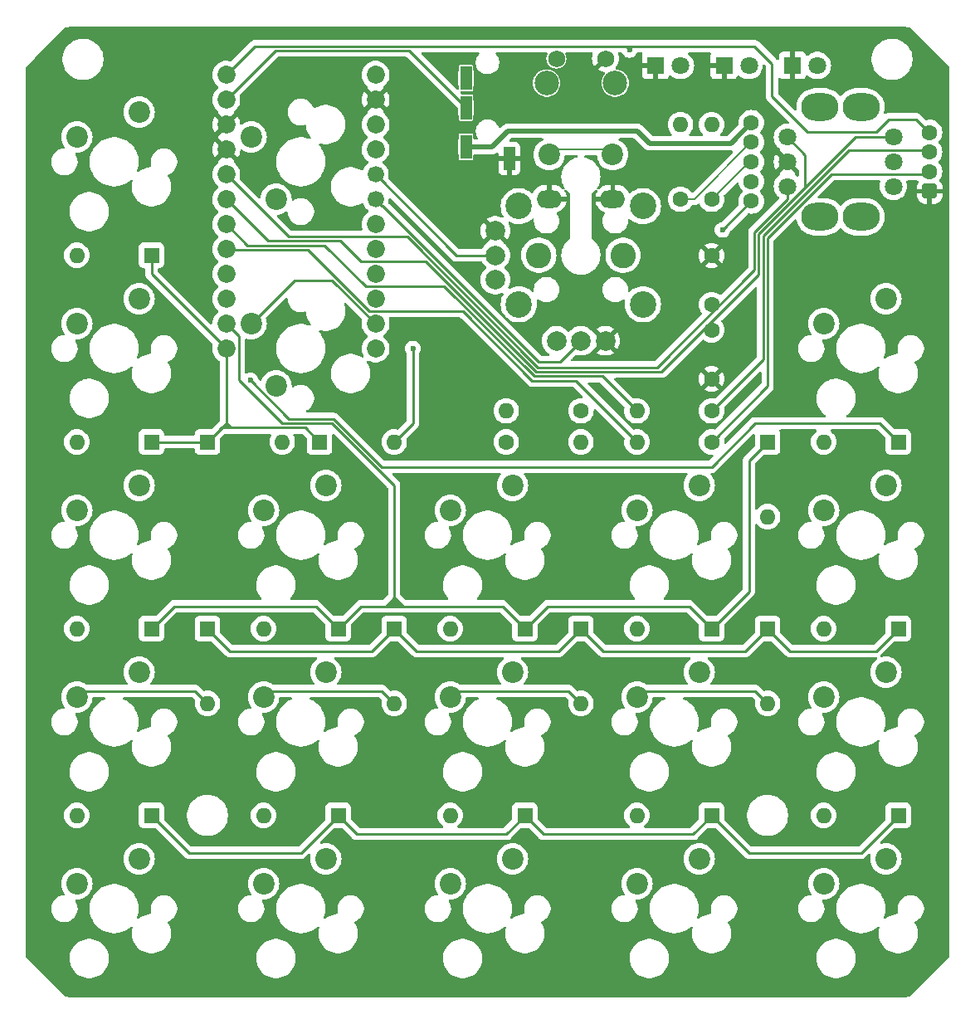
<source format=gbr>
%TF.GenerationSoftware,KiCad,Pcbnew,8.0.3*%
%TF.CreationDate,2025-03-24T17:59:12+09:00*%
%TF.ProjectId,small_keyboard_v2_1,736d616c-6c5f-46b6-9579-626f6172645f,rev?*%
%TF.SameCoordinates,Original*%
%TF.FileFunction,Copper,L1,Top*%
%TF.FilePolarity,Positive*%
%FSLAX46Y46*%
G04 Gerber Fmt 4.6, Leading zero omitted, Abs format (unit mm)*
G04 Created by KiCad (PCBNEW 8.0.3) date 2025-03-24 17:59:12*
%MOMM*%
%LPD*%
G01*
G04 APERTURE LIST*
G04 Aperture macros list*
%AMRoundRect*
0 Rectangle with rounded corners*
0 $1 Rounding radius*
0 $2 $3 $4 $5 $6 $7 $8 $9 X,Y pos of 4 corners*
0 Add a 4 corners polygon primitive as box body*
4,1,4,$2,$3,$4,$5,$6,$7,$8,$9,$2,$3,0*
0 Add four circle primitives for the rounded corners*
1,1,$1+$1,$2,$3*
1,1,$1+$1,$4,$5*
1,1,$1+$1,$6,$7*
1,1,$1+$1,$8,$9*
0 Add four rect primitives between the rounded corners*
20,1,$1+$1,$2,$3,$4,$5,0*
20,1,$1+$1,$4,$5,$6,$7,0*
20,1,$1+$1,$6,$7,$8,$9,0*
20,1,$1+$1,$8,$9,$2,$3,0*%
G04 Aperture macros list end*
%TA.AperFunction,ComponentPad*%
%ADD10C,1.600000*%
%TD*%
%TA.AperFunction,ComponentPad*%
%ADD11O,1.600000X1.600000*%
%TD*%
%TA.AperFunction,ComponentPad*%
%ADD12R,1.800000X1.800000*%
%TD*%
%TA.AperFunction,ComponentPad*%
%ADD13C,1.800000*%
%TD*%
%TA.AperFunction,ComponentPad*%
%ADD14R,1.600000X1.600000*%
%TD*%
%TA.AperFunction,ComponentPad*%
%ADD15C,2.200000*%
%TD*%
%TA.AperFunction,ComponentPad*%
%ADD16C,2.700000*%
%TD*%
%TA.AperFunction,ComponentPad*%
%ADD17C,2.600000*%
%TD*%
%TA.AperFunction,ComponentPad*%
%ADD18O,2.600000X1.800000*%
%TD*%
%TA.AperFunction,ComponentPad*%
%ADD19C,2.000000*%
%TD*%
%TA.AperFunction,ComponentPad*%
%ADD20O,3.800000X2.800000*%
%TD*%
%TA.AperFunction,ComponentPad*%
%ADD21RoundRect,0.400000X-0.400000X0.400000X-0.400000X-0.400000X0.400000X-0.400000X0.400000X0.400000X0*%
%TD*%
%TA.AperFunction,ComponentPad*%
%ADD22C,2.500000*%
%TD*%
%TA.AperFunction,ComponentPad*%
%ADD23C,1.750000*%
%TD*%
%TA.AperFunction,ComponentPad*%
%ADD24C,1.850000*%
%TD*%
%TA.AperFunction,ComponentPad*%
%ADD25C,1.680000*%
%TD*%
%TA.AperFunction,ComponentPad*%
%ADD26R,1.200000X2.400000*%
%TD*%
%TA.AperFunction,ViaPad*%
%ADD27C,0.600000*%
%TD*%
%TA.AperFunction,Conductor*%
%ADD28C,0.254000*%
%TD*%
%TA.AperFunction,Conductor*%
%ADD29C,0.200000*%
%TD*%
%TA.AperFunction,Conductor*%
%ADD30C,0.508000*%
%TD*%
G04 APERTURE END LIST*
D10*
%TO.P,R6,1*%
%TO.N,Net-(RotaryEncoder2-SW)*%
X102865000Y-108755000D03*
D11*
%TO.P,R6,2*%
%TO.N,RE_SW*%
X102865000Y-101135000D03*
%TD*%
D12*
%TO.P,LED3,1,K*%
%TO.N,GND*%
X111120000Y-95115000D03*
D13*
%TO.P,LED3,2,A*%
%TO.N,Net-(LED3-A)*%
X113660000Y-95115000D03*
%TD*%
D14*
%TO.P,D2,1,K*%
%TO.N,IO_LOW0*%
X51430000Y-133520000D03*
D11*
%TO.P,D2,2,A*%
%TO.N,Net-(D2-A)*%
X59050000Y-133520000D03*
%TD*%
D14*
%TO.P,D12,1,K*%
%TO.N,IO_LOW2*%
X70480000Y-152570000D03*
D11*
%TO.P,D12,2,A*%
%TO.N,Net-(D12-A)*%
X70480000Y-160190000D03*
%TD*%
D14*
%TO.P,D20,1,K*%
%TO.N,IO_LOW3*%
X121915000Y-171620000D03*
D11*
%TO.P,D20,2,A*%
%TO.N,Net-(D20-A)*%
X114295000Y-171620000D03*
%TD*%
D15*
%TO.P,SW3,1,1*%
%TO.N,IO_HIGH2*%
X44445000Y-99865000D03*
%TO.P,SW3,2,2*%
%TO.N,Net-(D3-A)*%
X38095000Y-102405000D03*
%TD*%
%TO.P,SW6,1,1*%
%TO.N,IO_HIGH0*%
X44445000Y-137965000D03*
%TO.P,SW6,2,2*%
%TO.N,Net-(D6-A)*%
X38095000Y-140505000D03*
%TD*%
D14*
%TO.P,D5,1,K*%
%TO.N,IO_LOW0*%
X121915000Y-133520000D03*
D11*
%TO.P,D5,2,A*%
%TO.N,Net-(D5-A)*%
X114295000Y-133520000D03*
%TD*%
D14*
%TO.P,D16,1,K*%
%TO.N,IO_LOW3*%
X45715000Y-171620000D03*
D11*
%TO.P,D16,2,A*%
%TO.N,Net-(D16-A)*%
X38095000Y-171620000D03*
%TD*%
D14*
%TO.P,D4,1,K*%
%TO.N,IO_LOW0*%
X62860000Y-133520000D03*
D11*
%TO.P,D4,2,A*%
%TO.N,Net-(D4-A)*%
X70480000Y-133520000D03*
%TD*%
D15*
%TO.P,SW2,1,1*%
%TO.N,IO_HIGH1*%
X55875000Y-121455000D03*
%TO.P,SW2,2,2*%
%TO.N,Net-(D2-A)*%
X58415000Y-127805000D03*
%TD*%
D14*
%TO.P,D18,1,K*%
%TO.N,IO_LOW3*%
X83815000Y-171620000D03*
D11*
%TO.P,D18,2,A*%
%TO.N,Net-(D18-A)*%
X76195000Y-171620000D03*
%TD*%
D15*
%TO.P,SW20,1,1*%
%TO.N,IO_HIGH4*%
X120645000Y-176065000D03*
%TO.P,SW20,2,2*%
%TO.N,Net-(D20-A)*%
X114295000Y-178605000D03*
%TD*%
D14*
%TO.P,D9,1,K*%
%TO.N,IO_LOW1*%
X102865000Y-152570000D03*
D11*
%TO.P,D9,2,A*%
%TO.N,Net-(D9-A)*%
X95245000Y-152570000D03*
%TD*%
D14*
%TO.P,D17,1,K*%
%TO.N,IO_LOW3*%
X64765000Y-171620000D03*
D11*
%TO.P,D17,2,A*%
%TO.N,Net-(D17-A)*%
X57145000Y-171620000D03*
%TD*%
D15*
%TO.P,SW7,1,1*%
%TO.N,IO_HIGH1*%
X63495000Y-137965000D03*
%TO.P,SW7,2,2*%
%TO.N,Net-(D7-A)*%
X57145000Y-140505000D03*
%TD*%
%TO.P,SW19,1,1*%
%TO.N,IO_HIGH3*%
X101595000Y-176065000D03*
%TO.P,SW19,2,2*%
%TO.N,Net-(D19-A)*%
X95245000Y-178605000D03*
%TD*%
D14*
%TO.P,D11,1,K*%
%TO.N,IO_LOW2*%
X51430000Y-152570000D03*
D11*
%TO.P,D11,2,A*%
%TO.N,Net-(D11-A)*%
X51430000Y-160190000D03*
%TD*%
D15*
%TO.P,SW1,1,1*%
%TO.N,IO_HIGH0*%
X44445000Y-118915000D03*
%TO.P,SW1,2,2*%
%TO.N,Net-(D1-A)*%
X38095000Y-121455000D03*
%TD*%
D14*
%TO.P,D14,1,K*%
%TO.N,IO_LOW2*%
X108580000Y-152570000D03*
D11*
%TO.P,D14,2,A*%
%TO.N,Net-(D14-A)*%
X108580000Y-160190000D03*
%TD*%
D12*
%TO.P,LED1,1,K*%
%TO.N,GND*%
X97150000Y-95115000D03*
D13*
%TO.P,LED1,2,A*%
%TO.N,LED1*%
X99690000Y-95115000D03*
%TD*%
D16*
%TO.P,JoyStick1,*%
%TO.N,*%
X95855000Y-119470000D03*
X95855000Y-109470000D03*
D17*
X93830000Y-114470000D03*
X85230000Y-114470000D03*
D16*
X83205000Y-119470000D03*
X83205000Y-109470000D03*
D18*
%TO.P,JoyStick1,SW1,SW1*%
%TO.N,GND*%
X92780000Y-108720000D03*
X86280000Y-108720000D03*
D15*
%TO.P,JoyStick1,SW2,SW2*%
%TO.N,Net-(JoyStick1-PadSW2)*%
X92780000Y-104220000D03*
X86280000Y-104220000D03*
D19*
%TO.P,JoyStick1,X1*%
%TO.N,VCC*%
X87030000Y-123200000D03*
%TO.P,JoyStick1,X2,X_OUT*%
%TO.N,AIO_0*%
X89530000Y-123200000D03*
%TO.P,JoyStick1,X3*%
%TO.N,GND*%
X92030000Y-123200000D03*
%TO.P,JoyStick1,Y1*%
X80800000Y-111970000D03*
%TO.P,JoyStick1,Y2,Y_OUT*%
%TO.N,AIO_1*%
X80800000Y-114470000D03*
%TO.P,JoyStick1,Y3*%
%TO.N,VCC*%
X80800000Y-116970000D03*
%TD*%
D20*
%TO.P,RotaryEncoder1,*%
%TO.N,*%
X118105000Y-110545000D03*
X118105000Y-99345000D03*
D21*
%TO.P,RotaryEncoder1,1,GND*%
%TO.N,GND*%
X125105000Y-107945000D03*
D10*
%TO.P,RotaryEncoder1,2,LED2*%
%TO.N,LED2*%
X125105000Y-105945000D03*
%TO.P,RotaryEncoder1,3,LED1*%
%TO.N,LED1*%
X125105000Y-103945000D03*
%TO.P,RotaryEncoder1,4,SW*%
%TO.N,RE_SW*%
X125105000Y-101945000D03*
D13*
%TO.P,RotaryEncoder1,A,A*%
%TO.N,RE_B*%
X110605000Y-102445000D03*
%TO.P,RotaryEncoder1,B,B*%
%TO.N,RE_A*%
X110605000Y-107445000D03*
%TO.P,RotaryEncoder1,C,C*%
%TO.N,GND*%
X110605000Y-104945000D03*
%TD*%
D10*
%TO.P,C1,1*%
%TO.N,RE_A*%
X102865000Y-119510000D03*
%TO.P,C1,2*%
%TO.N,GND*%
X102865000Y-114510000D03*
%TD*%
%TO.P,C2,1*%
%TO.N,RE_B*%
X102865000Y-122090000D03*
%TO.P,C2,2*%
%TO.N,GND*%
X102865000Y-127090000D03*
%TD*%
D20*
%TO.P,RotaryEncoder2,*%
%TO.N,*%
X113920000Y-110545000D03*
X113920000Y-99345000D03*
D10*
%TO.P,RotaryEncoder2,1,LED1*%
%TO.N,LED1*%
X106920000Y-108945000D03*
%TO.P,RotaryEncoder2,2,LED2*%
%TO.N,LED2*%
X106920000Y-106945000D03*
%TO.P,RotaryEncoder2,3,SW*%
%TO.N,Net-(RotaryEncoder2-SW)*%
X106920000Y-104945000D03*
%TO.P,RotaryEncoder2,4,LED3*%
%TO.N,Net-(RotaryEncoder2-LED3)*%
X106920000Y-102945000D03*
%TO.P,RotaryEncoder2,5,VCC*%
%TO.N,VCC*%
X106920000Y-100945000D03*
D13*
%TO.P,RotaryEncoder2,A,A*%
%TO.N,RE_A*%
X121420000Y-107445000D03*
%TO.P,RotaryEncoder2,B,B*%
%TO.N,RE_B*%
X121420000Y-102445000D03*
%TO.P,RotaryEncoder2,C,C*%
%TO.N,GND*%
X121420000Y-104945000D03*
%TD*%
D14*
%TO.P,D10,1,K*%
%TO.N,IO_LOW1*%
X108580000Y-133520000D03*
D11*
%TO.P,D10,2,A*%
%TO.N,Net-(D10-A)*%
X108580000Y-141140000D03*
%TD*%
D14*
%TO.P,D7,1,K*%
%TO.N,IO_LOW1*%
X64765000Y-152570000D03*
D11*
%TO.P,D7,2,A*%
%TO.N,Net-(D7-A)*%
X57145000Y-152570000D03*
%TD*%
D15*
%TO.P,SW17,1,1*%
%TO.N,IO_HIGH1*%
X63495000Y-176065000D03*
%TO.P,SW17,2,2*%
%TO.N,Net-(D17-A)*%
X57145000Y-178605000D03*
%TD*%
%TO.P,SW4,1,1*%
%TO.N,IO_HIGH3*%
X55875000Y-102405000D03*
%TO.P,SW4,2,2*%
%TO.N,Net-(D4-A)*%
X58415000Y-108755000D03*
%TD*%
%TO.P,SW18,1,1*%
%TO.N,IO_HIGH2*%
X82545000Y-176065000D03*
%TO.P,SW18,2,2*%
%TO.N,Net-(D18-A)*%
X76195000Y-178605000D03*
%TD*%
D10*
%TO.P,R3,1*%
%TO.N,OPTIONAL_PIN1*%
X81910000Y-133520000D03*
D11*
%TO.P,R3,2*%
%TO.N,Net-(LED3-A)*%
X89530000Y-133520000D03*
%TD*%
D15*
%TO.P,SW9,1,1*%
%TO.N,IO_HIGH3*%
X101595000Y-137965000D03*
%TO.P,SW9,2,2*%
%TO.N,Net-(D9-A)*%
X95245000Y-140505000D03*
%TD*%
%TO.P,SW11,1,1*%
%TO.N,IO_HIGH0*%
X44445000Y-157015000D03*
%TO.P,SW11,2,2*%
%TO.N,Net-(D11-A)*%
X38095000Y-159555000D03*
%TD*%
D14*
%TO.P,D3,1,K*%
%TO.N,IO_LOW0*%
X45715000Y-114470000D03*
D11*
%TO.P,D3,2,A*%
%TO.N,Net-(D3-A)*%
X38095000Y-114470000D03*
%TD*%
D12*
%TO.P,LED2,1,K*%
%TO.N,GND*%
X104135000Y-95115000D03*
D13*
%TO.P,LED2,2,A*%
%TO.N,LED2*%
X106675000Y-95115000D03*
%TD*%
D14*
%TO.P,D19,1,K*%
%TO.N,IO_LOW3*%
X102865000Y-171620000D03*
D11*
%TO.P,D19,2,A*%
%TO.N,Net-(D19-A)*%
X95245000Y-171620000D03*
%TD*%
D10*
%TO.P,R5,1*%
%TO.N,Net-(RotaryEncoder2-LED3)*%
X99690000Y-108755000D03*
D11*
%TO.P,R5,2*%
%TO.N,OPTIONAL_PIN2*%
X99690000Y-101135000D03*
%TD*%
D22*
%TO.P,SW_RST1,*%
%TO.N,*%
X86030000Y-96904000D03*
X93030000Y-96904000D03*
D23*
%TO.P,SW_RST1,1,1*%
%TO.N,RST_SW*%
X87030000Y-94404000D03*
%TO.P,SW_RST1,2,2*%
%TO.N,GND*%
X92030000Y-94404000D03*
%TD*%
D15*
%TO.P,SW15,1,1*%
%TO.N,IO_HIGH4*%
X120645000Y-157015000D03*
%TO.P,SW15,2,2*%
%TO.N,Net-(D15-A)*%
X114295000Y-159555000D03*
%TD*%
%TO.P,SW13,1,1*%
%TO.N,IO_HIGH2*%
X82545000Y-157015000D03*
%TO.P,SW13,2,2*%
%TO.N,Net-(D13-A)*%
X76195000Y-159555000D03*
%TD*%
D14*
%TO.P,D1,1,K*%
%TO.N,IO_LOW0*%
X45715000Y-133520000D03*
D11*
%TO.P,D1,2,A*%
%TO.N,Net-(D1-A)*%
X38095000Y-133520000D03*
%TD*%
D10*
%TO.P,R4,1*%
%TO.N,Net-(JoyStick1-PadSW2)*%
X89530000Y-130345000D03*
D11*
%TO.P,R4,2*%
%TO.N,OPTIONAL_PIN1*%
X81910000Y-130345000D03*
%TD*%
D15*
%TO.P,SW5,1,1*%
%TO.N,IO_HIGH4*%
X120645000Y-118915000D03*
%TO.P,SW5,2,2*%
%TO.N,Net-(D5-A)*%
X114295000Y-121455000D03*
%TD*%
D24*
%TO.P,ProMicro1,2,D2*%
%TO.N,RE_A*%
X53335000Y-106215000D03*
%TO.P,ProMicro1,3,D3*%
%TO.N,RE_B*%
X53335000Y-108755000D03*
%TO.P,ProMicro1,4,D4/A6*%
%TO.N,Net-(ProMicro1-D4{slash}A6)*%
X53335000Y-111295000D03*
%TO.P,ProMicro1,5,D5*%
%TO.N,Net-(ProMicro1-D5)*%
X53335000Y-113835000D03*
%TO.P,ProMicro1,6,D6/A7*%
%TO.N,IO_LOW3*%
X53335000Y-116375000D03*
%TO.P,ProMicro1,7,D7*%
%TO.N,IO_LOW2*%
X53335000Y-118915000D03*
%TO.P,ProMicro1,8,D8/A8*%
%TO.N,IO_LOW1*%
X53335000Y-121455000D03*
%TO.P,ProMicro1,9,D9/A9*%
%TO.N,IO_LOW0*%
X53335000Y-123995000D03*
%TO.P,ProMicro1,10,D10/A10*%
%TO.N,IO_HIGH0*%
X68575000Y-123995000D03*
%TO.P,ProMicro1,14,D14*%
%TO.N,IO_HIGH2*%
X68575000Y-118915000D03*
%TO.P,ProMicro1,15,D15*%
%TO.N,IO_HIGH3*%
X68575000Y-116375000D03*
%TO.P,ProMicro1,16,D16*%
%TO.N,IO_HIGH1*%
X68575000Y-121455000D03*
%TO.P,ProMicro1,A0,A0*%
%TO.N,IO_HIGH4*%
X68575000Y-113835000D03*
%TO.P,ProMicro1,A1,A1*%
%TO.N,OPTIONAL_PIN1*%
X68575000Y-111295000D03*
D25*
%TO.P,ProMicro1,A2,A2*%
%TO.N,AIO_0*%
X68575000Y-108755000D03*
%TO.P,ProMicro1,A3,A3*%
%TO.N,AIO_1*%
X68575000Y-106215000D03*
D24*
%TO.P,ProMicro1,GND1,GND*%
%TO.N,GND*%
X53335000Y-101135000D03*
%TO.P,ProMicro1,GND2,GND*%
X53335000Y-103675000D03*
%TO.P,ProMicro1,GND3,GND*%
X68575000Y-98595000D03*
%TO.P,ProMicro1,RAW,RAW*%
%TO.N,unconnected-(ProMicro1-PadRAW)*%
X68575000Y-96055000D03*
%TO.P,ProMicro1,RST,Reset*%
%TO.N,RST_SW*%
X68575000Y-101135000D03*
%TO.P,ProMicro1,RXI,RXI/D0*%
%TO.N,OPTIONAL_PIN2*%
X53335000Y-98595000D03*
%TO.P,ProMicro1,TXO,TXO/D1*%
%TO.N,RE_SW*%
X53335000Y-96055000D03*
%TO.P,ProMicro1,VCC,VCC*%
%TO.N,VCC*%
X68575000Y-103675000D03*
%TD*%
D14*
%TO.P,D6,1,K*%
%TO.N,IO_LOW1*%
X45715000Y-152570000D03*
D11*
%TO.P,D6,2,A*%
%TO.N,Net-(D6-A)*%
X38095000Y-152570000D03*
%TD*%
D14*
%TO.P,D8,1,K*%
%TO.N,IO_LOW1*%
X83815000Y-152570000D03*
D11*
%TO.P,D8,2,A*%
%TO.N,Net-(D8-A)*%
X76195000Y-152570000D03*
%TD*%
D15*
%TO.P,SW14,1,1*%
%TO.N,IO_HIGH3*%
X101595000Y-157015000D03*
%TO.P,SW14,2,2*%
%TO.N,Net-(D14-A)*%
X95245000Y-159555000D03*
%TD*%
D14*
%TO.P,D15,1,K*%
%TO.N,IO_LOW2*%
X121915000Y-152570000D03*
D11*
%TO.P,D15,2,A*%
%TO.N,Net-(D15-A)*%
X114295000Y-152570000D03*
%TD*%
D15*
%TO.P,SW12,1,1*%
%TO.N,IO_HIGH1*%
X63495000Y-157015000D03*
%TO.P,SW12,2,2*%
%TO.N,Net-(D12-A)*%
X57145000Y-159555000D03*
%TD*%
D10*
%TO.P,R1,1*%
%TO.N,LED1*%
X102865000Y-130345000D03*
D11*
%TO.P,R1,2*%
%TO.N,Net-(ProMicro1-D4{slash}A6)*%
X95245000Y-130345000D03*
%TD*%
D15*
%TO.P,SW16,1,1*%
%TO.N,IO_HIGH0*%
X44445000Y-176065000D03*
%TO.P,SW16,2,2*%
%TO.N,Net-(D16-A)*%
X38095000Y-178605000D03*
%TD*%
%TO.P,SW8,1,1*%
%TO.N,IO_HIGH2*%
X82545000Y-137965000D03*
%TO.P,SW8,2,2*%
%TO.N,Net-(D8-A)*%
X76195000Y-140505000D03*
%TD*%
%TO.P,SW10,1,1*%
%TO.N,IO_HIGH4*%
X120645000Y-137965000D03*
%TO.P,SW10,2,2*%
%TO.N,Net-(D10-A)*%
X114295000Y-140505000D03*
%TD*%
D10*
%TO.P,R2,1*%
%TO.N,LED2*%
X102865000Y-133520000D03*
D11*
%TO.P,R2,2*%
%TO.N,Net-(ProMicro1-D5)*%
X95245000Y-133520000D03*
%TD*%
D14*
%TO.P,D13,1,K*%
%TO.N,IO_LOW2*%
X89530000Y-152570000D03*
D11*
%TO.P,D13,2,A*%
%TO.N,Net-(D13-A)*%
X89530000Y-160190000D03*
%TD*%
D26*
%TO.P,J1,R1*%
%TO.N,OPTIONAL_PIN2*%
X77805000Y-99410000D03*
%TO.P,J1,R2*%
%TO.N,unconnected-(J1-PadR2)*%
X77805000Y-96410000D03*
%TO.P,J1,S*%
%TO.N,GND*%
X82205000Y-104610000D03*
%TO.P,J1,T*%
%TO.N,VCC*%
X77805000Y-103410000D03*
%TD*%
D27*
%TO.N,RE_SW*%
X94483000Y-93515000D03*
%TO.N,GND*%
X119375000Y-128440000D03*
X76195000Y-127805000D03*
X47620000Y-137965000D03*
X61590000Y-167175000D03*
X124455000Y-176065000D03*
X60320000Y-176700000D03*
X60320000Y-157015000D03*
X89530000Y-140505000D03*
X60320000Y-137965000D03*
X124455000Y-157015000D03*
X124455000Y-137965000D03*
X47620000Y-157015000D03*
X89530000Y-171620000D03*
X50160000Y-117010000D03*
%TO.N,Net-(D4-A)*%
X72385000Y-123995000D03*
%TO.N,LED1*%
X103982600Y-111882400D03*
%TO.N,IO_LOW0*%
X55818458Y-127226542D03*
%TD*%
D28*
%TO.N,RE_SW*%
X94483000Y-93515000D02*
X94483000Y-93261000D01*
X94483000Y-93261000D02*
X94610000Y-93134000D01*
X94483000Y-93515000D02*
X94102000Y-93134000D01*
X94102000Y-93134000D02*
X94610000Y-93134000D01*
X94102000Y-93134000D02*
X56256000Y-93134000D01*
X94610000Y-93134000D02*
X107246500Y-93134000D01*
X109034000Y-94921500D02*
X109034000Y-96182000D01*
X56256000Y-93134000D02*
X53335000Y-96055000D01*
X107246500Y-93134000D02*
X109034000Y-94921500D01*
%TO.N,OPTIONAL_PIN2*%
X77100500Y-98705500D02*
X76973500Y-98578500D01*
X76973500Y-98578500D02*
X71983000Y-93588000D01*
X77117000Y-98722000D02*
X76973500Y-98578500D01*
X77805000Y-99410000D02*
X77100500Y-98705500D01*
D29*
%TO.N,Net-(RotaryEncoder2-LED3)*%
X106920000Y-102945000D02*
X101110000Y-108755000D01*
X101110000Y-108755000D02*
X99690000Y-108755000D01*
%TO.N,Net-(RotaryEncoder2-SW)*%
X102865000Y-108755000D02*
X106675000Y-104945000D01*
X106675000Y-104945000D02*
X106920000Y-104945000D01*
D28*
%TO.N,IO_HIGH1*%
X60320000Y-117010000D02*
X64130000Y-117010000D01*
X68524000Y-121404000D02*
X68575000Y-121404000D01*
X55875000Y-121455000D02*
X60320000Y-117010000D01*
X64130000Y-117010000D02*
X68575000Y-121455000D01*
%TO.N,Net-(D13-A)*%
X76195000Y-159555000D02*
X76830000Y-158920000D01*
X88260000Y-158920000D02*
X89530000Y-160190000D01*
X76830000Y-158920000D02*
X88260000Y-158920000D01*
%TO.N,Net-(D12-A)*%
X57780000Y-158920000D02*
X69210000Y-158920000D01*
X57145000Y-159555000D02*
X57780000Y-158920000D01*
X69210000Y-158920000D02*
X70480000Y-160190000D01*
%TO.N,Net-(D11-A)*%
X50160000Y-158920000D02*
X51430000Y-160190000D01*
X38730000Y-158920000D02*
X50160000Y-158920000D01*
X38095000Y-159555000D02*
X38730000Y-158920000D01*
%TO.N,Net-(D4-A)*%
X72385000Y-131615000D02*
X70480000Y-133520000D01*
X72385000Y-123995000D02*
X72385000Y-131615000D01*
%TO.N,Net-(D14-A)*%
X107310000Y-158920000D02*
X108580000Y-160190000D01*
X95880000Y-158920000D02*
X107310000Y-158920000D01*
X95245000Y-159555000D02*
X95880000Y-158920000D01*
%TO.N,RE_B*%
X67051000Y-115105000D02*
X64965000Y-113019000D01*
X102865000Y-122090000D02*
X102865000Y-121455000D01*
X73691896Y-115105000D02*
X67051000Y-115105000D01*
X84940896Y-126354000D02*
X73691896Y-115105000D01*
X111239947Y-108747947D02*
X111239948Y-108747947D01*
X57599000Y-113019000D02*
X53335000Y-108755000D01*
X64965000Y-113019000D02*
X57599000Y-113019000D01*
X111882000Y-108105894D02*
X117542894Y-102445000D01*
X107672000Y-116444800D02*
X97762800Y-126354000D01*
X112390000Y-107597894D02*
X111882000Y-108105894D01*
X117542894Y-102445000D02*
X121420000Y-102445000D01*
X112390000Y-104230000D02*
X112390000Y-107597894D01*
X107672000Y-116444800D02*
X107672000Y-112315895D01*
X111882000Y-108105894D02*
X111239947Y-108747947D01*
X97762800Y-126354000D02*
X84940896Y-126354000D01*
X107672000Y-112315895D02*
X111239947Y-108747947D01*
X110605000Y-102445000D02*
X112390000Y-104230000D01*
%TO.N,LED2*%
X124832000Y-106218000D02*
X125105000Y-105945000D01*
X108580000Y-127805000D02*
X108580000Y-112692000D01*
X115054000Y-106218000D02*
X124832000Y-106218000D01*
X108580000Y-112692000D02*
X115054000Y-106218000D01*
X102865000Y-133520000D02*
X108580000Y-127805000D01*
D29*
X125105000Y-105945000D02*
X124805000Y-106245000D01*
D28*
%TO.N,RE_SW*%
X119635000Y-101875000D02*
X112650000Y-101875000D01*
X120905000Y-100605000D02*
X119635000Y-101875000D01*
X109034000Y-98259000D02*
X109034000Y-96182000D01*
X109034000Y-96490000D02*
X109034000Y-96182000D01*
X112650000Y-101875000D02*
X109034000Y-98259000D01*
X53335000Y-96004000D02*
X53335000Y-95750000D01*
X123765000Y-100605000D02*
X120905000Y-100605000D01*
X125105000Y-101945000D02*
X123765000Y-100605000D01*
%TO.N,LED1*%
X124878000Y-103718000D02*
X125105000Y-103945000D01*
X102865000Y-130345000D02*
X108126000Y-125084000D01*
X108126000Y-125084000D02*
X108126000Y-112503947D01*
X108126000Y-112503947D02*
X116911947Y-103718000D01*
X103982600Y-111882400D02*
X106920000Y-108945000D01*
X116911947Y-103718000D02*
X124878000Y-103718000D01*
%TO.N,RE_A*%
X85128948Y-125900000D02*
X97302400Y-125900000D01*
X59685000Y-112565000D02*
X71793948Y-112565000D01*
X97302400Y-125900000D02*
X107218000Y-115984400D01*
X71793948Y-112565000D02*
X85128948Y-125900000D01*
X110605000Y-108740841D02*
X110605000Y-107445000D01*
X53335000Y-106215000D02*
X59685000Y-112565000D01*
X102865000Y-120058000D02*
X102865000Y-119510000D01*
X107218000Y-112127841D02*
X110605000Y-108740841D01*
X107218000Y-115984400D02*
X107218000Y-112127841D01*
%TO.N,IO_LOW2*%
X121915000Y-152570000D02*
X119629000Y-154856000D01*
X68194000Y-154856000D02*
X53716000Y-154856000D01*
X110866000Y-154856000D02*
X108580000Y-152570000D01*
X91816000Y-154856000D02*
X89530000Y-152570000D01*
X108580000Y-152570000D02*
X106294000Y-154856000D01*
X119629000Y-154856000D02*
X110866000Y-154856000D01*
X106294000Y-154856000D02*
X91816000Y-154856000D01*
X53716000Y-154856000D02*
X51430000Y-152570000D01*
X70480000Y-152570000D02*
X68194000Y-154856000D01*
X72766000Y-154856000D02*
X70480000Y-152570000D01*
X89530000Y-152570000D02*
X87244000Y-154856000D01*
X87244000Y-154856000D02*
X72766000Y-154856000D01*
%TO.N,IO_LOW3*%
X81910000Y-173525000D02*
X83815000Y-171620000D01*
X106675000Y-175430000D02*
X118105000Y-175430000D01*
X118105000Y-175430000D02*
X121915000Y-171620000D01*
X64765000Y-171620000D02*
X66670000Y-173525000D01*
X85720000Y-173525000D02*
X100960000Y-173525000D01*
X49525000Y-175430000D02*
X45715000Y-171620000D01*
X83815000Y-171620000D02*
X85720000Y-173525000D01*
X64765000Y-171620000D02*
X60955000Y-175430000D01*
X66670000Y-173525000D02*
X81910000Y-173525000D01*
X60955000Y-175430000D02*
X49525000Y-175430000D01*
X100960000Y-173525000D02*
X102865000Y-171620000D01*
X102865000Y-171620000D02*
X106675000Y-175430000D01*
%TO.N,IO_LOW1*%
X59050000Y-131615000D02*
X64130000Y-131615000D01*
X70480000Y-149395000D02*
X71369000Y-150284000D01*
X54605000Y-127170000D02*
X59050000Y-131615000D01*
X53335000Y-121455000D02*
X54605000Y-122725000D01*
X67051000Y-150284000D02*
X69210000Y-150284000D01*
X102865000Y-152570000D02*
X106675000Y-148760000D01*
X70480000Y-149395000D02*
X69591000Y-150284000D01*
X100579000Y-150284000D02*
X102865000Y-152570000D01*
X54605000Y-122725000D02*
X54605000Y-127170000D01*
X64130000Y-131615000D02*
X70480000Y-137965000D01*
X71750000Y-150284000D02*
X81529000Y-150284000D01*
X62479000Y-150284000D02*
X64765000Y-152570000D01*
X70480000Y-137965000D02*
X70480000Y-149395000D01*
X106675000Y-135425000D02*
X108580000Y-133520000D01*
X64765000Y-152570000D02*
X67051000Y-150284000D01*
X48001000Y-150284000D02*
X62479000Y-150284000D01*
X106675000Y-148760000D02*
X106675000Y-135425000D01*
X83815000Y-152570000D02*
X86101000Y-150284000D01*
X69210000Y-150284000D02*
X70480000Y-150284000D01*
X71369000Y-150284000D02*
X71750000Y-150284000D01*
X86101000Y-150284000D02*
X100579000Y-150284000D01*
X81529000Y-150284000D02*
X83815000Y-152570000D01*
X70480000Y-150284000D02*
X71750000Y-150284000D01*
X69591000Y-150284000D02*
X69210000Y-150284000D01*
X45715000Y-152570000D02*
X48001000Y-150284000D01*
%TO.N,IO_LOW0*%
X64318053Y-131161000D02*
X69217053Y-136060000D01*
X45715000Y-133520000D02*
X51430000Y-133520000D01*
X45715000Y-116375000D02*
X45715000Y-115740000D01*
X52881000Y-132069000D02*
X51430000Y-133520000D01*
X53789000Y-132069000D02*
X53335000Y-131615000D01*
X53970000Y-132069000D02*
X52881000Y-132069000D01*
X120010000Y-131615000D02*
X121915000Y-133520000D01*
X61409000Y-132069000D02*
X53970000Y-132069000D01*
X53970000Y-132069000D02*
X53789000Y-132069000D01*
X45715000Y-115740000D02*
X45715000Y-114470000D01*
X102865000Y-136060000D02*
X107310000Y-131615000D01*
X69217053Y-136060000D02*
X102865000Y-136060000D01*
X55818458Y-127226542D02*
X55818459Y-127226542D01*
X59752917Y-131161000D02*
X64318053Y-131161000D01*
X55818459Y-127226542D02*
X59752917Y-131161000D01*
X62860000Y-133520000D02*
X61409000Y-132069000D01*
X45715000Y-116387700D02*
X45715000Y-115740000D01*
X53335000Y-123995000D02*
X45715000Y-116375000D01*
X53335000Y-131615000D02*
X53335000Y-123995000D01*
X53335000Y-131615000D02*
X51430000Y-133520000D01*
X107310000Y-131615000D02*
X120010000Y-131615000D01*
%TO.N,Net-(ProMicro1-D4{slash}A6)*%
X53335000Y-111295000D02*
X55513000Y-113473000D01*
X55513000Y-113473000D02*
X63387000Y-113473000D01*
X84752844Y-126808000D02*
X91708000Y-126808000D01*
X67559000Y-117645000D02*
X75589844Y-117645000D01*
X91708000Y-126808000D02*
X95245000Y-130345000D01*
X63387000Y-113473000D02*
X67559000Y-117645000D01*
X75589844Y-117645000D02*
X84752844Y-126808000D01*
%TO.N,Net-(ProMicro1-D5)*%
X84564791Y-127262000D02*
X77487791Y-120185000D01*
X67947052Y-120185000D02*
X61689052Y-113927000D01*
X95245000Y-133520000D02*
X88987000Y-127262000D01*
X77487791Y-120185000D02*
X67947052Y-120185000D01*
X53427000Y-113927000D02*
X53335000Y-113835000D01*
X61689052Y-113927000D02*
X53427000Y-113927000D01*
X88987000Y-127262000D02*
X84564791Y-127262000D01*
D29*
%TO.N,Net-(JoyStick1-PadSW2)*%
X86280000Y-104220000D02*
X86825000Y-103675000D01*
X86825000Y-103675000D02*
X92235000Y-103675000D01*
X92235000Y-103675000D02*
X92780000Y-104220000D01*
D28*
%TO.N,AIO_0*%
X69210000Y-109390000D02*
X69261000Y-109390000D01*
X68575000Y-108767700D02*
X68638700Y-108767700D01*
X68575000Y-108755000D02*
X69210000Y-109390000D01*
X87376000Y-125354000D02*
X85225000Y-125354000D01*
X69261000Y-109390000D02*
X85225000Y-125354000D01*
X89530000Y-123200000D02*
X87376000Y-125354000D01*
%TO.N,AIO_1*%
X76830000Y-114470000D02*
X78735000Y-114470000D01*
X80800000Y-114470000D02*
X78735000Y-114470000D01*
X68575000Y-106215000D02*
X76830000Y-114470000D01*
X78735000Y-114470000D02*
X76817300Y-114470000D01*
X68575000Y-106215000D02*
X68880000Y-106215000D01*
%TO.N,OPTIONAL_PIN2*%
X58342000Y-93588000D02*
X71750000Y-93588000D01*
X71983000Y-93588000D02*
X71750000Y-93588000D01*
X53335000Y-98595000D02*
X58342000Y-93588000D01*
D30*
%TO.N,VCC*%
X82101267Y-101770000D02*
X95245000Y-101770000D01*
X95245000Y-101770000D02*
X96515000Y-103040000D01*
X96515000Y-103040000D02*
X104825000Y-103040000D01*
X80461267Y-103410000D02*
X82101267Y-101770000D01*
X77805000Y-103410000D02*
X80461267Y-103410000D01*
X104825000Y-103040000D02*
X106920000Y-100945000D01*
%TD*%
%TA.AperFunction,Conductor*%
%TO.N,IO_LOW0*%
G36*
X53378334Y-131674180D02*
G01*
X53422681Y-131702681D01*
X53631319Y-131911319D01*
X53664804Y-131972642D01*
X53659820Y-132042334D01*
X53617948Y-132098267D01*
X53552484Y-132122684D01*
X53543638Y-132123000D01*
X53126362Y-132123000D01*
X53059323Y-132103315D01*
X53013568Y-132050511D01*
X53003624Y-131981353D01*
X53032649Y-131917797D01*
X53038681Y-131911319D01*
X53247319Y-131702681D01*
X53308642Y-131669196D01*
X53378334Y-131674180D01*
G37*
%TD.AperFunction*%
%TD*%
%TA.AperFunction,Conductor*%
%TO.N,IO_LOW1*%
G36*
X70523334Y-149454180D02*
G01*
X70567681Y-149482681D01*
X71157319Y-150072319D01*
X71190804Y-150133642D01*
X71185820Y-150203334D01*
X71143948Y-150259267D01*
X71078484Y-150283684D01*
X71069638Y-150284000D01*
X69890362Y-150284000D01*
X69823323Y-150264315D01*
X69777568Y-150211511D01*
X69767624Y-150142353D01*
X69796649Y-150078797D01*
X69802681Y-150072319D01*
X70392319Y-149482681D01*
X70453642Y-149449196D01*
X70523334Y-149454180D01*
G37*
%TD.AperFunction*%
%TD*%
%TA.AperFunction,Conductor*%
%TO.N,GND*%
G36*
X107198834Y-132716098D02*
G01*
X107254767Y-132757970D01*
X107279184Y-132823434D01*
X107279500Y-132832280D01*
X107279500Y-133881718D01*
X107259815Y-133948757D01*
X107243180Y-133969399D01*
X106274992Y-134937589D01*
X106231289Y-134981292D01*
X106187586Y-135024994D01*
X106187585Y-135024996D01*
X106118233Y-135128789D01*
X106116586Y-135133393D01*
X106071614Y-135241964D01*
X106071612Y-135241972D01*
X106047500Y-135363192D01*
X106047500Y-148448718D01*
X106027815Y-148515757D01*
X106011181Y-148536399D01*
X103314399Y-151233181D01*
X103253076Y-151266666D01*
X103226718Y-151269500D01*
X102503281Y-151269500D01*
X102436242Y-151249815D01*
X102415600Y-151233181D01*
X100979009Y-149796590D01*
X100979004Y-149796586D01*
X100972025Y-149791923D01*
X100972023Y-149791922D01*
X100876238Y-149727920D01*
X100876226Y-149727913D01*
X100842785Y-149714062D01*
X100762035Y-149680614D01*
X100762027Y-149680612D01*
X100640807Y-149656500D01*
X100640803Y-149656500D01*
X98111996Y-149656500D01*
X98044957Y-149636815D01*
X97999202Y-149584011D01*
X97989258Y-149514853D01*
X98018283Y-149451297D01*
X98020007Y-149449445D01*
X98022273Y-149446859D01*
X98022282Y-149446851D01*
X98181924Y-149238803D01*
X98313043Y-149011697D01*
X98319963Y-148994992D01*
X98413394Y-148769428D01*
X98413398Y-148769419D01*
X98481270Y-148516116D01*
X98515500Y-148256120D01*
X98515500Y-147993880D01*
X98481270Y-147733884D01*
X98413398Y-147480581D01*
X98372998Y-147383046D01*
X98313046Y-147238309D01*
X98313041Y-147238299D01*
X98181924Y-147011196D01*
X98022281Y-146803148D01*
X98022274Y-146803140D01*
X97836860Y-146617726D01*
X97836851Y-146617718D01*
X97628803Y-146458075D01*
X97401700Y-146326958D01*
X97401690Y-146326953D01*
X97159428Y-146226605D01*
X97159421Y-146226603D01*
X97159419Y-146226602D01*
X96906116Y-146158730D01*
X96848339Y-146151123D01*
X96646127Y-146124500D01*
X96646120Y-146124500D01*
X96383880Y-146124500D01*
X96383872Y-146124500D01*
X96152772Y-146154926D01*
X96123884Y-146158730D01*
X95870581Y-146226602D01*
X95870571Y-146226605D01*
X95628309Y-146326953D01*
X95628299Y-146326958D01*
X95401196Y-146458075D01*
X95193148Y-146617718D01*
X95007718Y-146803148D01*
X94848075Y-147011196D01*
X94716958Y-147238299D01*
X94716953Y-147238309D01*
X94616605Y-147480571D01*
X94616602Y-147480581D01*
X94588490Y-147585499D01*
X94548730Y-147733885D01*
X94514500Y-147993872D01*
X94514500Y-148256127D01*
X94539857Y-148448718D01*
X94548730Y-148516116D01*
X94616602Y-148769418D01*
X94616605Y-148769428D01*
X94716953Y-149011690D01*
X94716958Y-149011700D01*
X94848075Y-149238803D01*
X95007718Y-149446851D01*
X95010402Y-149449912D01*
X95009092Y-149451059D01*
X95039170Y-149506142D01*
X95034186Y-149575834D01*
X94992314Y-149631767D01*
X94926850Y-149656184D01*
X94918004Y-149656500D01*
X86039195Y-149656500D01*
X85917970Y-149680613D01*
X85917960Y-149680616D01*
X85803773Y-149727913D01*
X85803761Y-149727920D01*
X85707977Y-149791922D01*
X85707975Y-149791923D01*
X85700995Y-149796586D01*
X85700990Y-149796590D01*
X84264399Y-151233181D01*
X84203076Y-151266666D01*
X84176718Y-151269500D01*
X83453281Y-151269500D01*
X83386242Y-151249815D01*
X83365600Y-151233181D01*
X81929009Y-149796590D01*
X81929004Y-149796586D01*
X81922025Y-149791923D01*
X81922023Y-149791922D01*
X81826238Y-149727920D01*
X81826226Y-149727913D01*
X81792785Y-149714062D01*
X81712035Y-149680614D01*
X81712027Y-149680612D01*
X81590807Y-149656500D01*
X81590803Y-149656500D01*
X79061996Y-149656500D01*
X78994957Y-149636815D01*
X78949202Y-149584011D01*
X78939258Y-149514853D01*
X78968283Y-149451297D01*
X78970007Y-149449445D01*
X78972273Y-149446859D01*
X78972282Y-149446851D01*
X79131924Y-149238803D01*
X79263043Y-149011697D01*
X79269963Y-148994992D01*
X79363394Y-148769428D01*
X79363398Y-148769419D01*
X79431270Y-148516116D01*
X79465500Y-148256120D01*
X79465500Y-147993880D01*
X79431270Y-147733884D01*
X79363398Y-147480581D01*
X79322998Y-147383046D01*
X79263046Y-147238309D01*
X79263041Y-147238299D01*
X79131924Y-147011196D01*
X78972281Y-146803148D01*
X78972274Y-146803140D01*
X78786860Y-146617726D01*
X78786851Y-146617718D01*
X78578803Y-146458075D01*
X78351700Y-146326958D01*
X78351690Y-146326953D01*
X78109428Y-146226605D01*
X78109421Y-146226603D01*
X78109419Y-146226602D01*
X77856116Y-146158730D01*
X77798339Y-146151123D01*
X77596127Y-146124500D01*
X77596120Y-146124500D01*
X77333880Y-146124500D01*
X77333872Y-146124500D01*
X77102772Y-146154926D01*
X77073884Y-146158730D01*
X76820581Y-146226602D01*
X76820571Y-146226605D01*
X76578309Y-146326953D01*
X76578299Y-146326958D01*
X76351196Y-146458075D01*
X76143148Y-146617718D01*
X75957718Y-146803148D01*
X75798075Y-147011196D01*
X75666958Y-147238299D01*
X75666953Y-147238309D01*
X75566605Y-147480571D01*
X75566602Y-147480581D01*
X75538490Y-147585499D01*
X75498730Y-147733885D01*
X75464500Y-147993872D01*
X75464500Y-148256127D01*
X75489857Y-148448718D01*
X75498730Y-148516116D01*
X75566602Y-148769418D01*
X75566605Y-148769428D01*
X75666953Y-149011690D01*
X75666958Y-149011700D01*
X75798075Y-149238803D01*
X75957718Y-149446851D01*
X75960402Y-149449912D01*
X75959092Y-149451059D01*
X75989170Y-149506142D01*
X75984186Y-149575834D01*
X75942314Y-149631767D01*
X75876850Y-149656184D01*
X75868004Y-149656500D01*
X71680281Y-149656500D01*
X71613242Y-149636815D01*
X71592600Y-149620181D01*
X71143819Y-149171400D01*
X71110334Y-149110077D01*
X71107500Y-149083719D01*
X71107500Y-142938713D01*
X73574500Y-142938713D01*
X73574500Y-143151287D01*
X73607754Y-143361243D01*
X73669939Y-143552629D01*
X73673444Y-143563414D01*
X73769951Y-143752820D01*
X73894890Y-143924786D01*
X74045213Y-144075109D01*
X74217179Y-144200048D01*
X74217181Y-144200049D01*
X74217184Y-144200051D01*
X74406588Y-144296557D01*
X74608757Y-144362246D01*
X74818713Y-144395500D01*
X74818714Y-144395500D01*
X75031286Y-144395500D01*
X75031287Y-144395500D01*
X75241243Y-144362246D01*
X75443412Y-144296557D01*
X75632816Y-144200051D01*
X75654789Y-144184086D01*
X75804786Y-144075109D01*
X75804788Y-144075106D01*
X75804792Y-144075104D01*
X75955104Y-143924792D01*
X75955106Y-143924788D01*
X75955109Y-143924786D01*
X76080048Y-143752820D01*
X76080047Y-143752820D01*
X76080051Y-143752816D01*
X76176557Y-143563412D01*
X76242246Y-143361243D01*
X76275500Y-143151287D01*
X76275500Y-142938713D01*
X76270092Y-142904568D01*
X77504500Y-142904568D01*
X77504500Y-143185431D01*
X77535942Y-143464494D01*
X77535945Y-143464512D01*
X77598439Y-143738317D01*
X77598443Y-143738329D01*
X77691200Y-144003411D01*
X77813053Y-144256442D01*
X77813055Y-144256445D01*
X77962477Y-144494248D01*
X78093113Y-144658060D01*
X78125205Y-144698303D01*
X78137584Y-144713825D01*
X78336175Y-144912416D01*
X78555752Y-145087523D01*
X78793555Y-145236945D01*
X79046592Y-145358801D01*
X79245680Y-145428465D01*
X79311670Y-145451556D01*
X79311682Y-145451560D01*
X79585491Y-145514055D01*
X79585497Y-145514055D01*
X79585505Y-145514057D01*
X79771547Y-145535018D01*
X79864569Y-145545499D01*
X79864572Y-145545500D01*
X79864575Y-145545500D01*
X80145428Y-145545500D01*
X80145429Y-145545499D01*
X80288055Y-145529429D01*
X80424494Y-145514057D01*
X80424499Y-145514056D01*
X80424509Y-145514055D01*
X80698318Y-145451560D01*
X80963408Y-145358801D01*
X81216445Y-145236945D01*
X81454248Y-145087523D01*
X81673825Y-144912416D01*
X81688544Y-144897696D01*
X81749862Y-144864213D01*
X81819554Y-144869195D01*
X81875489Y-144911065D01*
X81899908Y-144976528D01*
X81895999Y-145017471D01*
X81848730Y-145193884D01*
X81814500Y-145453872D01*
X81814500Y-145716127D01*
X81841123Y-145918339D01*
X81848730Y-145976116D01*
X81897661Y-146158730D01*
X81916602Y-146229418D01*
X81916605Y-146229428D01*
X82016953Y-146471690D01*
X82016958Y-146471700D01*
X82148075Y-146698803D01*
X82307718Y-146906851D01*
X82307726Y-146906860D01*
X82493140Y-147092274D01*
X82493148Y-147092281D01*
X82701196Y-147251924D01*
X82928299Y-147383041D01*
X82928309Y-147383046D01*
X83163756Y-147480571D01*
X83170581Y-147483398D01*
X83423884Y-147551270D01*
X83683880Y-147585500D01*
X83683887Y-147585500D01*
X83946113Y-147585500D01*
X83946120Y-147585500D01*
X84206116Y-147551270D01*
X84459419Y-147483398D01*
X84701697Y-147383043D01*
X84928803Y-147251924D01*
X85136851Y-147092282D01*
X85136855Y-147092277D01*
X85136860Y-147092274D01*
X85322274Y-146906860D01*
X85322277Y-146906855D01*
X85322282Y-146906851D01*
X85481924Y-146698803D01*
X85613043Y-146471697D01*
X85618686Y-146458075D01*
X85713394Y-146229428D01*
X85713398Y-146229419D01*
X85781270Y-145976116D01*
X85815500Y-145716120D01*
X85815500Y-145453880D01*
X85781270Y-145193884D01*
X85713398Y-144940581D01*
X85683829Y-144869195D01*
X85613046Y-144698309D01*
X85613041Y-144698300D01*
X85495232Y-144494248D01*
X85492774Y-144489990D01*
X85476302Y-144422093D01*
X85499155Y-144356066D01*
X85554076Y-144312875D01*
X85561801Y-144310077D01*
X85603412Y-144296557D01*
X85792816Y-144200051D01*
X85814789Y-144184086D01*
X85964786Y-144075109D01*
X85964788Y-144075106D01*
X85964792Y-144075104D01*
X86115104Y-143924792D01*
X86115106Y-143924788D01*
X86115109Y-143924786D01*
X86240048Y-143752820D01*
X86240047Y-143752820D01*
X86240051Y-143752816D01*
X86336557Y-143563412D01*
X86402246Y-143361243D01*
X86435500Y-143151287D01*
X86435500Y-142938713D01*
X92624500Y-142938713D01*
X92624500Y-143151287D01*
X92657754Y-143361243D01*
X92719939Y-143552629D01*
X92723444Y-143563414D01*
X92819951Y-143752820D01*
X92944890Y-143924786D01*
X93095213Y-144075109D01*
X93267179Y-144200048D01*
X93267181Y-144200049D01*
X93267184Y-144200051D01*
X93456588Y-144296557D01*
X93658757Y-144362246D01*
X93868713Y-144395500D01*
X93868714Y-144395500D01*
X94081286Y-144395500D01*
X94081287Y-144395500D01*
X94291243Y-144362246D01*
X94493412Y-144296557D01*
X94682816Y-144200051D01*
X94704789Y-144184086D01*
X94854786Y-144075109D01*
X94854788Y-144075106D01*
X94854792Y-144075104D01*
X95005104Y-143924792D01*
X95005106Y-143924788D01*
X95005109Y-143924786D01*
X95130048Y-143752820D01*
X95130047Y-143752820D01*
X95130051Y-143752816D01*
X95226557Y-143563412D01*
X95292246Y-143361243D01*
X95325500Y-143151287D01*
X95325500Y-142938713D01*
X95320092Y-142904568D01*
X96554500Y-142904568D01*
X96554500Y-143185431D01*
X96585942Y-143464494D01*
X96585945Y-143464512D01*
X96648439Y-143738317D01*
X96648443Y-143738329D01*
X96741200Y-144003411D01*
X96863053Y-144256442D01*
X96863055Y-144256445D01*
X97012477Y-144494248D01*
X97143113Y-144658060D01*
X97175205Y-144698303D01*
X97187584Y-144713825D01*
X97386175Y-144912416D01*
X97605752Y-145087523D01*
X97843555Y-145236945D01*
X98096592Y-145358801D01*
X98295680Y-145428465D01*
X98361670Y-145451556D01*
X98361682Y-145451560D01*
X98635491Y-145514055D01*
X98635497Y-145514055D01*
X98635505Y-145514057D01*
X98821547Y-145535018D01*
X98914569Y-145545499D01*
X98914572Y-145545500D01*
X98914575Y-145545500D01*
X99195428Y-145545500D01*
X99195429Y-145545499D01*
X99338055Y-145529429D01*
X99474494Y-145514057D01*
X99474499Y-145514056D01*
X99474509Y-145514055D01*
X99748318Y-145451560D01*
X100013408Y-145358801D01*
X100266445Y-145236945D01*
X100504248Y-145087523D01*
X100723825Y-144912416D01*
X100738544Y-144897696D01*
X100799862Y-144864213D01*
X100869554Y-144869195D01*
X100925489Y-144911065D01*
X100949908Y-144976528D01*
X100945999Y-145017471D01*
X100898730Y-145193884D01*
X100864500Y-145453872D01*
X100864500Y-145716127D01*
X100891123Y-145918339D01*
X100898730Y-145976116D01*
X100947661Y-146158730D01*
X100966602Y-146229418D01*
X100966605Y-146229428D01*
X101066953Y-146471690D01*
X101066958Y-146471700D01*
X101198075Y-146698803D01*
X101357718Y-146906851D01*
X101357726Y-146906860D01*
X101543140Y-147092274D01*
X101543148Y-147092281D01*
X101751196Y-147251924D01*
X101978299Y-147383041D01*
X101978309Y-147383046D01*
X102213756Y-147480571D01*
X102220581Y-147483398D01*
X102473884Y-147551270D01*
X102733880Y-147585500D01*
X102733887Y-147585500D01*
X102996113Y-147585500D01*
X102996120Y-147585500D01*
X103256116Y-147551270D01*
X103509419Y-147483398D01*
X103751697Y-147383043D01*
X103978803Y-147251924D01*
X104186851Y-147092282D01*
X104186855Y-147092277D01*
X104186860Y-147092274D01*
X104372274Y-146906860D01*
X104372277Y-146906855D01*
X104372282Y-146906851D01*
X104531924Y-146698803D01*
X104663043Y-146471697D01*
X104668686Y-146458075D01*
X104763394Y-146229428D01*
X104763398Y-146229419D01*
X104831270Y-145976116D01*
X104865500Y-145716120D01*
X104865500Y-145453880D01*
X104831270Y-145193884D01*
X104763398Y-144940581D01*
X104733829Y-144869195D01*
X104663046Y-144698309D01*
X104663041Y-144698300D01*
X104545232Y-144494248D01*
X104542774Y-144489990D01*
X104526302Y-144422093D01*
X104549155Y-144356066D01*
X104604076Y-144312875D01*
X104611801Y-144310077D01*
X104653412Y-144296557D01*
X104842816Y-144200051D01*
X104864789Y-144184086D01*
X105014786Y-144075109D01*
X105014788Y-144075106D01*
X105014792Y-144075104D01*
X105165104Y-143924792D01*
X105165106Y-143924788D01*
X105165109Y-143924786D01*
X105290048Y-143752820D01*
X105290047Y-143752820D01*
X105290051Y-143752816D01*
X105386557Y-143563412D01*
X105452246Y-143361243D01*
X105485500Y-143151287D01*
X105485500Y-142938713D01*
X105452246Y-142728757D01*
X105386557Y-142526588D01*
X105290051Y-142337184D01*
X105290049Y-142337181D01*
X105290048Y-142337179D01*
X105165109Y-142165213D01*
X105014786Y-142014890D01*
X104842820Y-141889951D01*
X104653414Y-141793444D01*
X104653413Y-141793443D01*
X104653412Y-141793443D01*
X104451243Y-141727754D01*
X104451241Y-141727753D01*
X104451240Y-141727753D01*
X104289957Y-141702208D01*
X104241287Y-141694500D01*
X104028713Y-141694500D01*
X103980042Y-141702208D01*
X103818760Y-141727753D01*
X103616585Y-141793444D01*
X103427179Y-141889951D01*
X103255213Y-142014890D01*
X103104890Y-142165213D01*
X102979951Y-142337179D01*
X102883444Y-142526585D01*
X102817753Y-142728760D01*
X102784500Y-142938713D01*
X102784500Y-143151286D01*
X102817753Y-143361239D01*
X102837806Y-143422955D01*
X102839801Y-143492796D01*
X102803721Y-143552629D01*
X102741020Y-143583457D01*
X102736061Y-143584212D01*
X102508743Y-143614140D01*
X102473884Y-143618730D01*
X102220581Y-143686602D01*
X102220571Y-143686605D01*
X101978309Y-143786953D01*
X101978299Y-143786958D01*
X101751201Y-143918072D01*
X101599104Y-144034782D01*
X101533934Y-144059976D01*
X101465490Y-144045938D01*
X101415500Y-143997124D01*
X101399836Y-143929033D01*
X101406574Y-143895457D01*
X101461560Y-143738318D01*
X101524055Y-143464509D01*
X101555500Y-143185425D01*
X101555500Y-142904575D01*
X101524055Y-142625491D01*
X101461560Y-142351682D01*
X101368801Y-142086592D01*
X101270495Y-141882458D01*
X101246946Y-141833557D01*
X101228273Y-141803839D01*
X101097523Y-141595752D01*
X100922416Y-141376175D01*
X100723825Y-141177584D01*
X100504248Y-141002477D01*
X100266445Y-140853055D01*
X100266442Y-140853053D01*
X100013411Y-140731200D01*
X99748329Y-140638443D01*
X99748317Y-140638439D01*
X99474512Y-140575945D01*
X99474494Y-140575942D01*
X99195431Y-140544500D01*
X99195425Y-140544500D01*
X98914575Y-140544500D01*
X98914568Y-140544500D01*
X98635505Y-140575942D01*
X98635487Y-140575945D01*
X98361682Y-140638439D01*
X98361670Y-140638443D01*
X98096588Y-140731200D01*
X97843557Y-140853053D01*
X97605753Y-141002476D01*
X97386175Y-141177583D01*
X97187583Y-141376175D01*
X97012476Y-141595753D01*
X96863053Y-141833557D01*
X96741200Y-142086588D01*
X96648443Y-142351670D01*
X96648439Y-142351682D01*
X96585945Y-142625487D01*
X96585942Y-142625505D01*
X96554500Y-142904568D01*
X95320092Y-142904568D01*
X95292246Y-142728757D01*
X95226557Y-142526588D01*
X95130051Y-142337184D01*
X95106456Y-142304708D01*
X95082977Y-142238904D01*
X95098802Y-142170850D01*
X95148908Y-142122155D01*
X95216502Y-142108206D01*
X95245000Y-142110449D01*
X95496148Y-142090683D01*
X95741111Y-142031873D01*
X95973859Y-141935466D01*
X96188659Y-141803836D01*
X96380224Y-141640224D01*
X96543836Y-141448659D01*
X96675466Y-141233859D01*
X96771873Y-141001111D01*
X96830683Y-140756148D01*
X96850449Y-140505000D01*
X96830683Y-140253852D01*
X96771873Y-140008889D01*
X96732263Y-139913261D01*
X96675466Y-139776140D01*
X96543839Y-139561346D01*
X96543838Y-139561343D01*
X96402165Y-139395466D01*
X96380224Y-139369776D01*
X96253571Y-139261604D01*
X96188656Y-139206161D01*
X96188653Y-139206160D01*
X95973859Y-139074533D01*
X95741110Y-138978126D01*
X95496151Y-138919317D01*
X95245000Y-138899551D01*
X94993848Y-138919317D01*
X94748889Y-138978126D01*
X94516140Y-139074533D01*
X94301346Y-139206160D01*
X94301343Y-139206161D01*
X94109776Y-139369776D01*
X93946161Y-139561343D01*
X93946160Y-139561346D01*
X93814533Y-139776140D01*
X93718126Y-140008889D01*
X93659317Y-140253848D01*
X93639551Y-140505000D01*
X93659317Y-140756151D01*
X93718126Y-141001110D01*
X93814533Y-141233859D01*
X93946160Y-141448653D01*
X93946161Y-141448655D01*
X93946162Y-141448656D01*
X93946164Y-141448659D01*
X93981446Y-141489969D01*
X94010017Y-141553729D01*
X93999580Y-141622815D01*
X93953450Y-141675291D01*
X93887156Y-141694500D01*
X93868713Y-141694500D01*
X93820042Y-141702208D01*
X93658760Y-141727753D01*
X93456585Y-141793444D01*
X93267179Y-141889951D01*
X93095213Y-142014890D01*
X92944890Y-142165213D01*
X92819951Y-142337179D01*
X92723444Y-142526585D01*
X92657753Y-142728760D01*
X92629908Y-142904568D01*
X92624500Y-142938713D01*
X86435500Y-142938713D01*
X86402246Y-142728757D01*
X86336557Y-142526588D01*
X86240051Y-142337184D01*
X86240049Y-142337181D01*
X86240048Y-142337179D01*
X86115109Y-142165213D01*
X85964786Y-142014890D01*
X85792820Y-141889951D01*
X85603414Y-141793444D01*
X85603413Y-141793443D01*
X85603412Y-141793443D01*
X85401243Y-141727754D01*
X85401241Y-141727753D01*
X85401240Y-141727753D01*
X85239957Y-141702208D01*
X85191287Y-141694500D01*
X84978713Y-141694500D01*
X84930042Y-141702208D01*
X84768760Y-141727753D01*
X84566585Y-141793444D01*
X84377179Y-141889951D01*
X84205213Y-142014890D01*
X84054890Y-142165213D01*
X83929951Y-142337179D01*
X83833444Y-142526585D01*
X83767753Y-142728760D01*
X83734500Y-142938713D01*
X83734500Y-143151286D01*
X83767753Y-143361239D01*
X83787806Y-143422955D01*
X83789801Y-143492796D01*
X83753721Y-143552629D01*
X83691020Y-143583457D01*
X83686061Y-143584212D01*
X83458743Y-143614140D01*
X83423884Y-143618730D01*
X83170581Y-143686602D01*
X83170571Y-143686605D01*
X82928309Y-143786953D01*
X82928299Y-143786958D01*
X82701201Y-143918072D01*
X82549104Y-144034782D01*
X82483934Y-144059976D01*
X82415490Y-144045938D01*
X82365500Y-143997124D01*
X82349836Y-143929033D01*
X82356574Y-143895457D01*
X82411560Y-143738318D01*
X82474055Y-143464509D01*
X82505500Y-143185425D01*
X82505500Y-142904575D01*
X82474055Y-142625491D01*
X82411560Y-142351682D01*
X82318801Y-142086592D01*
X82220495Y-141882458D01*
X82196946Y-141833557D01*
X82178273Y-141803839D01*
X82047523Y-141595752D01*
X81872416Y-141376175D01*
X81673825Y-141177584D01*
X81454248Y-141002477D01*
X81216445Y-140853055D01*
X81216442Y-140853053D01*
X80963411Y-140731200D01*
X80698329Y-140638443D01*
X80698317Y-140638439D01*
X80424512Y-140575945D01*
X80424494Y-140575942D01*
X80145431Y-140544500D01*
X80145425Y-140544500D01*
X79864575Y-140544500D01*
X79864568Y-140544500D01*
X79585505Y-140575942D01*
X79585487Y-140575945D01*
X79311682Y-140638439D01*
X79311670Y-140638443D01*
X79046588Y-140731200D01*
X78793557Y-140853053D01*
X78555753Y-141002476D01*
X78336175Y-141177583D01*
X78137583Y-141376175D01*
X77962476Y-141595753D01*
X77813053Y-141833557D01*
X77691200Y-142086588D01*
X77598443Y-142351670D01*
X77598439Y-142351682D01*
X77535945Y-142625487D01*
X77535942Y-142625505D01*
X77504500Y-142904568D01*
X76270092Y-142904568D01*
X76242246Y-142728757D01*
X76176557Y-142526588D01*
X76080051Y-142337184D01*
X76056456Y-142304708D01*
X76032977Y-142238904D01*
X76048802Y-142170850D01*
X76098908Y-142122155D01*
X76166502Y-142108206D01*
X76195000Y-142110449D01*
X76446148Y-142090683D01*
X76691111Y-142031873D01*
X76923859Y-141935466D01*
X77138659Y-141803836D01*
X77330224Y-141640224D01*
X77493836Y-141448659D01*
X77625466Y-141233859D01*
X77721873Y-141001111D01*
X77780683Y-140756148D01*
X77800449Y-140505000D01*
X77780683Y-140253852D01*
X77721873Y-140008889D01*
X77682263Y-139913261D01*
X77625466Y-139776140D01*
X77493839Y-139561346D01*
X77493838Y-139561343D01*
X77352165Y-139395466D01*
X77330224Y-139369776D01*
X77203571Y-139261604D01*
X77138656Y-139206161D01*
X77138653Y-139206160D01*
X76923859Y-139074533D01*
X76691110Y-138978126D01*
X76446151Y-138919317D01*
X76195000Y-138899551D01*
X75943848Y-138919317D01*
X75698889Y-138978126D01*
X75466140Y-139074533D01*
X75251346Y-139206160D01*
X75251343Y-139206161D01*
X75059776Y-139369776D01*
X74896161Y-139561343D01*
X74896160Y-139561346D01*
X74764533Y-139776140D01*
X74668126Y-140008889D01*
X74609317Y-140253848D01*
X74589551Y-140505000D01*
X74609317Y-140756151D01*
X74668126Y-141001110D01*
X74764533Y-141233859D01*
X74896160Y-141448653D01*
X74896161Y-141448655D01*
X74896162Y-141448656D01*
X74896164Y-141448659D01*
X74931446Y-141489969D01*
X74960017Y-141553729D01*
X74949580Y-141622815D01*
X74903450Y-141675291D01*
X74837156Y-141694500D01*
X74818713Y-141694500D01*
X74770042Y-141702208D01*
X74608760Y-141727753D01*
X74406585Y-141793444D01*
X74217179Y-141889951D01*
X74045213Y-142014890D01*
X73894890Y-142165213D01*
X73769951Y-142337179D01*
X73673444Y-142526585D01*
X73607753Y-142728760D01*
X73579908Y-142904568D01*
X73574500Y-142938713D01*
X71107500Y-142938713D01*
X71107500Y-137903194D01*
X71083386Y-137781970D01*
X71083385Y-137781969D01*
X71083385Y-137781965D01*
X71055172Y-137713852D01*
X71036086Y-137667773D01*
X71036079Y-137667760D01*
X70967412Y-137564993D01*
X70967411Y-137564992D01*
X70880008Y-137477589D01*
X70301600Y-136899181D01*
X70268115Y-136837858D01*
X70273099Y-136768166D01*
X70314971Y-136712233D01*
X70380435Y-136687816D01*
X70389281Y-136687500D01*
X81262315Y-136687500D01*
X81329354Y-136707185D01*
X81375109Y-136759989D01*
X81385053Y-136829147D01*
X81356605Y-136892030D01*
X81350499Y-136899181D01*
X81246161Y-137021343D01*
X81246160Y-137021346D01*
X81114533Y-137236140D01*
X81018126Y-137468889D01*
X80959317Y-137713848D01*
X80939551Y-137965000D01*
X80959317Y-138216151D01*
X81018126Y-138461110D01*
X81114533Y-138693859D01*
X81246160Y-138908653D01*
X81246161Y-138908656D01*
X81301604Y-138973571D01*
X81409776Y-139100224D01*
X81533811Y-139206160D01*
X81601343Y-139263838D01*
X81601346Y-139263839D01*
X81816140Y-139395466D01*
X82048889Y-139491873D01*
X82293852Y-139550683D01*
X82545000Y-139570449D01*
X82796148Y-139550683D01*
X83041111Y-139491873D01*
X83273859Y-139395466D01*
X83488659Y-139263836D01*
X83680224Y-139100224D01*
X83843836Y-138908659D01*
X83975466Y-138693859D01*
X84071873Y-138461111D01*
X84130683Y-138216148D01*
X84150449Y-137965000D01*
X84130683Y-137713852D01*
X84071873Y-137468889D01*
X83975466Y-137236141D01*
X83975466Y-137236140D01*
X83843839Y-137021346D01*
X83843838Y-137021343D01*
X83739501Y-136899181D01*
X83733394Y-136892030D01*
X83704824Y-136828270D01*
X83715261Y-136759185D01*
X83761392Y-136706709D01*
X83827685Y-136687500D01*
X100312315Y-136687500D01*
X100379354Y-136707185D01*
X100425109Y-136759989D01*
X100435053Y-136829147D01*
X100406605Y-136892030D01*
X100400499Y-136899181D01*
X100296161Y-137021343D01*
X100296160Y-137021346D01*
X100164533Y-137236140D01*
X100068126Y-137468889D01*
X100009317Y-137713848D01*
X99989551Y-137965000D01*
X100009317Y-138216151D01*
X100068126Y-138461110D01*
X100164533Y-138693859D01*
X100296160Y-138908653D01*
X100296161Y-138908656D01*
X100351604Y-138973571D01*
X100459776Y-139100224D01*
X100583811Y-139206160D01*
X100651343Y-139263838D01*
X100651346Y-139263839D01*
X100866140Y-139395466D01*
X101098889Y-139491873D01*
X101343852Y-139550683D01*
X101595000Y-139570449D01*
X101846148Y-139550683D01*
X102091111Y-139491873D01*
X102323859Y-139395466D01*
X102538659Y-139263836D01*
X102730224Y-139100224D01*
X102893836Y-138908659D01*
X103025466Y-138693859D01*
X103121873Y-138461111D01*
X103180683Y-138216148D01*
X103200449Y-137965000D01*
X103180683Y-137713852D01*
X103121873Y-137468889D01*
X103025466Y-137236141D01*
X103025466Y-137236140D01*
X102893839Y-137021346D01*
X102893838Y-137021343D01*
X102789501Y-136899181D01*
X102783394Y-136892030D01*
X102754824Y-136828270D01*
X102765261Y-136759185D01*
X102811392Y-136706709D01*
X102877685Y-136687500D01*
X102926804Y-136687500D01*
X102926805Y-136687499D01*
X103048035Y-136663386D01*
X103128784Y-136629937D01*
X103162233Y-136616083D01*
X103265008Y-136547411D01*
X103352411Y-136460008D01*
X107067819Y-132744598D01*
X107129142Y-132711114D01*
X107198834Y-132716098D01*
G37*
%TD.AperFunction*%
%TA.AperFunction,Conductor*%
G36*
X107417834Y-117688898D02*
G01*
X107473767Y-117730770D01*
X107498184Y-117796234D01*
X107498500Y-117805080D01*
X107498500Y-124772718D01*
X107478815Y-124839757D01*
X107462181Y-124860399D01*
X103277590Y-129044989D01*
X103216267Y-129078474D01*
X103157816Y-129077083D01*
X103125986Y-129068554D01*
X103091694Y-129059365D01*
X103091686Y-129059364D01*
X102865002Y-129039532D01*
X102864998Y-129039532D01*
X102638313Y-129059364D01*
X102638302Y-129059366D01*
X102418511Y-129118258D01*
X102418502Y-129118261D01*
X102212267Y-129214431D01*
X102212265Y-129214432D01*
X102025858Y-129344954D01*
X101864954Y-129505858D01*
X101734432Y-129692265D01*
X101734431Y-129692267D01*
X101638261Y-129898502D01*
X101638258Y-129898511D01*
X101579366Y-130118302D01*
X101579364Y-130118313D01*
X101559532Y-130344998D01*
X101559532Y-130345001D01*
X101579364Y-130571686D01*
X101579366Y-130571697D01*
X101638258Y-130791488D01*
X101638261Y-130791497D01*
X101734431Y-130997732D01*
X101734432Y-130997734D01*
X101864954Y-131184141D01*
X102025858Y-131345045D01*
X102025861Y-131345047D01*
X102212266Y-131475568D01*
X102418504Y-131571739D01*
X102638308Y-131630635D01*
X102800230Y-131644801D01*
X102864998Y-131650468D01*
X102865000Y-131650468D01*
X102865002Y-131650468D01*
X102921673Y-131645509D01*
X103091692Y-131630635D01*
X103311496Y-131571739D01*
X103517734Y-131475568D01*
X103704139Y-131345047D01*
X103865047Y-131184139D01*
X103995568Y-130997734D01*
X104091739Y-130791496D01*
X104150635Y-130571692D01*
X104170468Y-130345000D01*
X104168854Y-130326557D01*
X104157148Y-130192754D01*
X104150635Y-130118308D01*
X104132916Y-130052181D01*
X104134579Y-129982332D01*
X104165008Y-129932409D01*
X107740821Y-126356597D01*
X107802142Y-126323114D01*
X107871834Y-126328098D01*
X107927767Y-126369970D01*
X107952184Y-126435434D01*
X107952500Y-126444280D01*
X107952500Y-127493718D01*
X107932815Y-127560757D01*
X107916181Y-127581399D01*
X103277590Y-132219989D01*
X103216267Y-132253474D01*
X103157816Y-132252083D01*
X103127930Y-132244075D01*
X103091694Y-132234365D01*
X103091686Y-132234364D01*
X102865002Y-132214532D01*
X102864998Y-132214532D01*
X102638313Y-132234364D01*
X102638302Y-132234366D01*
X102418511Y-132293258D01*
X102418502Y-132293261D01*
X102212267Y-132389431D01*
X102212265Y-132389432D01*
X102025858Y-132519954D01*
X101864954Y-132680858D01*
X101734432Y-132867265D01*
X101734431Y-132867267D01*
X101638261Y-133073502D01*
X101638258Y-133073511D01*
X101579366Y-133293302D01*
X101579364Y-133293313D01*
X101559532Y-133519998D01*
X101559532Y-133520001D01*
X101579364Y-133746686D01*
X101579366Y-133746697D01*
X101638258Y-133966488D01*
X101638261Y-133966497D01*
X101734431Y-134172732D01*
X101734432Y-134172734D01*
X101864954Y-134359141D01*
X102025858Y-134520045D01*
X102025861Y-134520047D01*
X102212266Y-134650568D01*
X102418504Y-134746739D01*
X102638308Y-134805635D01*
X102865000Y-134825468D01*
X102906002Y-134821880D01*
X102974499Y-134835645D01*
X103024683Y-134884260D01*
X103040618Y-134952288D01*
X103017244Y-135018132D01*
X103004490Y-135033089D01*
X102641400Y-135396181D01*
X102580077Y-135429666D01*
X102553719Y-135432500D01*
X69528334Y-135432500D01*
X69461295Y-135412815D01*
X69440653Y-135396181D01*
X67564470Y-133519998D01*
X69174532Y-133519998D01*
X69174532Y-133520001D01*
X69194364Y-133746686D01*
X69194366Y-133746697D01*
X69253258Y-133966488D01*
X69253261Y-133966497D01*
X69349431Y-134172732D01*
X69349432Y-134172734D01*
X69479954Y-134359141D01*
X69640858Y-134520045D01*
X69640861Y-134520047D01*
X69827266Y-134650568D01*
X70033504Y-134746739D01*
X70253308Y-134805635D01*
X70415230Y-134819801D01*
X70479998Y-134825468D01*
X70480000Y-134825468D01*
X70480002Y-134825468D01*
X70536807Y-134820498D01*
X70706692Y-134805635D01*
X70926496Y-134746739D01*
X71132734Y-134650568D01*
X71319139Y-134520047D01*
X71480047Y-134359139D01*
X71610568Y-134172734D01*
X71706739Y-133966496D01*
X71765635Y-133746692D01*
X71785468Y-133520000D01*
X71785468Y-133519998D01*
X80604532Y-133519998D01*
X80604532Y-133520001D01*
X80624364Y-133746686D01*
X80624366Y-133746697D01*
X80683258Y-133966488D01*
X80683261Y-133966497D01*
X80779431Y-134172732D01*
X80779432Y-134172734D01*
X80909954Y-134359141D01*
X81070858Y-134520045D01*
X81070861Y-134520047D01*
X81257266Y-134650568D01*
X81463504Y-134746739D01*
X81683308Y-134805635D01*
X81845230Y-134819801D01*
X81909998Y-134825468D01*
X81910000Y-134825468D01*
X81910002Y-134825468D01*
X81966807Y-134820498D01*
X82136692Y-134805635D01*
X82356496Y-134746739D01*
X82562734Y-134650568D01*
X82749139Y-134520047D01*
X82910047Y-134359139D01*
X83040568Y-134172734D01*
X83136739Y-133966496D01*
X83195635Y-133746692D01*
X83215468Y-133520000D01*
X83215468Y-133519998D01*
X88224532Y-133519998D01*
X88224532Y-133520001D01*
X88244364Y-133746686D01*
X88244366Y-133746697D01*
X88303258Y-133966488D01*
X88303261Y-133966497D01*
X88399431Y-134172732D01*
X88399432Y-134172734D01*
X88529954Y-134359141D01*
X88690858Y-134520045D01*
X88690861Y-134520047D01*
X88877266Y-134650568D01*
X89083504Y-134746739D01*
X89303308Y-134805635D01*
X89465230Y-134819801D01*
X89529998Y-134825468D01*
X89530000Y-134825468D01*
X89530002Y-134825468D01*
X89586807Y-134820498D01*
X89756692Y-134805635D01*
X89976496Y-134746739D01*
X90182734Y-134650568D01*
X90369139Y-134520047D01*
X90530047Y-134359139D01*
X90660568Y-134172734D01*
X90756739Y-133966496D01*
X90815635Y-133746692D01*
X90835468Y-133520000D01*
X90815635Y-133293308D01*
X90765823Y-133107407D01*
X90756741Y-133073511D01*
X90756738Y-133073502D01*
X90755385Y-133070600D01*
X90660568Y-132867266D01*
X90551230Y-132711114D01*
X90530045Y-132680858D01*
X90369141Y-132519954D01*
X90182734Y-132389432D01*
X90182732Y-132389431D01*
X89976497Y-132293261D01*
X89976488Y-132293258D01*
X89756697Y-132234366D01*
X89756693Y-132234365D01*
X89756692Y-132234365D01*
X89756691Y-132234364D01*
X89756686Y-132234364D01*
X89530002Y-132214532D01*
X89529998Y-132214532D01*
X89303313Y-132234364D01*
X89303302Y-132234366D01*
X89083511Y-132293258D01*
X89083502Y-132293261D01*
X88877267Y-132389431D01*
X88877265Y-132389432D01*
X88690858Y-132519954D01*
X88529954Y-132680858D01*
X88399432Y-132867265D01*
X88399431Y-132867267D01*
X88303261Y-133073502D01*
X88303258Y-133073511D01*
X88244366Y-133293302D01*
X88244364Y-133293313D01*
X88224532Y-133519998D01*
X83215468Y-133519998D01*
X83195635Y-133293308D01*
X83145823Y-133107407D01*
X83136741Y-133073511D01*
X83136738Y-133073502D01*
X83135385Y-133070600D01*
X83040568Y-132867266D01*
X82931230Y-132711114D01*
X82910045Y-132680858D01*
X82749141Y-132519954D01*
X82562734Y-132389432D01*
X82562732Y-132389431D01*
X82356497Y-132293261D01*
X82356488Y-132293258D01*
X82136697Y-132234366D01*
X82136693Y-132234365D01*
X82136692Y-132234365D01*
X82136691Y-132234364D01*
X82136686Y-132234364D01*
X81910002Y-132214532D01*
X81909998Y-132214532D01*
X81683313Y-132234364D01*
X81683302Y-132234366D01*
X81463511Y-132293258D01*
X81463502Y-132293261D01*
X81257267Y-132389431D01*
X81257265Y-132389432D01*
X81070858Y-132519954D01*
X80909954Y-132680858D01*
X80779432Y-132867265D01*
X80779431Y-132867267D01*
X80683261Y-133073502D01*
X80683258Y-133073511D01*
X80624366Y-133293302D01*
X80624364Y-133293313D01*
X80604532Y-133519998D01*
X71785468Y-133519998D01*
X71765635Y-133293308D01*
X71747916Y-133227181D01*
X71749579Y-133157332D01*
X71780008Y-133107409D01*
X72872411Y-132015008D01*
X72877630Y-132007197D01*
X72941083Y-131912233D01*
X72960676Y-131864930D01*
X72988386Y-131798034D01*
X73012500Y-131676803D01*
X73012500Y-131553197D01*
X73012500Y-130344998D01*
X80604532Y-130344998D01*
X80604532Y-130345001D01*
X80624364Y-130571686D01*
X80624366Y-130571697D01*
X80683258Y-130791488D01*
X80683261Y-130791497D01*
X80779431Y-130997732D01*
X80779432Y-130997734D01*
X80909954Y-131184141D01*
X81070858Y-131345045D01*
X81070861Y-131345047D01*
X81257266Y-131475568D01*
X81463504Y-131571739D01*
X81683308Y-131630635D01*
X81845230Y-131644801D01*
X81909998Y-131650468D01*
X81910000Y-131650468D01*
X81910002Y-131650468D01*
X81966673Y-131645509D01*
X82136692Y-131630635D01*
X82356496Y-131571739D01*
X82562734Y-131475568D01*
X82749139Y-131345047D01*
X82910047Y-131184139D01*
X83040568Y-130997734D01*
X83136739Y-130791496D01*
X83195635Y-130571692D01*
X83215468Y-130345000D01*
X83213854Y-130326557D01*
X83202148Y-130192754D01*
X83195635Y-130118308D01*
X83136739Y-129898504D01*
X83040568Y-129692266D01*
X82910047Y-129505861D01*
X82910045Y-129505858D01*
X82749141Y-129344954D01*
X82562734Y-129214432D01*
X82562732Y-129214431D01*
X82356497Y-129118261D01*
X82356488Y-129118258D01*
X82136697Y-129059366D01*
X82136693Y-129059365D01*
X82136692Y-129059365D01*
X82136691Y-129059364D01*
X82136686Y-129059364D01*
X81910002Y-129039532D01*
X81909998Y-129039532D01*
X81683313Y-129059364D01*
X81683302Y-129059366D01*
X81463511Y-129118258D01*
X81463502Y-129118261D01*
X81257267Y-129214431D01*
X81257265Y-129214432D01*
X81070858Y-129344954D01*
X80909954Y-129505858D01*
X80779432Y-129692265D01*
X80779431Y-129692267D01*
X80683261Y-129898502D01*
X80683258Y-129898511D01*
X80624366Y-130118302D01*
X80624364Y-130118313D01*
X80604532Y-130344998D01*
X73012500Y-130344998D01*
X73012500Y-124536671D01*
X73031507Y-124470698D01*
X73037930Y-124460477D01*
X73110789Y-124344522D01*
X73170368Y-124174255D01*
X73170369Y-124174249D01*
X73190565Y-123995003D01*
X73190565Y-123994996D01*
X73170369Y-123815750D01*
X73170368Y-123815745D01*
X73122434Y-123678757D01*
X73110789Y-123645478D01*
X73082275Y-123600099D01*
X73038577Y-123530554D01*
X73014816Y-123492738D01*
X72887262Y-123365184D01*
X72734523Y-123269211D01*
X72564254Y-123209631D01*
X72564249Y-123209630D01*
X72385004Y-123189435D01*
X72384996Y-123189435D01*
X72205750Y-123209630D01*
X72205745Y-123209631D01*
X72035476Y-123269211D01*
X71882737Y-123365184D01*
X71755184Y-123492737D01*
X71659211Y-123645476D01*
X71599631Y-123815745D01*
X71599630Y-123815750D01*
X71579435Y-123994996D01*
X71579435Y-123995003D01*
X71599630Y-124174249D01*
X71599631Y-124174254D01*
X71659211Y-124344524D01*
X71720961Y-124442796D01*
X71732070Y-124460477D01*
X71738493Y-124470698D01*
X71757500Y-124536671D01*
X71757500Y-131303718D01*
X71737815Y-131370757D01*
X71721181Y-131391399D01*
X70892590Y-132219989D01*
X70831267Y-132253474D01*
X70772816Y-132252083D01*
X70742930Y-132244075D01*
X70706694Y-132234365D01*
X70706686Y-132234364D01*
X70480002Y-132214532D01*
X70479998Y-132214532D01*
X70253313Y-132234364D01*
X70253302Y-132234366D01*
X70033511Y-132293258D01*
X70033502Y-132293261D01*
X69827267Y-132389431D01*
X69827265Y-132389432D01*
X69640858Y-132519954D01*
X69479954Y-132680858D01*
X69349432Y-132867265D01*
X69349431Y-132867267D01*
X69253261Y-133073502D01*
X69253258Y-133073511D01*
X69194366Y-133293302D01*
X69194364Y-133293313D01*
X69174532Y-133519998D01*
X67564470Y-133519998D01*
X64718064Y-130673591D01*
X64718060Y-130673588D01*
X64615292Y-130604920D01*
X64615279Y-130604913D01*
X64560641Y-130582282D01*
X64560640Y-130582281D01*
X64560640Y-130582282D01*
X64501088Y-130557614D01*
X64501085Y-130557613D01*
X64501081Y-130557612D01*
X64379860Y-130533500D01*
X64379856Y-130533500D01*
X61583761Y-130533500D01*
X61516722Y-130513815D01*
X61470967Y-130461011D01*
X61461023Y-130391853D01*
X61490048Y-130328297D01*
X61527466Y-130299015D01*
X61662816Y-130230051D01*
X61714151Y-130192754D01*
X61834786Y-130105109D01*
X61834788Y-130105106D01*
X61834792Y-130105104D01*
X61985104Y-129954792D01*
X61985106Y-129954788D01*
X61985109Y-129954786D01*
X62110048Y-129782820D01*
X62110047Y-129782820D01*
X62110051Y-129782816D01*
X62206557Y-129593412D01*
X62272246Y-129391243D01*
X62305500Y-129181287D01*
X62305500Y-128968713D01*
X62272246Y-128758757D01*
X62206557Y-128556588D01*
X62110051Y-128367184D01*
X62110049Y-128367181D01*
X62110048Y-128367179D01*
X61985109Y-128195213D01*
X61834786Y-128044890D01*
X61662820Y-127919951D01*
X61473414Y-127823444D01*
X61473413Y-127823443D01*
X61473412Y-127823443D01*
X61271243Y-127757754D01*
X61271241Y-127757753D01*
X61271240Y-127757753D01*
X61109957Y-127732208D01*
X61061287Y-127724500D01*
X60848713Y-127724500D01*
X60800042Y-127732208D01*
X60638760Y-127757753D01*
X60436585Y-127823444D01*
X60247180Y-127919950D01*
X60214708Y-127943543D01*
X60148901Y-127967022D01*
X60080848Y-127951196D01*
X60032154Y-127901089D01*
X60018206Y-127833495D01*
X60018997Y-127823443D01*
X60020449Y-127805000D01*
X60000683Y-127553852D01*
X59941873Y-127308889D01*
X59916778Y-127248305D01*
X59845466Y-127076140D01*
X59713839Y-126861346D01*
X59713838Y-126861343D01*
X59607166Y-126736447D01*
X59550224Y-126669776D01*
X59408753Y-126548948D01*
X59358656Y-126506161D01*
X59358653Y-126506160D01*
X59143859Y-126374533D01*
X58911110Y-126278126D01*
X58666151Y-126219317D01*
X58415000Y-126199551D01*
X58163848Y-126219317D01*
X57918889Y-126278126D01*
X57686140Y-126374533D01*
X57471346Y-126506160D01*
X57471343Y-126506161D01*
X57279776Y-126669776D01*
X57116161Y-126861343D01*
X57116160Y-126861346D01*
X56984533Y-127076140D01*
X56929883Y-127208077D01*
X56886041Y-127262481D01*
X56819747Y-127284545D01*
X56752048Y-127267265D01*
X56727641Y-127248305D01*
X56644310Y-127164974D01*
X56610825Y-127103651D01*
X56608772Y-127091191D01*
X56603826Y-127047287D01*
X56544247Y-126877020D01*
X56534398Y-126861346D01*
X56505040Y-126814622D01*
X56448274Y-126724280D01*
X56320720Y-126596726D01*
X56214444Y-126529948D01*
X56167981Y-126500753D01*
X55997712Y-126441173D01*
X55997707Y-126441172D01*
X55818462Y-126420977D01*
X55818454Y-126420977D01*
X55639208Y-126441172D01*
X55639203Y-126441173D01*
X55468934Y-126500753D01*
X55422472Y-126529948D01*
X55355235Y-126548948D01*
X55288400Y-126528580D01*
X55243186Y-126475312D01*
X55232500Y-126424954D01*
X55232500Y-123104021D01*
X55252185Y-123036982D01*
X55304989Y-122991227D01*
X55374147Y-122981283D01*
X55385438Y-122983445D01*
X55623852Y-123040683D01*
X55875000Y-123060449D01*
X56126148Y-123040683D01*
X56371111Y-122981873D01*
X56603859Y-122885466D01*
X56818659Y-122753836D01*
X57010224Y-122590224D01*
X57173836Y-122398659D01*
X57305466Y-122183859D01*
X57401873Y-121951111D01*
X57460683Y-121706148D01*
X57480449Y-121455000D01*
X57460683Y-121203852D01*
X57449573Y-121157574D01*
X57401874Y-120958891D01*
X57391595Y-120934075D01*
X57384126Y-120864605D01*
X57415402Y-120802126D01*
X57418447Y-120798970D01*
X59392819Y-118824599D01*
X59454142Y-118791114D01*
X59523834Y-118796098D01*
X59579767Y-118837970D01*
X59604184Y-118903434D01*
X59604500Y-118912280D01*
X59604500Y-119021287D01*
X59606889Y-119036369D01*
X59633751Y-119205974D01*
X59637754Y-119231243D01*
X59694907Y-119407142D01*
X59703444Y-119433414D01*
X59799951Y-119622820D01*
X59924890Y-119794786D01*
X60075213Y-119945109D01*
X60247179Y-120070048D01*
X60247181Y-120070049D01*
X60247184Y-120070051D01*
X60436588Y-120166557D01*
X60638757Y-120232246D01*
X60848713Y-120265500D01*
X60848714Y-120265500D01*
X61061286Y-120265500D01*
X61061287Y-120265500D01*
X61271243Y-120232246D01*
X61332956Y-120212193D01*
X61402794Y-120210197D01*
X61462628Y-120246277D01*
X61493457Y-120308977D01*
X61494212Y-120313938D01*
X61515156Y-120473013D01*
X61528730Y-120576116D01*
X61588436Y-120798942D01*
X61596602Y-120829418D01*
X61596605Y-120829428D01*
X61696953Y-121071690D01*
X61696958Y-121071700D01*
X61828075Y-121298803D01*
X61944781Y-121450895D01*
X61969976Y-121516064D01*
X61955938Y-121584509D01*
X61907124Y-121634499D01*
X61839033Y-121650163D01*
X61805451Y-121643423D01*
X61648329Y-121588443D01*
X61648317Y-121588439D01*
X61374512Y-121525945D01*
X61374494Y-121525942D01*
X61095431Y-121494500D01*
X61095425Y-121494500D01*
X60814575Y-121494500D01*
X60814568Y-121494500D01*
X60535505Y-121525942D01*
X60535487Y-121525945D01*
X60261682Y-121588439D01*
X60261670Y-121588443D01*
X59996588Y-121681200D01*
X59743557Y-121803053D01*
X59505753Y-121952476D01*
X59286175Y-122127583D01*
X59087583Y-122326175D01*
X58912476Y-122545753D01*
X58763053Y-122783557D01*
X58641200Y-123036588D01*
X58548443Y-123301670D01*
X58548439Y-123301682D01*
X58485945Y-123575487D01*
X58485942Y-123575505D01*
X58454500Y-123854568D01*
X58454500Y-124135431D01*
X58485942Y-124414494D01*
X58485945Y-124414512D01*
X58548439Y-124688317D01*
X58548443Y-124688329D01*
X58641200Y-124953411D01*
X58763053Y-125206442D01*
X58804560Y-125272500D01*
X58912477Y-125444248D01*
X59043113Y-125608060D01*
X59075205Y-125648303D01*
X59087584Y-125663825D01*
X59286175Y-125862416D01*
X59505752Y-126037523D01*
X59743555Y-126186945D01*
X59996592Y-126308801D01*
X60133191Y-126356599D01*
X60261670Y-126401556D01*
X60261682Y-126401560D01*
X60535491Y-126464055D01*
X60535497Y-126464055D01*
X60535505Y-126464057D01*
X60721547Y-126485018D01*
X60814569Y-126495499D01*
X60814572Y-126495500D01*
X60814575Y-126495500D01*
X61095428Y-126495500D01*
X61095429Y-126495499D01*
X61274600Y-126475312D01*
X61374494Y-126464057D01*
X61374499Y-126464056D01*
X61374509Y-126464055D01*
X61648318Y-126401560D01*
X61913408Y-126308801D01*
X62166445Y-126186945D01*
X62404248Y-126037523D01*
X62623825Y-125862416D01*
X62822416Y-125663825D01*
X62997523Y-125444248D01*
X63146945Y-125206445D01*
X63268801Y-124953408D01*
X63361560Y-124688318D01*
X63424055Y-124414509D01*
X63431941Y-124344524D01*
X63444795Y-124230434D01*
X63455500Y-124135425D01*
X63455500Y-123854575D01*
X63436831Y-123688881D01*
X63424057Y-123575505D01*
X63424054Y-123575487D01*
X63361560Y-123301682D01*
X63361556Y-123301670D01*
X63325980Y-123200000D01*
X63268801Y-123036592D01*
X63146945Y-122783555D01*
X62997523Y-122545752D01*
X62822416Y-122326175D01*
X62807697Y-122311456D01*
X62774212Y-122250133D01*
X62779196Y-122180441D01*
X62821068Y-122124508D01*
X62886532Y-122100091D01*
X62927467Y-122103999D01*
X63103884Y-122151270D01*
X63325454Y-122180441D01*
X63351415Y-122183859D01*
X63363880Y-122185500D01*
X63363887Y-122185500D01*
X63626113Y-122185500D01*
X63626120Y-122185500D01*
X63886116Y-122151270D01*
X64139419Y-122083398D01*
X64381697Y-121983043D01*
X64608803Y-121851924D01*
X64816851Y-121692282D01*
X64816855Y-121692277D01*
X64816860Y-121692274D01*
X65002274Y-121506860D01*
X65002277Y-121506855D01*
X65002282Y-121506851D01*
X65161924Y-121298803D01*
X65293043Y-121071697D01*
X65393398Y-120829419D01*
X65461270Y-120576116D01*
X65495500Y-120316120D01*
X65495500Y-120053880D01*
X65461270Y-119793884D01*
X65393398Y-119540581D01*
X65363424Y-119468219D01*
X65355956Y-119398751D01*
X65387231Y-119336272D01*
X65447319Y-119300619D01*
X65517145Y-119303112D01*
X65565667Y-119333086D01*
X67172502Y-120939921D01*
X67205987Y-121001244D01*
X67205027Y-121058042D01*
X67164123Y-121219569D01*
X67144615Y-121454994D01*
X67144615Y-121455005D01*
X67164123Y-121690430D01*
X67164123Y-121690433D01*
X67164124Y-121690434D01*
X67207900Y-121863302D01*
X67222117Y-121919445D01*
X67317013Y-122135787D01*
X67446225Y-122333562D01*
X67606223Y-122507364D01*
X67606233Y-122507373D01*
X67760118Y-122627147D01*
X67800931Y-122683857D01*
X67804606Y-122753630D01*
X67769974Y-122814313D01*
X67760118Y-122822853D01*
X67606233Y-122942626D01*
X67606223Y-122942635D01*
X67446225Y-123116437D01*
X67317013Y-123314212D01*
X67222117Y-123530554D01*
X67164123Y-123759569D01*
X67144615Y-123994994D01*
X67144615Y-123995005D01*
X67164123Y-124230430D01*
X67222117Y-124459445D01*
X67317013Y-124675786D01*
X67340053Y-124711053D01*
X67360240Y-124777943D01*
X67341058Y-124845128D01*
X67288599Y-124891278D01*
X67219517Y-124901740D01*
X67160755Y-124877247D01*
X67148803Y-124868076D01*
X67148802Y-124868075D01*
X67148799Y-124868073D01*
X66921700Y-124736958D01*
X66921690Y-124736953D01*
X66679428Y-124636605D01*
X66679421Y-124636603D01*
X66679419Y-124636602D01*
X66426116Y-124568730D01*
X66368339Y-124561123D01*
X66166127Y-124534500D01*
X66166120Y-124534500D01*
X65903880Y-124534500D01*
X65903872Y-124534500D01*
X65672772Y-124564926D01*
X65643884Y-124568730D01*
X65404240Y-124632942D01*
X65390581Y-124636602D01*
X65390571Y-124636605D01*
X65148309Y-124736953D01*
X65148299Y-124736958D01*
X64921196Y-124868075D01*
X64713148Y-125027718D01*
X64527718Y-125213148D01*
X64368075Y-125421196D01*
X64236958Y-125648299D01*
X64236953Y-125648309D01*
X64136605Y-125890571D01*
X64136602Y-125890581D01*
X64116000Y-125967471D01*
X64068730Y-126143885D01*
X64034500Y-126403872D01*
X64034500Y-126666127D01*
X64057578Y-126841411D01*
X64068730Y-126926116D01*
X64135847Y-127176602D01*
X64136602Y-127179418D01*
X64136605Y-127179428D01*
X64236953Y-127421690D01*
X64236958Y-127421700D01*
X64368075Y-127648803D01*
X64527718Y-127856851D01*
X64527726Y-127856860D01*
X64713140Y-128042274D01*
X64713148Y-128042281D01*
X64713149Y-128042282D01*
X64761554Y-128079424D01*
X64921196Y-128201924D01*
X65148299Y-128333041D01*
X65148309Y-128333046D01*
X65383756Y-128430571D01*
X65390581Y-128433398D01*
X65643884Y-128501270D01*
X65903880Y-128535500D01*
X65903887Y-128535500D01*
X66166113Y-128535500D01*
X66166120Y-128535500D01*
X66426116Y-128501270D01*
X66679419Y-128433398D01*
X66921697Y-128333043D01*
X67148803Y-128201924D01*
X67356851Y-128042282D01*
X67356855Y-128042277D01*
X67356860Y-128042274D01*
X67542274Y-127856860D01*
X67542277Y-127856855D01*
X67542282Y-127856851D01*
X67701924Y-127648803D01*
X67833043Y-127421697D01*
X67838686Y-127408075D01*
X67868703Y-127335606D01*
X67933398Y-127179419D01*
X68001270Y-126926116D01*
X68035500Y-126666120D01*
X68035500Y-126403880D01*
X68001270Y-126143884D01*
X67933398Y-125890581D01*
X67903829Y-125819195D01*
X67833046Y-125648309D01*
X67833041Y-125648299D01*
X67701924Y-125421196D01*
X67691283Y-125407329D01*
X67666088Y-125342160D01*
X67680126Y-125273715D01*
X67728940Y-125223725D01*
X67797031Y-125208061D01*
X67848673Y-125222786D01*
X68000421Y-125304908D01*
X68223861Y-125381616D01*
X68456880Y-125420500D01*
X68456881Y-125420500D01*
X68693119Y-125420500D01*
X68693120Y-125420500D01*
X68926139Y-125381616D01*
X69149579Y-125304908D01*
X69357346Y-125192470D01*
X69543773Y-125047368D01*
X69703775Y-124873561D01*
X69832986Y-124675788D01*
X69927883Y-124459445D01*
X69985876Y-124230434D01*
X69994546Y-124125796D01*
X70005385Y-123995005D01*
X70005385Y-123994994D01*
X69985876Y-123759569D01*
X69985876Y-123759566D01*
X69927883Y-123530555D01*
X69832986Y-123314212D01*
X69764660Y-123209631D01*
X69703774Y-123116437D01*
X69543776Y-122942635D01*
X69543766Y-122942626D01*
X69389882Y-122822853D01*
X69349069Y-122766143D01*
X69345394Y-122696370D01*
X69380026Y-122635687D01*
X69389882Y-122627147D01*
X69506349Y-122536496D01*
X69543773Y-122507368D01*
X69703775Y-122333561D01*
X69832986Y-122135788D01*
X69927883Y-121919445D01*
X69985876Y-121690434D01*
X69999506Y-121525945D01*
X70005385Y-121455005D01*
X70005385Y-121454994D01*
X69985876Y-121219569D01*
X69985876Y-121219566D01*
X69927883Y-120990555D01*
X69926020Y-120986307D01*
X69917119Y-120917006D01*
X69947098Y-120853895D01*
X70006438Y-120817010D01*
X70039577Y-120812500D01*
X77176510Y-120812500D01*
X77243549Y-120832185D01*
X77264191Y-120848819D01*
X84164779Y-127749408D01*
X84164783Y-127749411D01*
X84267551Y-127818079D01*
X84267564Y-127818086D01*
X84381751Y-127865383D01*
X84381756Y-127865385D01*
X84381760Y-127865385D01*
X84381761Y-127865386D01*
X84502984Y-127889500D01*
X84502987Y-127889500D01*
X84502988Y-127889500D01*
X88675719Y-127889500D01*
X88742758Y-127909185D01*
X88763400Y-127925819D01*
X89669491Y-128831910D01*
X89702976Y-128893233D01*
X89697992Y-128962925D01*
X89656120Y-129018858D01*
X89590656Y-129043275D01*
X89571003Y-129043119D01*
X89530002Y-129039532D01*
X89529998Y-129039532D01*
X89303313Y-129059364D01*
X89303302Y-129059366D01*
X89083511Y-129118258D01*
X89083502Y-129118261D01*
X88877267Y-129214431D01*
X88877265Y-129214432D01*
X88690858Y-129344954D01*
X88529954Y-129505858D01*
X88399432Y-129692265D01*
X88399431Y-129692267D01*
X88303261Y-129898502D01*
X88303258Y-129898511D01*
X88244366Y-130118302D01*
X88244364Y-130118313D01*
X88224532Y-130344998D01*
X88224532Y-130345001D01*
X88244364Y-130571686D01*
X88244366Y-130571697D01*
X88303258Y-130791488D01*
X88303261Y-130791497D01*
X88399431Y-130997732D01*
X88399432Y-130997734D01*
X88529954Y-131184141D01*
X88690858Y-131345045D01*
X88690861Y-131345047D01*
X88877266Y-131475568D01*
X89083504Y-131571739D01*
X89303308Y-131630635D01*
X89465230Y-131644801D01*
X89529998Y-131650468D01*
X89530000Y-131650468D01*
X89530002Y-131650468D01*
X89586673Y-131645509D01*
X89756692Y-131630635D01*
X89976496Y-131571739D01*
X90182734Y-131475568D01*
X90369139Y-131345047D01*
X90530047Y-131184139D01*
X90660568Y-130997734D01*
X90756739Y-130791496D01*
X90815635Y-130571692D01*
X90835468Y-130345000D01*
X90831880Y-130303995D01*
X90845646Y-130235498D01*
X90894260Y-130185314D01*
X90962288Y-130169380D01*
X91028132Y-130192754D01*
X91043089Y-130205508D01*
X93944989Y-133107408D01*
X93978474Y-133168731D01*
X93977083Y-133227182D01*
X93959366Y-133293302D01*
X93959364Y-133293313D01*
X93939532Y-133519998D01*
X93939532Y-133520001D01*
X93959364Y-133746686D01*
X93959366Y-133746697D01*
X94018258Y-133966488D01*
X94018261Y-133966497D01*
X94114431Y-134172732D01*
X94114432Y-134172734D01*
X94244954Y-134359141D01*
X94405858Y-134520045D01*
X94405861Y-134520047D01*
X94592266Y-134650568D01*
X94798504Y-134746739D01*
X95018308Y-134805635D01*
X95180230Y-134819801D01*
X95244998Y-134825468D01*
X95245000Y-134825468D01*
X95245002Y-134825468D01*
X95301807Y-134820498D01*
X95471692Y-134805635D01*
X95691496Y-134746739D01*
X95897734Y-134650568D01*
X96084139Y-134520047D01*
X96245047Y-134359139D01*
X96375568Y-134172734D01*
X96471739Y-133966496D01*
X96530635Y-133746692D01*
X96550468Y-133520000D01*
X96530635Y-133293308D01*
X96480823Y-133107407D01*
X96471741Y-133073511D01*
X96471738Y-133073502D01*
X96470385Y-133070600D01*
X96375568Y-132867266D01*
X96266230Y-132711114D01*
X96245045Y-132680858D01*
X96084141Y-132519954D01*
X95897734Y-132389432D01*
X95897732Y-132389431D01*
X95691497Y-132293261D01*
X95691488Y-132293258D01*
X95471697Y-132234366D01*
X95471693Y-132234365D01*
X95471692Y-132234365D01*
X95471691Y-132234364D01*
X95471686Y-132234364D01*
X95245002Y-132214532D01*
X95244998Y-132214532D01*
X95018313Y-132234364D01*
X95018302Y-132234366D01*
X94952182Y-132252083D01*
X94882332Y-132250420D01*
X94832408Y-132219989D01*
X90259600Y-127647181D01*
X90226115Y-127585858D01*
X90231099Y-127516166D01*
X90272971Y-127460233D01*
X90338435Y-127435816D01*
X90347281Y-127435500D01*
X91396719Y-127435500D01*
X91463758Y-127455185D01*
X91484400Y-127471819D01*
X93944989Y-129932408D01*
X93978474Y-129993731D01*
X93977083Y-130052182D01*
X93959366Y-130118302D01*
X93959364Y-130118313D01*
X93939532Y-130344998D01*
X93939532Y-130345001D01*
X93959364Y-130571686D01*
X93959366Y-130571697D01*
X94018258Y-130791488D01*
X94018261Y-130791497D01*
X94114431Y-130997732D01*
X94114432Y-130997734D01*
X94244954Y-131184141D01*
X94405858Y-131345045D01*
X94405861Y-131345047D01*
X94592266Y-131475568D01*
X94798504Y-131571739D01*
X95018308Y-131630635D01*
X95180230Y-131644801D01*
X95244998Y-131650468D01*
X95245000Y-131650468D01*
X95245002Y-131650468D01*
X95301673Y-131645509D01*
X95471692Y-131630635D01*
X95691496Y-131571739D01*
X95897734Y-131475568D01*
X96084139Y-131345047D01*
X96245047Y-131184139D01*
X96375568Y-130997734D01*
X96471739Y-130791496D01*
X96530635Y-130571692D01*
X96550468Y-130345000D01*
X96548854Y-130326557D01*
X96537148Y-130192754D01*
X96530635Y-130118308D01*
X96471739Y-129898504D01*
X96375568Y-129692266D01*
X96245047Y-129505861D01*
X96245045Y-129505858D01*
X96084141Y-129344954D01*
X95897734Y-129214432D01*
X95897732Y-129214431D01*
X95691497Y-129118261D01*
X95691488Y-129118258D01*
X95471697Y-129059366D01*
X95471693Y-129059365D01*
X95471692Y-129059365D01*
X95471691Y-129059364D01*
X95471686Y-129059364D01*
X95245002Y-129039532D01*
X95244998Y-129039532D01*
X95018313Y-129059364D01*
X95018302Y-129059366D01*
X94952182Y-129077083D01*
X94882332Y-129075420D01*
X94832408Y-129044989D01*
X92980600Y-127193181D01*
X92947115Y-127131858D01*
X92950109Y-127089997D01*
X101560034Y-127089997D01*
X101560034Y-127090002D01*
X101579858Y-127316599D01*
X101579860Y-127316610D01*
X101638730Y-127536317D01*
X101638735Y-127536331D01*
X101734863Y-127742478D01*
X101785974Y-127815472D01*
X102465000Y-127136446D01*
X102465000Y-127142661D01*
X102492259Y-127244394D01*
X102544920Y-127335606D01*
X102619394Y-127410080D01*
X102710606Y-127462741D01*
X102812339Y-127490000D01*
X102818553Y-127490000D01*
X102139526Y-128169025D01*
X102212513Y-128220132D01*
X102212521Y-128220136D01*
X102418668Y-128316264D01*
X102418682Y-128316269D01*
X102638389Y-128375139D01*
X102638400Y-128375141D01*
X102864998Y-128394966D01*
X102865002Y-128394966D01*
X103091599Y-128375141D01*
X103091610Y-128375139D01*
X103311317Y-128316269D01*
X103311331Y-128316264D01*
X103517478Y-128220136D01*
X103590471Y-128169024D01*
X102911447Y-127490000D01*
X102917661Y-127490000D01*
X103019394Y-127462741D01*
X103110606Y-127410080D01*
X103185080Y-127335606D01*
X103237741Y-127244394D01*
X103265000Y-127142661D01*
X103265000Y-127136447D01*
X103944024Y-127815471D01*
X103995136Y-127742478D01*
X104091264Y-127536331D01*
X104091269Y-127536317D01*
X104150139Y-127316610D01*
X104150141Y-127316599D01*
X104169966Y-127090002D01*
X104169966Y-127089997D01*
X104150141Y-126863400D01*
X104150139Y-126863389D01*
X104091269Y-126643682D01*
X104091264Y-126643668D01*
X103995136Y-126437521D01*
X103995132Y-126437513D01*
X103944025Y-126364526D01*
X103265000Y-127043551D01*
X103265000Y-127037339D01*
X103237741Y-126935606D01*
X103185080Y-126844394D01*
X103110606Y-126769920D01*
X103019394Y-126717259D01*
X102917661Y-126690000D01*
X102911448Y-126690000D01*
X103590472Y-126010974D01*
X103517478Y-125959863D01*
X103311331Y-125863735D01*
X103311317Y-125863730D01*
X103091610Y-125804860D01*
X103091599Y-125804858D01*
X102865002Y-125785034D01*
X102864998Y-125785034D01*
X102638400Y-125804858D01*
X102638389Y-125804860D01*
X102418682Y-125863730D01*
X102418673Y-125863734D01*
X102212516Y-125959866D01*
X102212512Y-125959868D01*
X102139526Y-126010973D01*
X102139526Y-126010974D01*
X102818553Y-126690000D01*
X102812339Y-126690000D01*
X102710606Y-126717259D01*
X102619394Y-126769920D01*
X102544920Y-126844394D01*
X102492259Y-126935606D01*
X102465000Y-127037339D01*
X102465000Y-127043552D01*
X101785974Y-126364526D01*
X101785973Y-126364526D01*
X101734868Y-126437512D01*
X101734866Y-126437516D01*
X101638734Y-126643673D01*
X101638730Y-126643682D01*
X101579860Y-126863389D01*
X101579858Y-126863400D01*
X101560034Y-127089997D01*
X92950109Y-127089997D01*
X92952099Y-127062166D01*
X92993971Y-127006233D01*
X93059435Y-126981816D01*
X93068281Y-126981500D01*
X97824604Y-126981500D01*
X97824605Y-126981499D01*
X97945835Y-126957386D01*
X98031217Y-126922019D01*
X98031218Y-126922019D01*
X98060026Y-126910086D01*
X98060026Y-126910085D01*
X98060033Y-126910083D01*
X98162808Y-126841411D01*
X98250211Y-126754008D01*
X101886597Y-123117620D01*
X101947918Y-123084137D01*
X102017610Y-123089121D01*
X102045399Y-123103728D01*
X102088881Y-123134174D01*
X102212266Y-123220568D01*
X102418504Y-123316739D01*
X102638308Y-123375635D01*
X102800230Y-123389801D01*
X102864998Y-123395468D01*
X102865000Y-123395468D01*
X102865002Y-123395468D01*
X102921673Y-123390509D01*
X103091692Y-123375635D01*
X103311496Y-123316739D01*
X103517734Y-123220568D01*
X103704139Y-123090047D01*
X103865047Y-122929139D01*
X103995568Y-122742734D01*
X104091739Y-122536496D01*
X104150635Y-122316692D01*
X104170468Y-122090000D01*
X104169890Y-122083398D01*
X104158317Y-121951111D01*
X104150635Y-121863308D01*
X104091739Y-121643504D01*
X103995568Y-121437266D01*
X103878728Y-121270399D01*
X103856401Y-121204192D01*
X103873412Y-121136425D01*
X103892618Y-121111599D01*
X107286821Y-117717397D01*
X107348142Y-117683914D01*
X107417834Y-117688898D01*
G37*
%TD.AperFunction*%
%TA.AperFunction,Conductor*%
G36*
X79123414Y-93781185D02*
G01*
X79169169Y-93833989D01*
X79179113Y-93903147D01*
X79150088Y-93966703D01*
X79144056Y-93973181D01*
X79089312Y-94027924D01*
X79089312Y-94027925D01*
X79089310Y-94027927D01*
X79073333Y-94049918D01*
X78978240Y-94180800D01*
X78892454Y-94349163D01*
X78834059Y-94528881D01*
X78804500Y-94715513D01*
X78804500Y-94904486D01*
X78834059Y-95091118D01*
X78892454Y-95270836D01*
X78965738Y-95414662D01*
X78978240Y-95439199D01*
X79089310Y-95592073D01*
X79222927Y-95725690D01*
X79375801Y-95836760D01*
X79441203Y-95870084D01*
X79544163Y-95922545D01*
X79544165Y-95922545D01*
X79544168Y-95922547D01*
X79640497Y-95953846D01*
X79723881Y-95980940D01*
X79910514Y-96010500D01*
X79910519Y-96010500D01*
X80099486Y-96010500D01*
X80286118Y-95980940D01*
X80294714Y-95978147D01*
X80465832Y-95922547D01*
X80634199Y-95836760D01*
X80787073Y-95725690D01*
X80920690Y-95592073D01*
X81031760Y-95439199D01*
X81117547Y-95270832D01*
X81175940Y-95091118D01*
X81178252Y-95076520D01*
X81205500Y-94904486D01*
X81205500Y-94715513D01*
X81175940Y-94528881D01*
X81117545Y-94349163D01*
X81049440Y-94215500D01*
X81031760Y-94180801D01*
X80920690Y-94027927D01*
X80865944Y-93973181D01*
X80832459Y-93911858D01*
X80837443Y-93842166D01*
X80879315Y-93786233D01*
X80944779Y-93761816D01*
X80953625Y-93761500D01*
X86003739Y-93761500D01*
X86070778Y-93781185D01*
X86116533Y-93833989D01*
X86126477Y-93903147D01*
X86113097Y-93943953D01*
X86077978Y-94009654D01*
X86019337Y-94202968D01*
X85999538Y-94404000D01*
X86019337Y-94605031D01*
X86077978Y-94798345D01*
X86173198Y-94976488D01*
X86173203Y-94976495D01*
X86301352Y-95132647D01*
X86410016Y-95221824D01*
X86457506Y-95260798D01*
X86457509Y-95260799D01*
X86457511Y-95260801D01*
X86635654Y-95356021D01*
X86635656Y-95356021D01*
X86635659Y-95356023D01*
X86828967Y-95414662D01*
X87030000Y-95434462D01*
X87231033Y-95414662D01*
X87424341Y-95356023D01*
X87442517Y-95346308D01*
X87583714Y-95270836D01*
X87602494Y-95260798D01*
X87758647Y-95132647D01*
X87886798Y-94976494D01*
X87982023Y-94798341D01*
X88040662Y-94605033D01*
X88060462Y-94404000D01*
X88040662Y-94202967D01*
X87982023Y-94009659D01*
X87982021Y-94009656D01*
X87982021Y-94009654D01*
X87946903Y-93943953D01*
X87932661Y-93875550D01*
X87957661Y-93810307D01*
X88013966Y-93768936D01*
X88056261Y-93761500D01*
X90620568Y-93761500D01*
X90687607Y-93781185D01*
X90733362Y-93833989D01*
X90743306Y-93903147D01*
X90734124Y-93935311D01*
X90725044Y-93956008D01*
X90669105Y-94176906D01*
X90669103Y-94176914D01*
X90650288Y-94403993D01*
X90650288Y-94404006D01*
X90669103Y-94631085D01*
X90669105Y-94631093D01*
X90725045Y-94851993D01*
X90816579Y-95060669D01*
X90896874Y-95183570D01*
X91547036Y-94533407D01*
X91564075Y-94596993D01*
X91629901Y-94711007D01*
X91722993Y-94804099D01*
X91837007Y-94869925D01*
X91900588Y-94886962D01*
X91249015Y-95538536D01*
X91249015Y-95538538D01*
X91275360Y-95559043D01*
X91275371Y-95559050D01*
X91475769Y-95667499D01*
X91475780Y-95667504D01*
X91691298Y-95741492D01*
X91903304Y-95776870D01*
X91966189Y-95807321D01*
X92002628Y-95866935D01*
X92001053Y-95936787D01*
X91974125Y-95983159D01*
X91921021Y-96040847D01*
X91921019Y-96040848D01*
X91921016Y-96040853D01*
X91794075Y-96235151D01*
X91700842Y-96447699D01*
X91643866Y-96672691D01*
X91643864Y-96672702D01*
X91624700Y-96903993D01*
X91624700Y-96904006D01*
X91643864Y-97135297D01*
X91643866Y-97135308D01*
X91700842Y-97360300D01*
X91794075Y-97572848D01*
X91921016Y-97767147D01*
X91921019Y-97767151D01*
X91921021Y-97767153D01*
X92078216Y-97937913D01*
X92078219Y-97937915D01*
X92078222Y-97937918D01*
X92261365Y-98080464D01*
X92261371Y-98080468D01*
X92261374Y-98080470D01*
X92465497Y-98190936D01*
X92525308Y-98211469D01*
X92685015Y-98266297D01*
X92685017Y-98266297D01*
X92685019Y-98266298D01*
X92913951Y-98304500D01*
X92913952Y-98304500D01*
X93146048Y-98304500D01*
X93146049Y-98304500D01*
X93374981Y-98266298D01*
X93594503Y-98190936D01*
X93798626Y-98080470D01*
X93825569Y-98059500D01*
X93969185Y-97947719D01*
X93981784Y-97937913D01*
X94138979Y-97767153D01*
X94265924Y-97572849D01*
X94359157Y-97360300D01*
X94416134Y-97135305D01*
X94416135Y-97135297D01*
X94435300Y-96904006D01*
X94435300Y-96903993D01*
X94416135Y-96672702D01*
X94416133Y-96672691D01*
X94359157Y-96447699D01*
X94265924Y-96235151D01*
X94138983Y-96040852D01*
X94138980Y-96040849D01*
X94138979Y-96040847D01*
X93981784Y-95870087D01*
X93981779Y-95870083D01*
X93981777Y-95870081D01*
X93798634Y-95727535D01*
X93798628Y-95727531D01*
X93594504Y-95617064D01*
X93594495Y-95617061D01*
X93374984Y-95541702D01*
X93147281Y-95503705D01*
X93084396Y-95473254D01*
X93047956Y-95413639D01*
X93049532Y-95343787D01*
X93076463Y-95297411D01*
X93118788Y-95251434D01*
X93243420Y-95060669D01*
X93334954Y-94851993D01*
X93390894Y-94631093D01*
X93390896Y-94631085D01*
X93409712Y-94404006D01*
X93409712Y-94403993D01*
X93390896Y-94176914D01*
X93390894Y-94176906D01*
X93334955Y-93956008D01*
X93325876Y-93935311D01*
X93316973Y-93866011D01*
X93346950Y-93802898D01*
X93406289Y-93766011D01*
X93439432Y-93761500D01*
X93633179Y-93761500D01*
X93700218Y-93781185D01*
X93745973Y-93833989D01*
X93750221Y-93844546D01*
X93757210Y-93864521D01*
X93844789Y-94003901D01*
X93853184Y-94017262D01*
X93980738Y-94144816D01*
X94031809Y-94176906D01*
X94122765Y-94234058D01*
X94133478Y-94240789D01*
X94303745Y-94300368D01*
X94303750Y-94300369D01*
X94482996Y-94320565D01*
X94483000Y-94320565D01*
X94483004Y-94320565D01*
X94662249Y-94300369D01*
X94662252Y-94300368D01*
X94662255Y-94300368D01*
X94832522Y-94240789D01*
X94985262Y-94144816D01*
X95112816Y-94017262D01*
X95208789Y-93864522D01*
X95215779Y-93844546D01*
X95256500Y-93787770D01*
X95321453Y-93762022D01*
X95332821Y-93761500D01*
X95717187Y-93761500D01*
X95784226Y-93781185D01*
X95829981Y-93833989D01*
X95839925Y-93903147D01*
X95816453Y-93959812D01*
X95806647Y-93972910D01*
X95806645Y-93972913D01*
X95756403Y-94107620D01*
X95756401Y-94107627D01*
X95750000Y-94167155D01*
X95750000Y-94865000D01*
X96774722Y-94865000D01*
X96730667Y-94941306D01*
X96700000Y-95055756D01*
X96700000Y-95174244D01*
X96730667Y-95288694D01*
X96774722Y-95365000D01*
X95750000Y-95365000D01*
X95750000Y-96062844D01*
X95756401Y-96122372D01*
X95756403Y-96122379D01*
X95806645Y-96257086D01*
X95806649Y-96257093D01*
X95892809Y-96372187D01*
X95892812Y-96372190D01*
X96007906Y-96458350D01*
X96007913Y-96458354D01*
X96142620Y-96508596D01*
X96142627Y-96508598D01*
X96202155Y-96514999D01*
X96202172Y-96515000D01*
X96900000Y-96515000D01*
X96900000Y-95490277D01*
X96976306Y-95534333D01*
X97090756Y-95565000D01*
X97209244Y-95565000D01*
X97323694Y-95534333D01*
X97400000Y-95490277D01*
X97400000Y-96515000D01*
X98097828Y-96515000D01*
X98097844Y-96514999D01*
X98157372Y-96508598D01*
X98157379Y-96508596D01*
X98292086Y-96458354D01*
X98292093Y-96458350D01*
X98407187Y-96372190D01*
X98407190Y-96372187D01*
X98493350Y-96257093D01*
X98493355Y-96257084D01*
X98522075Y-96180081D01*
X98563945Y-96124147D01*
X98629409Y-96099729D01*
X98697682Y-96114580D01*
X98729484Y-96139428D01*
X98738216Y-96148913D01*
X98738219Y-96148915D01*
X98738222Y-96148918D01*
X98921365Y-96291464D01*
X98921371Y-96291468D01*
X98921374Y-96291470D01*
X99125497Y-96401936D01*
X99239487Y-96441068D01*
X99345015Y-96477297D01*
X99345017Y-96477297D01*
X99345019Y-96477298D01*
X99573951Y-96515500D01*
X99573952Y-96515500D01*
X99806048Y-96515500D01*
X99806049Y-96515500D01*
X100034981Y-96477298D01*
X100254503Y-96401936D01*
X100458626Y-96291470D01*
X100641784Y-96148913D01*
X100798979Y-95978153D01*
X100925924Y-95783849D01*
X101019157Y-95571300D01*
X101076134Y-95346305D01*
X101076343Y-95343787D01*
X101095300Y-95115006D01*
X101095300Y-95114993D01*
X101076135Y-94883702D01*
X101076133Y-94883691D01*
X101019157Y-94658699D01*
X100925924Y-94446151D01*
X100798983Y-94251852D01*
X100798980Y-94251849D01*
X100798979Y-94251847D01*
X100641784Y-94081087D01*
X100641779Y-94081083D01*
X100641777Y-94081081D01*
X100516216Y-93983353D01*
X100475403Y-93926643D01*
X100471728Y-93856870D01*
X100506360Y-93796187D01*
X100568301Y-93763860D01*
X100592378Y-93761500D01*
X102702187Y-93761500D01*
X102769226Y-93781185D01*
X102814981Y-93833989D01*
X102824925Y-93903147D01*
X102801453Y-93959812D01*
X102791647Y-93972910D01*
X102791645Y-93972913D01*
X102741403Y-94107620D01*
X102741401Y-94107627D01*
X102735000Y-94167155D01*
X102735000Y-94865000D01*
X103759722Y-94865000D01*
X103715667Y-94941306D01*
X103685000Y-95055756D01*
X103685000Y-95174244D01*
X103715667Y-95288694D01*
X103759722Y-95365000D01*
X102735000Y-95365000D01*
X102735000Y-96062844D01*
X102741401Y-96122372D01*
X102741403Y-96122379D01*
X102791645Y-96257086D01*
X102791649Y-96257093D01*
X102877809Y-96372187D01*
X102877812Y-96372190D01*
X102992906Y-96458350D01*
X102992913Y-96458354D01*
X103127620Y-96508596D01*
X103127627Y-96508598D01*
X103187155Y-96514999D01*
X103187172Y-96515000D01*
X103885000Y-96515000D01*
X103885000Y-95490277D01*
X103961306Y-95534333D01*
X104075756Y-95565000D01*
X104194244Y-95565000D01*
X104308694Y-95534333D01*
X104385000Y-95490277D01*
X104385000Y-96515000D01*
X105082828Y-96515000D01*
X105082844Y-96514999D01*
X105142372Y-96508598D01*
X105142379Y-96508596D01*
X105277086Y-96458354D01*
X105277093Y-96458350D01*
X105392187Y-96372190D01*
X105392190Y-96372187D01*
X105478350Y-96257093D01*
X105478355Y-96257084D01*
X105507075Y-96180081D01*
X105548945Y-96124147D01*
X105614409Y-96099729D01*
X105682682Y-96114580D01*
X105714484Y-96139428D01*
X105723216Y-96148913D01*
X105723219Y-96148915D01*
X105723222Y-96148918D01*
X105906365Y-96291464D01*
X105906371Y-96291468D01*
X105906374Y-96291470D01*
X106110497Y-96401936D01*
X106224487Y-96441068D01*
X106330015Y-96477297D01*
X106330017Y-96477297D01*
X106330019Y-96477298D01*
X106558951Y-96515500D01*
X106558952Y-96515500D01*
X106791048Y-96515500D01*
X106791049Y-96515500D01*
X107019981Y-96477298D01*
X107239503Y-96401936D01*
X107443626Y-96291470D01*
X107626784Y-96148913D01*
X107783979Y-95978153D01*
X107910924Y-95783849D01*
X108004157Y-95571300D01*
X108061134Y-95346305D01*
X108078087Y-95141700D01*
X108103239Y-95076520D01*
X108159641Y-95035281D01*
X108229385Y-95031082D01*
X108289344Y-95064263D01*
X108370181Y-95145100D01*
X108403666Y-95206423D01*
X108406500Y-95232781D01*
X108406500Y-98320807D01*
X108430612Y-98442028D01*
X108430614Y-98442035D01*
X108455198Y-98501384D01*
X108460631Y-98514500D01*
X108477916Y-98556232D01*
X108477921Y-98556241D01*
X108516848Y-98614497D01*
X108516849Y-98614499D01*
X108546590Y-98659010D01*
X108546593Y-98659013D01*
X110720400Y-100832819D01*
X110753885Y-100894142D01*
X110748901Y-100963834D01*
X110707029Y-101019767D01*
X110641565Y-101044184D01*
X110632719Y-101044500D01*
X110488951Y-101044500D01*
X110443164Y-101052140D01*
X110260015Y-101082702D01*
X110040504Y-101158061D01*
X110040495Y-101158064D01*
X109836371Y-101268531D01*
X109836365Y-101268535D01*
X109653222Y-101411081D01*
X109653219Y-101411084D01*
X109653216Y-101411086D01*
X109653216Y-101411087D01*
X109607417Y-101460838D01*
X109496016Y-101581852D01*
X109369075Y-101776151D01*
X109275842Y-101988699D01*
X109218866Y-102213691D01*
X109218864Y-102213702D01*
X109199700Y-102444993D01*
X109199700Y-102445006D01*
X109218864Y-102676297D01*
X109218866Y-102676308D01*
X109275842Y-102901300D01*
X109369075Y-103113848D01*
X109496016Y-103308147D01*
X109496019Y-103308151D01*
X109496021Y-103308153D01*
X109653216Y-103478913D01*
X109653219Y-103478915D01*
X109653222Y-103478918D01*
X109805528Y-103597463D01*
X109846341Y-103654173D01*
X109850016Y-103723946D01*
X109815384Y-103784629D01*
X109806205Y-103792582D01*
X109806200Y-103792647D01*
X110434765Y-104421212D01*
X110392708Y-104432482D01*
X110267292Y-104504890D01*
X110164890Y-104607292D01*
X110092482Y-104732708D01*
X110081212Y-104774766D01*
X109453811Y-104147365D01*
X109369516Y-104276390D01*
X109276317Y-104488864D01*
X109219361Y-104713781D01*
X109200202Y-104944994D01*
X109200202Y-104945005D01*
X109219361Y-105176218D01*
X109276317Y-105401135D01*
X109369515Y-105613606D01*
X109453812Y-105742633D01*
X110081212Y-105115233D01*
X110092482Y-105157292D01*
X110164890Y-105282708D01*
X110267292Y-105385110D01*
X110392708Y-105457518D01*
X110434765Y-105468787D01*
X109806201Y-106097351D01*
X109806229Y-106097800D01*
X109846343Y-106153539D01*
X109850017Y-106223312D01*
X109815385Y-106283995D01*
X109805530Y-106292535D01*
X109653218Y-106411085D01*
X109496016Y-106581852D01*
X109369075Y-106776151D01*
X109275842Y-106988699D01*
X109218866Y-107213691D01*
X109218864Y-107213702D01*
X109199700Y-107444993D01*
X109199700Y-107445006D01*
X109218864Y-107676297D01*
X109218866Y-107676308D01*
X109275842Y-107901300D01*
X109369075Y-108113848D01*
X109496016Y-108308147D01*
X109496019Y-108308151D01*
X109496021Y-108308153D01*
X109653216Y-108478913D01*
X109653219Y-108478915D01*
X109653220Y-108478917D01*
X109685265Y-108503858D01*
X109725889Y-108535476D01*
X109766703Y-108592186D01*
X109770378Y-108661959D01*
X109737409Y-108721011D01*
X107546732Y-110911690D01*
X106817992Y-111640430D01*
X106795429Y-111662993D01*
X106730586Y-111727835D01*
X106730585Y-111727837D01*
X106661233Y-111831630D01*
X106659586Y-111836234D01*
X106614615Y-111944803D01*
X106614612Y-111944813D01*
X106595834Y-112039219D01*
X106590500Y-112066033D01*
X106590500Y-115673118D01*
X106570815Y-115740157D01*
X106554181Y-115760799D01*
X103837050Y-118477929D01*
X103775727Y-118511414D01*
X103706035Y-118506430D01*
X103678246Y-118491823D01*
X103666212Y-118483397D01*
X103517734Y-118379432D01*
X103517732Y-118379431D01*
X103311497Y-118283261D01*
X103311488Y-118283258D01*
X103091697Y-118224366D01*
X103091693Y-118224365D01*
X103091692Y-118224365D01*
X103091691Y-118224364D01*
X103091686Y-118224364D01*
X102865002Y-118204532D01*
X102864998Y-118204532D01*
X102638313Y-118224364D01*
X102638302Y-118224366D01*
X102418511Y-118283258D01*
X102418502Y-118283261D01*
X102212267Y-118379431D01*
X102212265Y-118379432D01*
X102025858Y-118509954D01*
X101864954Y-118670858D01*
X101734432Y-118857265D01*
X101734431Y-118857267D01*
X101638261Y-119063502D01*
X101638258Y-119063511D01*
X101579366Y-119283302D01*
X101579364Y-119283313D01*
X101559532Y-119509998D01*
X101559532Y-119510001D01*
X101579364Y-119736686D01*
X101579366Y-119736697D01*
X101638258Y-119956488D01*
X101638261Y-119956497D01*
X101691213Y-120070051D01*
X101734432Y-120162734D01*
X101840305Y-120313938D01*
X101846823Y-120323246D01*
X101869150Y-120389452D01*
X101852140Y-120457219D01*
X101832929Y-120482050D01*
X97078800Y-125236181D01*
X97017477Y-125269666D01*
X96991119Y-125272500D01*
X88644281Y-125272500D01*
X88577242Y-125252815D01*
X88531487Y-125200011D01*
X88521543Y-125130853D01*
X88550568Y-125067297D01*
X88556600Y-125060819D01*
X88647145Y-124970273D01*
X88954877Y-124662540D01*
X89016198Y-124629057D01*
X89082818Y-124632941D01*
X89127259Y-124648198D01*
X89160385Y-124659571D01*
X89405665Y-124700500D01*
X89654335Y-124700500D01*
X89899614Y-124659571D01*
X90134810Y-124578828D01*
X90353509Y-124460474D01*
X90549744Y-124307738D01*
X90718164Y-124124785D01*
X90718169Y-124124777D01*
X90721311Y-124120741D01*
X90723050Y-124122094D01*
X90769095Y-124082764D01*
X90798378Y-124078069D01*
X91547037Y-123329409D01*
X91564075Y-123392993D01*
X91629901Y-123507007D01*
X91722993Y-123600099D01*
X91837007Y-123665925D01*
X91900590Y-123682962D01*
X91159942Y-124423609D01*
X91206768Y-124460055D01*
X91206770Y-124460056D01*
X91425385Y-124578364D01*
X91425396Y-124578369D01*
X91660506Y-124659083D01*
X91905707Y-124700000D01*
X92154293Y-124700000D01*
X92399493Y-124659083D01*
X92634603Y-124578369D01*
X92634614Y-124578364D01*
X92853228Y-124460057D01*
X92853231Y-124460055D01*
X92900056Y-124423609D01*
X92159409Y-123682962D01*
X92222993Y-123665925D01*
X92337007Y-123600099D01*
X92430099Y-123507007D01*
X92495925Y-123392993D01*
X92512962Y-123329410D01*
X93253434Y-124069882D01*
X93353731Y-123916369D01*
X93453587Y-123688717D01*
X93514612Y-123447738D01*
X93514614Y-123447729D01*
X93535141Y-123200005D01*
X93535141Y-123199994D01*
X93514614Y-122952270D01*
X93514612Y-122952261D01*
X93453587Y-122711282D01*
X93353731Y-122483630D01*
X93253434Y-122330116D01*
X92512962Y-123070589D01*
X92495925Y-123007007D01*
X92430099Y-122892993D01*
X92337007Y-122799901D01*
X92222993Y-122734075D01*
X92159410Y-122717037D01*
X92900057Y-121976390D01*
X92900056Y-121976389D01*
X92853229Y-121939943D01*
X92634614Y-121821635D01*
X92634603Y-121821630D01*
X92399493Y-121740916D01*
X92154293Y-121700000D01*
X91905707Y-121700000D01*
X91660506Y-121740916D01*
X91425396Y-121821630D01*
X91425390Y-121821632D01*
X91206761Y-121939949D01*
X91159942Y-121976388D01*
X91159942Y-121976390D01*
X91900590Y-122717037D01*
X91837007Y-122734075D01*
X91722993Y-122799901D01*
X91629901Y-122892993D01*
X91564075Y-123007007D01*
X91547037Y-123070589D01*
X90797372Y-122320924D01*
X90763885Y-122314752D01*
X90722873Y-122278053D01*
X90721317Y-122279265D01*
X90718169Y-122275220D01*
X90672865Y-122226007D01*
X90549744Y-122092262D01*
X90353509Y-121939526D01*
X90353507Y-121939525D01*
X90353506Y-121939524D01*
X90134811Y-121821172D01*
X90134802Y-121821169D01*
X89899616Y-121740429D01*
X89654335Y-121699500D01*
X89405665Y-121699500D01*
X89160383Y-121740429D01*
X88925197Y-121821169D01*
X88925188Y-121821172D01*
X88706493Y-121939524D01*
X88510255Y-122092262D01*
X88510252Y-122092265D01*
X88371229Y-122243284D01*
X88311342Y-122279275D01*
X88241504Y-122277174D01*
X88188771Y-122243284D01*
X88049747Y-122092265D01*
X88049744Y-122092262D01*
X87909423Y-121983046D01*
X87853509Y-121939526D01*
X87853507Y-121939525D01*
X87853506Y-121939524D01*
X87634811Y-121821172D01*
X87634802Y-121821169D01*
X87399616Y-121740429D01*
X87154335Y-121699500D01*
X86905665Y-121699500D01*
X86660383Y-121740429D01*
X86425197Y-121821169D01*
X86425188Y-121821172D01*
X86206493Y-121939524D01*
X86010257Y-122092261D01*
X85841833Y-122275217D01*
X85705826Y-122483393D01*
X85605936Y-122711118D01*
X85544892Y-122952175D01*
X85544890Y-122952187D01*
X85524357Y-123199994D01*
X85524357Y-123200005D01*
X85544890Y-123447812D01*
X85544892Y-123447824D01*
X85605936Y-123688881D01*
X85705826Y-123916606D01*
X85841833Y-124124782D01*
X85851636Y-124135431D01*
X86010256Y-124307738D01*
X86206491Y-124460474D01*
X86206494Y-124460476D01*
X86206496Y-124460477D01*
X86267416Y-124493445D01*
X86317007Y-124542664D01*
X86332115Y-124610881D01*
X86307945Y-124676437D01*
X86252169Y-124718518D01*
X86208399Y-124726500D01*
X85536281Y-124726500D01*
X85469242Y-124706815D01*
X85448600Y-124690181D01*
X69918447Y-109160028D01*
X69884962Y-109098705D01*
X69886352Y-109040255D01*
X69900177Y-108988664D01*
X69920620Y-108755000D01*
X69920620Y-108754998D01*
X69920620Y-108749586D01*
X69922578Y-108749586D01*
X69934638Y-108689519D01*
X69983243Y-108639327D01*
X70051269Y-108623381D01*
X70117117Y-108646743D01*
X70132091Y-108659510D01*
X76295677Y-114823096D01*
X76311098Y-114841886D01*
X76329888Y-114870007D01*
X76329891Y-114870011D01*
X76417288Y-114957408D01*
X76417292Y-114957411D01*
X76520060Y-115026079D01*
X76520073Y-115026086D01*
X76611262Y-115063857D01*
X76634265Y-115073385D01*
X76634269Y-115073385D01*
X76634270Y-115073386D01*
X76755494Y-115097500D01*
X76755497Y-115097500D01*
X76768197Y-115097500D01*
X76891803Y-115097500D01*
X78673197Y-115097500D01*
X79355728Y-115097500D01*
X79422767Y-115117185D01*
X79468522Y-115169989D01*
X79469269Y-115171656D01*
X79475827Y-115186606D01*
X79475827Y-115186607D01*
X79611833Y-115394782D01*
X79611836Y-115394785D01*
X79780256Y-115577738D01*
X79837312Y-115622147D01*
X79878125Y-115678857D01*
X79881800Y-115748630D01*
X79847169Y-115809313D01*
X79837317Y-115817848D01*
X79812705Y-115837006D01*
X79780257Y-115862261D01*
X79611833Y-116045217D01*
X79475826Y-116253393D01*
X79375936Y-116481118D01*
X79314892Y-116722175D01*
X79314890Y-116722187D01*
X79294357Y-116969994D01*
X79294357Y-116970005D01*
X79314890Y-117217812D01*
X79314892Y-117217824D01*
X79375936Y-117458881D01*
X79475826Y-117686606D01*
X79611833Y-117894782D01*
X79625183Y-117909284D01*
X79780256Y-118077738D01*
X79976491Y-118230474D01*
X80195190Y-118348828D01*
X80430386Y-118429571D01*
X80675665Y-118470500D01*
X80924335Y-118470500D01*
X81169614Y-118429571D01*
X81404810Y-118348828D01*
X81467475Y-118314915D01*
X81535800Y-118300320D01*
X81601173Y-118324982D01*
X81642834Y-118381072D01*
X81647558Y-118450781D01*
X81635323Y-118483397D01*
X81517428Y-118699305D01*
X81517426Y-118699309D01*
X81424921Y-118947326D01*
X81368658Y-119205965D01*
X81368657Y-119205972D01*
X81349773Y-119469998D01*
X81349773Y-119470001D01*
X81368657Y-119734027D01*
X81368658Y-119734034D01*
X81424921Y-119992673D01*
X81517426Y-120240690D01*
X81517428Y-120240694D01*
X81644280Y-120473005D01*
X81644285Y-120473013D01*
X81802906Y-120684907D01*
X81802922Y-120684925D01*
X81990074Y-120872077D01*
X81990092Y-120872093D01*
X82201986Y-121030714D01*
X82201994Y-121030719D01*
X82434305Y-121157571D01*
X82434309Y-121157573D01*
X82434311Y-121157574D01*
X82682322Y-121250077D01*
X82682325Y-121250077D01*
X82682326Y-121250078D01*
X82775741Y-121270399D01*
X82940974Y-121306343D01*
X83184660Y-121323772D01*
X83204999Y-121325227D01*
X83205000Y-121325227D01*
X83205001Y-121325227D01*
X83223885Y-121323876D01*
X83469026Y-121306343D01*
X83727678Y-121250077D01*
X83975689Y-121157574D01*
X84208011Y-121030716D01*
X84419915Y-120872087D01*
X84607087Y-120684915D01*
X84765716Y-120473011D01*
X84892574Y-120240689D01*
X84985077Y-119992678D01*
X85041343Y-119734026D01*
X85060227Y-119470000D01*
X85041343Y-119205974D01*
X85038216Y-119191601D01*
X85019608Y-119106061D01*
X85024592Y-119036369D01*
X85066463Y-118980435D01*
X85131927Y-118956018D01*
X85200200Y-118970869D01*
X85211897Y-118978127D01*
X85273537Y-119021287D01*
X85380000Y-119095833D01*
X85585374Y-119191600D01*
X85804257Y-119250250D01*
X85965502Y-119264357D01*
X86029998Y-119270000D01*
X86030000Y-119270000D01*
X86030002Y-119270000D01*
X86086435Y-119265062D01*
X86255743Y-119250250D01*
X86474626Y-119191600D01*
X86680000Y-119095833D01*
X86865624Y-118965858D01*
X87025858Y-118805624D01*
X87155833Y-118620000D01*
X87251600Y-118414626D01*
X87310250Y-118195743D01*
X87330000Y-117970000D01*
X87330000Y-117969998D01*
X91730000Y-117969998D01*
X91730000Y-117970001D01*
X91749749Y-118195737D01*
X91749750Y-118195745D01*
X91808398Y-118414621D01*
X91808399Y-118414623D01*
X91808400Y-118414626D01*
X91859260Y-118523696D01*
X91904166Y-118619998D01*
X91904167Y-118620000D01*
X92034143Y-118805626D01*
X92194373Y-118965856D01*
X92211898Y-118978127D01*
X92380000Y-119095833D01*
X92585374Y-119191600D01*
X92804257Y-119250250D01*
X92965502Y-119264357D01*
X93029998Y-119270000D01*
X93030000Y-119270000D01*
X93030002Y-119270000D01*
X93086435Y-119265062D01*
X93255743Y-119250250D01*
X93474626Y-119191600D01*
X93680000Y-119095833D01*
X93848102Y-118978126D01*
X93914308Y-118955800D01*
X93982075Y-118972810D01*
X94029888Y-119023758D01*
X94042566Y-119092468D01*
X94040391Y-119106060D01*
X94018658Y-119205965D01*
X94018657Y-119205972D01*
X93999773Y-119469998D01*
X93999773Y-119470001D01*
X94018657Y-119734027D01*
X94018658Y-119734034D01*
X94074921Y-119992673D01*
X94167426Y-120240690D01*
X94167428Y-120240694D01*
X94294280Y-120473005D01*
X94294285Y-120473013D01*
X94452906Y-120684907D01*
X94452922Y-120684925D01*
X94640074Y-120872077D01*
X94640092Y-120872093D01*
X94851986Y-121030714D01*
X94851994Y-121030719D01*
X95084305Y-121157571D01*
X95084309Y-121157573D01*
X95084311Y-121157574D01*
X95332322Y-121250077D01*
X95332325Y-121250077D01*
X95332326Y-121250078D01*
X95425741Y-121270399D01*
X95590974Y-121306343D01*
X95834660Y-121323772D01*
X95854999Y-121325227D01*
X95855000Y-121325227D01*
X95855001Y-121325227D01*
X95873885Y-121323876D01*
X96119026Y-121306343D01*
X96377678Y-121250077D01*
X96625689Y-121157574D01*
X96858011Y-121030716D01*
X97069915Y-120872087D01*
X97257087Y-120684915D01*
X97415716Y-120473011D01*
X97542574Y-120240689D01*
X97635077Y-119992678D01*
X97691343Y-119734026D01*
X97710227Y-119470000D01*
X97691343Y-119205974D01*
X97635077Y-118947322D01*
X97542574Y-118699311D01*
X97531792Y-118679566D01*
X97415719Y-118466994D01*
X97415714Y-118466986D01*
X97257093Y-118255092D01*
X97257077Y-118255074D01*
X97069925Y-118067922D01*
X97069907Y-118067906D01*
X96858013Y-117909285D01*
X96858005Y-117909280D01*
X96625694Y-117782428D01*
X96625690Y-117782426D01*
X96377673Y-117689921D01*
X96119034Y-117633658D01*
X96119027Y-117633657D01*
X95855001Y-117614773D01*
X95854999Y-117614773D01*
X95590972Y-117633657D01*
X95590965Y-117633658D01*
X95332326Y-117689921D01*
X95084309Y-117782426D01*
X95084305Y-117782428D01*
X94851994Y-117909280D01*
X94851986Y-117909285D01*
X94640092Y-118067906D01*
X94640081Y-118067916D01*
X94531784Y-118176213D01*
X94470461Y-118209697D01*
X94400769Y-118204713D01*
X94344836Y-118162841D01*
X94320419Y-118097377D01*
X94320575Y-118077723D01*
X94321434Y-118067913D01*
X94330000Y-117970000D01*
X94310250Y-117744257D01*
X94251600Y-117525374D01*
X94155833Y-117320000D01*
X94025858Y-117134376D01*
X94025856Y-117134373D01*
X93865626Y-116974143D01*
X93680000Y-116844167D01*
X93679998Y-116844166D01*
X93558929Y-116787711D01*
X93474626Y-116748400D01*
X93474623Y-116748399D01*
X93474621Y-116748398D01*
X93255745Y-116689750D01*
X93255737Y-116689749D01*
X93030002Y-116670000D01*
X93029998Y-116670000D01*
X92804262Y-116689749D01*
X92804254Y-116689750D01*
X92585378Y-116748398D01*
X92585372Y-116748401D01*
X92380001Y-116844166D01*
X92379999Y-116844167D01*
X92194373Y-116974143D01*
X92034143Y-117134373D01*
X91904167Y-117319999D01*
X91904166Y-117320001D01*
X91808401Y-117525372D01*
X91808398Y-117525378D01*
X91749750Y-117744254D01*
X91749749Y-117744262D01*
X91730000Y-117969998D01*
X87330000Y-117969998D01*
X87310250Y-117744257D01*
X87251600Y-117525374D01*
X87155833Y-117320000D01*
X87025858Y-117134376D01*
X87025856Y-117134373D01*
X86865626Y-116974143D01*
X86680000Y-116844167D01*
X86679998Y-116844166D01*
X86558929Y-116787711D01*
X86474626Y-116748400D01*
X86474623Y-116748399D01*
X86474621Y-116748398D01*
X86255745Y-116689750D01*
X86255737Y-116689749D01*
X86030002Y-116670000D01*
X86029998Y-116670000D01*
X85804262Y-116689749D01*
X85804254Y-116689750D01*
X85585378Y-116748398D01*
X85585372Y-116748401D01*
X85380001Y-116844166D01*
X85379999Y-116844167D01*
X85194373Y-116974143D01*
X85034143Y-117134373D01*
X84904167Y-117319999D01*
X84904166Y-117320001D01*
X84808401Y-117525372D01*
X84808398Y-117525378D01*
X84749750Y-117744254D01*
X84749749Y-117744262D01*
X84730000Y-117969998D01*
X84730000Y-117970002D01*
X84739424Y-118077724D01*
X84725657Y-118146224D01*
X84677042Y-118196407D01*
X84609013Y-118212340D01*
X84543169Y-118188964D01*
X84528215Y-118176212D01*
X84419925Y-118067922D01*
X84419907Y-118067906D01*
X84208013Y-117909285D01*
X84208005Y-117909280D01*
X83975694Y-117782428D01*
X83975690Y-117782426D01*
X83727673Y-117689921D01*
X83469034Y-117633658D01*
X83469027Y-117633657D01*
X83205001Y-117614773D01*
X83204999Y-117614773D01*
X82940972Y-117633657D01*
X82940965Y-117633658D01*
X82682326Y-117689921D01*
X82434309Y-117782426D01*
X82434304Y-117782428D01*
X82288038Y-117862296D01*
X82219765Y-117877148D01*
X82154300Y-117852731D01*
X82112429Y-117796797D01*
X82107445Y-117727106D01*
X82122370Y-117691461D01*
X82121733Y-117691117D01*
X82124171Y-117686611D01*
X82124377Y-117686143D01*
X82224063Y-117458881D01*
X82285108Y-117217821D01*
X82285109Y-117217812D01*
X82305643Y-116970005D01*
X82305643Y-116969994D01*
X82285109Y-116722187D01*
X82285107Y-116722175D01*
X82224063Y-116481118D01*
X82124173Y-116253393D01*
X81988166Y-116045217D01*
X81929500Y-115981489D01*
X81819744Y-115862262D01*
X81762685Y-115817851D01*
X81721874Y-115761143D01*
X81718199Y-115691370D01*
X81752830Y-115630687D01*
X81762675Y-115622156D01*
X81819744Y-115577738D01*
X81988164Y-115394785D01*
X82124173Y-115186607D01*
X82224063Y-114958881D01*
X82285108Y-114717821D01*
X82285461Y-114713561D01*
X82305643Y-114470005D01*
X82305643Y-114469995D01*
X83424451Y-114469995D01*
X83424451Y-114470004D01*
X83444616Y-114739101D01*
X83504664Y-115002188D01*
X83504666Y-115002195D01*
X83580067Y-115194313D01*
X83603257Y-115253398D01*
X83738185Y-115487102D01*
X83850184Y-115627544D01*
X83906442Y-115698089D01*
X84056160Y-115837006D01*
X84104259Y-115881635D01*
X84327226Y-116033651D01*
X84570359Y-116150738D01*
X84828228Y-116230280D01*
X84828229Y-116230280D01*
X84828232Y-116230281D01*
X85095063Y-116270499D01*
X85095068Y-116270499D01*
X85095071Y-116270500D01*
X85095072Y-116270500D01*
X85364928Y-116270500D01*
X85364929Y-116270500D01*
X85364936Y-116270499D01*
X85631767Y-116230281D01*
X85631768Y-116230280D01*
X85631772Y-116230280D01*
X85889641Y-116150738D01*
X86132775Y-116033651D01*
X86355741Y-115881635D01*
X86529942Y-115720000D01*
X86553557Y-115698089D01*
X86553557Y-115698087D01*
X86553561Y-115698085D01*
X86721815Y-115487102D01*
X86856743Y-115253398D01*
X86955334Y-115002195D01*
X87015383Y-114739103D01*
X87032118Y-114515787D01*
X87035549Y-114470004D01*
X87035549Y-114469995D01*
X87016978Y-114222179D01*
X87015383Y-114200897D01*
X86955334Y-113937805D01*
X86856743Y-113686602D01*
X86721815Y-113452898D01*
X86553561Y-113241915D01*
X86553560Y-113241914D01*
X86553557Y-113241910D01*
X86355741Y-113058365D01*
X86285432Y-113010429D01*
X86132775Y-112906349D01*
X86132769Y-112906346D01*
X86132768Y-112906345D01*
X86132767Y-112906344D01*
X85889643Y-112789263D01*
X85889645Y-112789263D01*
X85631773Y-112709720D01*
X85631767Y-112709718D01*
X85364936Y-112669500D01*
X85364929Y-112669500D01*
X85095071Y-112669500D01*
X85095063Y-112669500D01*
X84828232Y-112709718D01*
X84828226Y-112709720D01*
X84570358Y-112789262D01*
X84327230Y-112906346D01*
X84104258Y-113058365D01*
X83906442Y-113241910D01*
X83738185Y-113452898D01*
X83603258Y-113686599D01*
X83603256Y-113686603D01*
X83504666Y-113937804D01*
X83504664Y-113937811D01*
X83444616Y-114200898D01*
X83424451Y-114469995D01*
X82305643Y-114469995D01*
X82305643Y-114469994D01*
X82285109Y-114222187D01*
X82285107Y-114222175D01*
X82224063Y-113981118D01*
X82124173Y-113753393D01*
X81988166Y-113545217D01*
X81903180Y-113452898D01*
X81819744Y-113362262D01*
X81718853Y-113283735D01*
X81718623Y-113283556D01*
X81677810Y-113226846D01*
X81673697Y-113197249D01*
X80929409Y-112452962D01*
X80992993Y-112435925D01*
X81107007Y-112370099D01*
X81200099Y-112277007D01*
X81265925Y-112162993D01*
X81282962Y-112099409D01*
X82023434Y-112839882D01*
X82123731Y-112686369D01*
X82223587Y-112458717D01*
X82284612Y-112217738D01*
X82284614Y-112217729D01*
X82305141Y-111970005D01*
X82305141Y-111969994D01*
X82284614Y-111722270D01*
X82284612Y-111722261D01*
X82223587Y-111481282D01*
X82123730Y-111253627D01*
X82121292Y-111249122D01*
X82122285Y-111248584D01*
X82103687Y-111186960D01*
X82122866Y-111119775D01*
X82175325Y-111073624D01*
X82244407Y-111063161D01*
X82287110Y-111077196D01*
X82434305Y-111157571D01*
X82434309Y-111157573D01*
X82434311Y-111157574D01*
X82682322Y-111250077D01*
X82682325Y-111250077D01*
X82682326Y-111250078D01*
X82698641Y-111253627D01*
X82940974Y-111306343D01*
X83184660Y-111323772D01*
X83204999Y-111325227D01*
X83205000Y-111325227D01*
X83205001Y-111325227D01*
X83223885Y-111323876D01*
X83469026Y-111306343D01*
X83727678Y-111250077D01*
X83975689Y-111157574D01*
X84208011Y-111030716D01*
X84419915Y-110872087D01*
X84528216Y-110763785D01*
X84589537Y-110730302D01*
X84659229Y-110735286D01*
X84715163Y-110777157D01*
X84739580Y-110842621D01*
X84739424Y-110862275D01*
X84730000Y-110969997D01*
X84730000Y-110970001D01*
X84749749Y-111195737D01*
X84749750Y-111195745D01*
X84808398Y-111414621D01*
X84808399Y-111414623D01*
X84808400Y-111414626D01*
X84839482Y-111481282D01*
X84904166Y-111619998D01*
X84904167Y-111620000D01*
X85034143Y-111805626D01*
X85194373Y-111965856D01*
X85210193Y-111976933D01*
X85380000Y-112095833D01*
X85585374Y-112191600D01*
X85804257Y-112250250D01*
X85965502Y-112264357D01*
X86029998Y-112270000D01*
X86030000Y-112270000D01*
X86030002Y-112270000D01*
X86086435Y-112265062D01*
X86255743Y-112250250D01*
X86474626Y-112191600D01*
X86680000Y-112095833D01*
X86865624Y-111965858D01*
X87025858Y-111805624D01*
X87155833Y-111620000D01*
X87251600Y-111414626D01*
X87310250Y-111195743D01*
X87330000Y-110970000D01*
X87310250Y-110744257D01*
X87251600Y-110525374D01*
X87155833Y-110320000D01*
X87101662Y-110242635D01*
X87090770Y-110227080D01*
X87068443Y-110160874D01*
X87085453Y-110093107D01*
X87136402Y-110045294D01*
X87154029Y-110038025D01*
X87217412Y-110017431D01*
X87413760Y-109917386D01*
X87592041Y-109787857D01*
X87747857Y-109632041D01*
X87877386Y-109453760D01*
X87977432Y-109257410D01*
X88045526Y-109047838D01*
X88045526Y-109047835D01*
X88057855Y-108970000D01*
X86828482Y-108970000D01*
X86839111Y-108951591D01*
X86880000Y-108798991D01*
X86880000Y-108641009D01*
X86839111Y-108488409D01*
X86828482Y-108470000D01*
X88057855Y-108470000D01*
X88045526Y-108392164D01*
X88045526Y-108392161D01*
X87977432Y-108182589D01*
X87877382Y-107986231D01*
X87874841Y-107982084D01*
X87876752Y-107980912D01*
X87856389Y-107923865D01*
X87872205Y-107855809D01*
X87922304Y-107807107D01*
X87990780Y-107793222D01*
X88055893Y-107818563D01*
X88067867Y-107829088D01*
X88220268Y-107981489D01*
X88220286Y-107981505D01*
X88297170Y-108039059D01*
X88380310Y-108101297D01*
X88422182Y-108157229D01*
X88430000Y-108200563D01*
X88430000Y-112739434D01*
X88410315Y-112806473D01*
X88380311Y-112838701D01*
X88220280Y-112958499D01*
X88220268Y-112958510D01*
X88018510Y-113160268D01*
X88018500Y-113160280D01*
X87847490Y-113388722D01*
X87847489Y-113388723D01*
X87710738Y-113639164D01*
X87710736Y-113639168D01*
X87611012Y-113906541D01*
X87550357Y-114185364D01*
X87530000Y-114469998D01*
X87530000Y-114470001D01*
X87550357Y-114754635D01*
X87611012Y-115033458D01*
X87611014Y-115033465D01*
X87668133Y-115186606D01*
X87710736Y-115300831D01*
X87710738Y-115300835D01*
X87847489Y-115551276D01*
X87847490Y-115551277D01*
X87847493Y-115551282D01*
X88018501Y-115779721D01*
X88018505Y-115779725D01*
X88018510Y-115779731D01*
X88220268Y-115981489D01*
X88220274Y-115981494D01*
X88220279Y-115981499D01*
X88448718Y-116152507D01*
X88448722Y-116152509D01*
X88448723Y-116152510D01*
X88699164Y-116289261D01*
X88699168Y-116289263D01*
X88699170Y-116289264D01*
X88966535Y-116388986D01*
X89047579Y-116406616D01*
X89245364Y-116449642D01*
X89245366Y-116449642D01*
X89245370Y-116449643D01*
X89498309Y-116467733D01*
X89529999Y-116470000D01*
X89530000Y-116470000D01*
X89530001Y-116470000D01*
X89558515Y-116467960D01*
X89814630Y-116449643D01*
X89815265Y-116449505D01*
X89854685Y-116440929D01*
X90093465Y-116388986D01*
X90360830Y-116289264D01*
X90611282Y-116152507D01*
X90839721Y-115981499D01*
X91041499Y-115779721D01*
X91212507Y-115551282D01*
X91349264Y-115300830D01*
X91448986Y-115033465D01*
X91509643Y-114754630D01*
X91530000Y-114470000D01*
X91530000Y-114469995D01*
X92024451Y-114469995D01*
X92024451Y-114470004D01*
X92044616Y-114739101D01*
X92104664Y-115002188D01*
X92104666Y-115002195D01*
X92180067Y-115194313D01*
X92203257Y-115253398D01*
X92338185Y-115487102D01*
X92450184Y-115627544D01*
X92506442Y-115698089D01*
X92656160Y-115837006D01*
X92704259Y-115881635D01*
X92927226Y-116033651D01*
X93170359Y-116150738D01*
X93428228Y-116230280D01*
X93428229Y-116230280D01*
X93428232Y-116230281D01*
X93695063Y-116270499D01*
X93695068Y-116270499D01*
X93695071Y-116270500D01*
X93695072Y-116270500D01*
X93964928Y-116270500D01*
X93964929Y-116270500D01*
X93964936Y-116270499D01*
X94231767Y-116230281D01*
X94231768Y-116230280D01*
X94231772Y-116230280D01*
X94489641Y-116150738D01*
X94732775Y-116033651D01*
X94955741Y-115881635D01*
X95129942Y-115720000D01*
X95153557Y-115698089D01*
X95153557Y-115698087D01*
X95153561Y-115698085D01*
X95321815Y-115487102D01*
X95456743Y-115253398D01*
X95555334Y-115002195D01*
X95615383Y-114739103D01*
X95632118Y-114515787D01*
X95632552Y-114509997D01*
X101560034Y-114509997D01*
X101560034Y-114510002D01*
X101579858Y-114736599D01*
X101579860Y-114736610D01*
X101638730Y-114956317D01*
X101638735Y-114956331D01*
X101734863Y-115162478D01*
X101785974Y-115235472D01*
X102465000Y-114556446D01*
X102465000Y-114562661D01*
X102492259Y-114664394D01*
X102544920Y-114755606D01*
X102619394Y-114830080D01*
X102710606Y-114882741D01*
X102812339Y-114910000D01*
X102818553Y-114910000D01*
X102139526Y-115589025D01*
X102212513Y-115640132D01*
X102212521Y-115640136D01*
X102418668Y-115736264D01*
X102418682Y-115736269D01*
X102638389Y-115795139D01*
X102638400Y-115795141D01*
X102864998Y-115814966D01*
X102865002Y-115814966D01*
X103091599Y-115795141D01*
X103091610Y-115795139D01*
X103311317Y-115736269D01*
X103311331Y-115736264D01*
X103517478Y-115640136D01*
X103590471Y-115589024D01*
X102911447Y-114910000D01*
X102917661Y-114910000D01*
X103019394Y-114882741D01*
X103110606Y-114830080D01*
X103185080Y-114755606D01*
X103237741Y-114664394D01*
X103265000Y-114562661D01*
X103265000Y-114556447D01*
X103944024Y-115235471D01*
X103995136Y-115162478D01*
X104091264Y-114956331D01*
X104091269Y-114956317D01*
X104150139Y-114736610D01*
X104150141Y-114736599D01*
X104169966Y-114510002D01*
X104169966Y-114509997D01*
X104150141Y-114283400D01*
X104150139Y-114283389D01*
X104091269Y-114063682D01*
X104091264Y-114063668D01*
X103995136Y-113857521D01*
X103995132Y-113857513D01*
X103944025Y-113784526D01*
X103265000Y-114463551D01*
X103265000Y-114457339D01*
X103237741Y-114355606D01*
X103185080Y-114264394D01*
X103110606Y-114189920D01*
X103019394Y-114137259D01*
X102917661Y-114110000D01*
X102911448Y-114110000D01*
X103590472Y-113430974D01*
X103517478Y-113379863D01*
X103311331Y-113283735D01*
X103311317Y-113283730D01*
X103091610Y-113224860D01*
X103091599Y-113224858D01*
X102865002Y-113205034D01*
X102864998Y-113205034D01*
X102638400Y-113224858D01*
X102638389Y-113224860D01*
X102418682Y-113283730D01*
X102418673Y-113283734D01*
X102212516Y-113379866D01*
X102212512Y-113379868D01*
X102139526Y-113430973D01*
X102139526Y-113430974D01*
X102818553Y-114110000D01*
X102812339Y-114110000D01*
X102710606Y-114137259D01*
X102619394Y-114189920D01*
X102544920Y-114264394D01*
X102492259Y-114355606D01*
X102465000Y-114457339D01*
X102465000Y-114463552D01*
X101785974Y-113784526D01*
X101785973Y-113784526D01*
X101734868Y-113857512D01*
X101734866Y-113857516D01*
X101638734Y-114063673D01*
X101638730Y-114063682D01*
X101579860Y-114283389D01*
X101579858Y-114283400D01*
X101560034Y-114509997D01*
X95632552Y-114509997D01*
X95635549Y-114470004D01*
X95635549Y-114469995D01*
X95616978Y-114222179D01*
X95615383Y-114200897D01*
X95555334Y-113937805D01*
X95456743Y-113686602D01*
X95321815Y-113452898D01*
X95153561Y-113241915D01*
X95153560Y-113241914D01*
X95153557Y-113241910D01*
X94955741Y-113058365D01*
X94885432Y-113010429D01*
X94732775Y-112906349D01*
X94732769Y-112906346D01*
X94732768Y-112906345D01*
X94732767Y-112906344D01*
X94489643Y-112789263D01*
X94489645Y-112789263D01*
X94231773Y-112709720D01*
X94231767Y-112709718D01*
X93964936Y-112669500D01*
X93964929Y-112669500D01*
X93695071Y-112669500D01*
X93695063Y-112669500D01*
X93428232Y-112709718D01*
X93428226Y-112709720D01*
X93170358Y-112789262D01*
X92927230Y-112906346D01*
X92704258Y-113058365D01*
X92506442Y-113241910D01*
X92338185Y-113452898D01*
X92203258Y-113686599D01*
X92203256Y-113686603D01*
X92104666Y-113937804D01*
X92104664Y-113937811D01*
X92044616Y-114200898D01*
X92024451Y-114469995D01*
X91530000Y-114469995D01*
X91529094Y-114457339D01*
X91521818Y-114355606D01*
X91509643Y-114185370D01*
X91508728Y-114181166D01*
X91474431Y-114023502D01*
X91448986Y-113906535D01*
X91349264Y-113639170D01*
X91344725Y-113630858D01*
X91212510Y-113388723D01*
X91212509Y-113388722D01*
X91212507Y-113388718D01*
X91041499Y-113160279D01*
X91041494Y-113160274D01*
X91041489Y-113160268D01*
X90839731Y-112958510D01*
X90839719Y-112958499D01*
X90679689Y-112838701D01*
X90637818Y-112782767D01*
X90630000Y-112739434D01*
X90630000Y-108200563D01*
X90649685Y-108133524D01*
X90679688Y-108101297D01*
X90839721Y-107981499D01*
X90992133Y-107829086D01*
X91053455Y-107795603D01*
X91123146Y-107800587D01*
X91179080Y-107842458D01*
X91203497Y-107907923D01*
X91188645Y-107976196D01*
X91184990Y-107981980D01*
X91185159Y-107982084D01*
X91182617Y-107986231D01*
X91082567Y-108182589D01*
X91014473Y-108392161D01*
X91014473Y-108392164D01*
X91002145Y-108470000D01*
X92231518Y-108470000D01*
X92220889Y-108488409D01*
X92180000Y-108641009D01*
X92180000Y-108798991D01*
X92220889Y-108951591D01*
X92231518Y-108970000D01*
X91002145Y-108970000D01*
X91014473Y-109047835D01*
X91014473Y-109047838D01*
X91082567Y-109257410D01*
X91182613Y-109453760D01*
X91312142Y-109632041D01*
X91467958Y-109787857D01*
X91646239Y-109917386D01*
X91842591Y-110017433D01*
X91905971Y-110038026D01*
X91963647Y-110077463D01*
X91990846Y-110141821D01*
X91978932Y-110210667D01*
X91969230Y-110227079D01*
X91904166Y-110320001D01*
X91808401Y-110525372D01*
X91808398Y-110525378D01*
X91749750Y-110744254D01*
X91749749Y-110744262D01*
X91730000Y-110969998D01*
X91730000Y-110970001D01*
X91749749Y-111195737D01*
X91749750Y-111195745D01*
X91808398Y-111414621D01*
X91808399Y-111414623D01*
X91808400Y-111414626D01*
X91839482Y-111481282D01*
X91904166Y-111619998D01*
X91904167Y-111620000D01*
X92034143Y-111805626D01*
X92194373Y-111965856D01*
X92210193Y-111976933D01*
X92380000Y-112095833D01*
X92585374Y-112191600D01*
X92804257Y-112250250D01*
X92965502Y-112264357D01*
X93029998Y-112270000D01*
X93030000Y-112270000D01*
X93030002Y-112270000D01*
X93086435Y-112265062D01*
X93255743Y-112250250D01*
X93474626Y-112191600D01*
X93680000Y-112095833D01*
X93865624Y-111965858D01*
X94025858Y-111805624D01*
X94155833Y-111620000D01*
X94251600Y-111414626D01*
X94310250Y-111195743D01*
X94330000Y-110970000D01*
X94320575Y-110862274D01*
X94334341Y-110793776D01*
X94382956Y-110743593D01*
X94450985Y-110727659D01*
X94516829Y-110751034D01*
X94531784Y-110763787D01*
X94640074Y-110872077D01*
X94640092Y-110872093D01*
X94851986Y-111030714D01*
X94851994Y-111030719D01*
X95084305Y-111157571D01*
X95084309Y-111157573D01*
X95084311Y-111157574D01*
X95332322Y-111250077D01*
X95332325Y-111250077D01*
X95332326Y-111250078D01*
X95348641Y-111253627D01*
X95590974Y-111306343D01*
X95834660Y-111323772D01*
X95854999Y-111325227D01*
X95855000Y-111325227D01*
X95855001Y-111325227D01*
X95873885Y-111323876D01*
X96119026Y-111306343D01*
X96377678Y-111250077D01*
X96625689Y-111157574D01*
X96858011Y-111030716D01*
X97069915Y-110872087D01*
X97257087Y-110684915D01*
X97415716Y-110473011D01*
X97542574Y-110240689D01*
X97635077Y-109992678D01*
X97691343Y-109734026D01*
X97710227Y-109470000D01*
X97709065Y-109453760D01*
X97706041Y-109411469D01*
X97691343Y-109205974D01*
X97638140Y-108961401D01*
X97635078Y-108947326D01*
X97634210Y-108945000D01*
X97542574Y-108699311D01*
X97530400Y-108677017D01*
X97415719Y-108466994D01*
X97415714Y-108466986D01*
X97257093Y-108255092D01*
X97257077Y-108255074D01*
X97069925Y-108067922D01*
X97069907Y-108067906D01*
X96858013Y-107909285D01*
X96858005Y-107909280D01*
X96625694Y-107782428D01*
X96625690Y-107782426D01*
X96377673Y-107689921D01*
X96119034Y-107633658D01*
X96119027Y-107633657D01*
X95855001Y-107614773D01*
X95854999Y-107614773D01*
X95590972Y-107633657D01*
X95590965Y-107633658D01*
X95332326Y-107689921D01*
X95084309Y-107782426D01*
X95084305Y-107782428D01*
X94851994Y-107909280D01*
X94851986Y-107909285D01*
X94640096Y-108067903D01*
X94640076Y-108067921D01*
X94614305Y-108093691D01*
X94552981Y-108127174D01*
X94483289Y-108122187D01*
X94427357Y-108080314D01*
X94416142Y-108062301D01*
X94377388Y-107986241D01*
X94247857Y-107807958D01*
X94092041Y-107652142D01*
X93913760Y-107522613D01*
X93717410Y-107422567D01*
X93507835Y-107354473D01*
X93290181Y-107320000D01*
X93030000Y-107320000D01*
X93030000Y-108171517D01*
X93011591Y-108160889D01*
X92858991Y-108120000D01*
X92701009Y-108120000D01*
X92548409Y-108160889D01*
X92530000Y-108171517D01*
X92530000Y-107320000D01*
X92269819Y-107320000D01*
X92052164Y-107354473D01*
X91842589Y-107422567D01*
X91646239Y-107522613D01*
X91467962Y-107652139D01*
X91377502Y-107742599D01*
X91316178Y-107776083D01*
X91246487Y-107771099D01*
X91190553Y-107729227D01*
X91166137Y-107663762D01*
X91180989Y-107595490D01*
X91190554Y-107580607D01*
X91212507Y-107551282D01*
X91349264Y-107300830D01*
X91448986Y-107033465D01*
X91509643Y-106754630D01*
X91530000Y-106470000D01*
X91509643Y-106185370D01*
X91448986Y-105906535D01*
X91349264Y-105639170D01*
X91348798Y-105638317D01*
X91212510Y-105388723D01*
X91212509Y-105388722D01*
X91212507Y-105388718D01*
X91041499Y-105160279D01*
X91041494Y-105160274D01*
X91041489Y-105160268D01*
X90839731Y-104958510D01*
X90839725Y-104958505D01*
X90839721Y-104958501D01*
X90611282Y-104787493D01*
X90611277Y-104787490D01*
X90611276Y-104787489D01*
X90360835Y-104650738D01*
X90360831Y-104650736D01*
X90218726Y-104597734D01*
X90093465Y-104551014D01*
X90093461Y-104551013D01*
X90093458Y-104551012D01*
X89953961Y-104520666D01*
X89892638Y-104487181D01*
X89859153Y-104425858D01*
X89864137Y-104356166D01*
X89906009Y-104300233D01*
X89971473Y-104275816D01*
X89980319Y-104275500D01*
X91064295Y-104275500D01*
X91131334Y-104295185D01*
X91177089Y-104347989D01*
X91187912Y-104389767D01*
X91190753Y-104425858D01*
X91194317Y-104471151D01*
X91253126Y-104716110D01*
X91349533Y-104948859D01*
X91481160Y-105163653D01*
X91481161Y-105163656D01*
X91488029Y-105171697D01*
X91644776Y-105355224D01*
X91758823Y-105452629D01*
X91836343Y-105518838D01*
X91836346Y-105518839D01*
X92051140Y-105650466D01*
X92273653Y-105742633D01*
X92283889Y-105746873D01*
X92528852Y-105805683D01*
X92780000Y-105825449D01*
X93031148Y-105805683D01*
X93276111Y-105746873D01*
X93508859Y-105650466D01*
X93723659Y-105518836D01*
X93915224Y-105355224D01*
X94078836Y-105163659D01*
X94210466Y-104948859D01*
X94306873Y-104716111D01*
X94365683Y-104471148D01*
X94385449Y-104220000D01*
X94365683Y-103968852D01*
X94306873Y-103723889D01*
X94230797Y-103540224D01*
X94210466Y-103491140D01*
X94078839Y-103276346D01*
X94078838Y-103276343D01*
X94022649Y-103210555D01*
X93915224Y-103084776D01*
X93751569Y-102945001D01*
X93723656Y-102921161D01*
X93723653Y-102921160D01*
X93508858Y-102789533D01*
X93508855Y-102789531D01*
X93444949Y-102763061D01*
X93390545Y-102719220D01*
X93368480Y-102652926D01*
X93385759Y-102585227D01*
X93436896Y-102537616D01*
X93492401Y-102524500D01*
X94881113Y-102524500D01*
X94948152Y-102544185D01*
X94968794Y-102560819D01*
X95924600Y-103516624D01*
X95924621Y-103516647D01*
X96034028Y-103626054D01*
X96034035Y-103626060D01*
X96157608Y-103708628D01*
X96157609Y-103708628D01*
X96157610Y-103708629D01*
X96294920Y-103765505D01*
X96417809Y-103789949D01*
X96440683Y-103794499D01*
X96440687Y-103794500D01*
X96440688Y-103794500D01*
X104744554Y-103794500D01*
X104744574Y-103794501D01*
X104750688Y-103794501D01*
X104899312Y-103794501D01*
X104900282Y-103794308D01*
X104900801Y-103794354D01*
X104905377Y-103793904D01*
X104905462Y-103794771D01*
X104969874Y-103800534D01*
X105025052Y-103843396D01*
X105048298Y-103909285D01*
X105032231Y-103977283D01*
X105012157Y-104003606D01*
X100963334Y-108052430D01*
X100902011Y-108085915D01*
X100832319Y-108080931D01*
X100776386Y-108039059D01*
X100774111Y-108035918D01*
X100690047Y-107915861D01*
X100690046Y-107915860D01*
X100690044Y-107915857D01*
X100529141Y-107754954D01*
X100342734Y-107624432D01*
X100342732Y-107624431D01*
X100136497Y-107528261D01*
X100136488Y-107528258D01*
X99916697Y-107469366D01*
X99916693Y-107469365D01*
X99916692Y-107469365D01*
X99916691Y-107469364D01*
X99916686Y-107469364D01*
X99690002Y-107449532D01*
X99689998Y-107449532D01*
X99463313Y-107469364D01*
X99463302Y-107469366D01*
X99243511Y-107528258D01*
X99243502Y-107528261D01*
X99037267Y-107624431D01*
X99037265Y-107624432D01*
X98850858Y-107754954D01*
X98689954Y-107915858D01*
X98559432Y-108102265D01*
X98559431Y-108102267D01*
X98463261Y-108308502D01*
X98463258Y-108308511D01*
X98404366Y-108528302D01*
X98404364Y-108528313D01*
X98384532Y-108754998D01*
X98384532Y-108755001D01*
X98404364Y-108981686D01*
X98404366Y-108981697D01*
X98463258Y-109201488D01*
X98463261Y-109201497D01*
X98559431Y-109407732D01*
X98559432Y-109407734D01*
X98689954Y-109594141D01*
X98850858Y-109755045D01*
X98850861Y-109755047D01*
X99037266Y-109885568D01*
X99243504Y-109981739D01*
X99243509Y-109981740D01*
X99243511Y-109981741D01*
X99274271Y-109989983D01*
X99463308Y-110040635D01*
X99625230Y-110054801D01*
X99689998Y-110060468D01*
X99690000Y-110060468D01*
X99690002Y-110060468D01*
X99746673Y-110055509D01*
X99916692Y-110040635D01*
X100136496Y-109981739D01*
X100342734Y-109885568D01*
X100529139Y-109755047D01*
X100690047Y-109594139D01*
X100820118Y-109408375D01*
X100874693Y-109364752D01*
X100921692Y-109355500D01*
X101023331Y-109355500D01*
X101023347Y-109355501D01*
X101030943Y-109355501D01*
X101189054Y-109355501D01*
X101189057Y-109355501D01*
X101341785Y-109314577D01*
X101341787Y-109314575D01*
X101341789Y-109314575D01*
X101341790Y-109314574D01*
X101396402Y-109283044D01*
X101396403Y-109283043D01*
X101478716Y-109235520D01*
X101478722Y-109235513D01*
X101485161Y-109230574D01*
X101487342Y-109233416D01*
X101534050Y-109207714D01*
X101603758Y-109212472D01*
X101659828Y-109254161D01*
X101673182Y-109276384D01*
X101692208Y-109317184D01*
X101734431Y-109407732D01*
X101734432Y-109407734D01*
X101864954Y-109594141D01*
X102025858Y-109755045D01*
X102025861Y-109755047D01*
X102212266Y-109885568D01*
X102418504Y-109981739D01*
X102418509Y-109981740D01*
X102418511Y-109981741D01*
X102449271Y-109989983D01*
X102638308Y-110040635D01*
X102800230Y-110054801D01*
X102864998Y-110060468D01*
X102865000Y-110060468D01*
X102865002Y-110060468D01*
X102921673Y-110055509D01*
X103091692Y-110040635D01*
X103311496Y-109981739D01*
X103517734Y-109885568D01*
X103704139Y-109755047D01*
X103865047Y-109594139D01*
X103995568Y-109407734D01*
X104091739Y-109201496D01*
X104150635Y-108981692D01*
X104170468Y-108755000D01*
X104170467Y-108754994D01*
X104160997Y-108646743D01*
X104150635Y-108528308D01*
X104124847Y-108432066D01*
X104126510Y-108362217D01*
X104156939Y-108312294D01*
X105419238Y-107049996D01*
X105480557Y-107016514D01*
X105550249Y-107021498D01*
X105606182Y-107063370D01*
X105630443Y-107126870D01*
X105634364Y-107171688D01*
X105634366Y-107171697D01*
X105693258Y-107391488D01*
X105693261Y-107391497D01*
X105789431Y-107597732D01*
X105789432Y-107597734D01*
X105919954Y-107784141D01*
X105993132Y-107857319D01*
X106026617Y-107918642D01*
X106021633Y-107988334D01*
X105993132Y-108032681D01*
X105919954Y-108105858D01*
X105789432Y-108292265D01*
X105789431Y-108292267D01*
X105693261Y-108498502D01*
X105693258Y-108498511D01*
X105634366Y-108718302D01*
X105634364Y-108718313D01*
X105614532Y-108944998D01*
X105614532Y-108945001D01*
X105634364Y-109171686D01*
X105634365Y-109171694D01*
X105634366Y-109171697D01*
X105650142Y-109230574D01*
X105652083Y-109237815D01*
X105650420Y-109307665D01*
X105619989Y-109357590D01*
X103921032Y-111056547D01*
X103859709Y-111090032D01*
X103847237Y-111092086D01*
X103803345Y-111097032D01*
X103633078Y-111156610D01*
X103480337Y-111252584D01*
X103352784Y-111380137D01*
X103256811Y-111532876D01*
X103197231Y-111703145D01*
X103197230Y-111703150D01*
X103177035Y-111882396D01*
X103177035Y-111882403D01*
X103197230Y-112061649D01*
X103197231Y-112061654D01*
X103256811Y-112231923D01*
X103330063Y-112348502D01*
X103352784Y-112384662D01*
X103480338Y-112512216D01*
X103498865Y-112523857D01*
X103609907Y-112593630D01*
X103633078Y-112608189D01*
X103716930Y-112637530D01*
X103803345Y-112667768D01*
X103803350Y-112667769D01*
X103982596Y-112687965D01*
X103982600Y-112687965D01*
X103982604Y-112687965D01*
X104161849Y-112667769D01*
X104161852Y-112667768D01*
X104161855Y-112667768D01*
X104332122Y-112608189D01*
X104484862Y-112512216D01*
X104612416Y-112384662D01*
X104708389Y-112231922D01*
X104767968Y-112061655D01*
X104772913Y-112017761D01*
X104799978Y-111953351D01*
X104808442Y-111943975D01*
X106507409Y-110245008D01*
X106568730Y-110211525D01*
X106627180Y-110212915D01*
X106693308Y-110230635D01*
X106855230Y-110244801D01*
X106919998Y-110250468D01*
X106920000Y-110250468D01*
X106920002Y-110250468D01*
X106982385Y-110245010D01*
X107146692Y-110230635D01*
X107366496Y-110171739D01*
X107572734Y-110075568D01*
X107759139Y-109945047D01*
X107920047Y-109784139D01*
X108050568Y-109597734D01*
X108146739Y-109391496D01*
X108205635Y-109171692D01*
X108225468Y-108945000D01*
X108205635Y-108718308D01*
X108152383Y-108519566D01*
X108146741Y-108498511D01*
X108146738Y-108498502D01*
X108137604Y-108478915D01*
X108050568Y-108292266D01*
X107936549Y-108129428D01*
X107920048Y-108105862D01*
X107888398Y-108074212D01*
X107846865Y-108032679D01*
X107813382Y-107971359D01*
X107818366Y-107901667D01*
X107846865Y-107857320D01*
X107920047Y-107784139D01*
X108050568Y-107597734D01*
X108146739Y-107391496D01*
X108205635Y-107171692D01*
X108225468Y-106945000D01*
X108205635Y-106718308D01*
X108146739Y-106498504D01*
X108050568Y-106292266D01*
X107975715Y-106185364D01*
X107920048Y-106105862D01*
X107896888Y-106082702D01*
X107846865Y-106032679D01*
X107813382Y-105971359D01*
X107818366Y-105901667D01*
X107846865Y-105857320D01*
X107920047Y-105784139D01*
X108050568Y-105597734D01*
X108146739Y-105391496D01*
X108205635Y-105171692D01*
X108225468Y-104945000D01*
X108225467Y-104944994D01*
X108216734Y-104845166D01*
X108205635Y-104718308D01*
X108146739Y-104498504D01*
X108050568Y-104292266D01*
X107920047Y-104105861D01*
X107846865Y-104032679D01*
X107813382Y-103971359D01*
X107818366Y-103901667D01*
X107846865Y-103857320D01*
X107920047Y-103784139D01*
X108050568Y-103597734D01*
X108146739Y-103391496D01*
X108205635Y-103171692D01*
X108225468Y-102945000D01*
X108205635Y-102718308D01*
X108157440Y-102538440D01*
X108146741Y-102498511D01*
X108146738Y-102498502D01*
X108137356Y-102478383D01*
X108050568Y-102292266D01*
X107977118Y-102187368D01*
X107920048Y-102105862D01*
X107888005Y-102073819D01*
X107846865Y-102032679D01*
X107813382Y-101971359D01*
X107818366Y-101901667D01*
X107846865Y-101857320D01*
X107920047Y-101784139D01*
X108050568Y-101597734D01*
X108146739Y-101391496D01*
X108205635Y-101171692D01*
X108225468Y-100945000D01*
X108221018Y-100894142D01*
X108211159Y-100781447D01*
X108205635Y-100718308D01*
X108146739Y-100498504D01*
X108050568Y-100292266D01*
X107920047Y-100105861D01*
X107920045Y-100105858D01*
X107759141Y-99944954D01*
X107572734Y-99814432D01*
X107572732Y-99814431D01*
X107366497Y-99718261D01*
X107366488Y-99718258D01*
X107146697Y-99659366D01*
X107146693Y-99659365D01*
X107146692Y-99659365D01*
X107146691Y-99659364D01*
X107146686Y-99659364D01*
X106920002Y-99639532D01*
X106919998Y-99639532D01*
X106693313Y-99659364D01*
X106693302Y-99659366D01*
X106473511Y-99718258D01*
X106473502Y-99718261D01*
X106267267Y-99814431D01*
X106267265Y-99814432D01*
X106080858Y-99944954D01*
X105919954Y-100105858D01*
X105789432Y-100292265D01*
X105789431Y-100292267D01*
X105693261Y-100498502D01*
X105693258Y-100498511D01*
X105634366Y-100718302D01*
X105634364Y-100718313D01*
X105614532Y-100944998D01*
X105614532Y-100945002D01*
X105628674Y-101106658D01*
X105614907Y-101175158D01*
X105592827Y-101205146D01*
X104548794Y-102249181D01*
X104487471Y-102282666D01*
X104461113Y-102285500D01*
X103853049Y-102285500D01*
X103786010Y-102265815D01*
X103740255Y-102213011D01*
X103730311Y-102143853D01*
X103759336Y-102080297D01*
X103765368Y-102073819D01*
X103865045Y-101974141D01*
X103865047Y-101974139D01*
X103995568Y-101787734D01*
X104091739Y-101581496D01*
X104150635Y-101361692D01*
X104170468Y-101135000D01*
X104170467Y-101134994D01*
X104162397Y-101042749D01*
X104150635Y-100908308D01*
X104091739Y-100688504D01*
X103995568Y-100482266D01*
X103865047Y-100295861D01*
X103865045Y-100295858D01*
X103704141Y-100134954D01*
X103517734Y-100004432D01*
X103517732Y-100004431D01*
X103311497Y-99908261D01*
X103311488Y-99908258D01*
X103091697Y-99849366D01*
X103091693Y-99849365D01*
X103091692Y-99849365D01*
X103091691Y-99849364D01*
X103091686Y-99849364D01*
X102865002Y-99829532D01*
X102864998Y-99829532D01*
X102638313Y-99849364D01*
X102638302Y-99849366D01*
X102418511Y-99908258D01*
X102418502Y-99908261D01*
X102212267Y-100004431D01*
X102212265Y-100004432D01*
X102025858Y-100134954D01*
X101864954Y-100295858D01*
X101734432Y-100482265D01*
X101734431Y-100482267D01*
X101638261Y-100688502D01*
X101638258Y-100688511D01*
X101579366Y-100908302D01*
X101579364Y-100908313D01*
X101559532Y-101134998D01*
X101559532Y-101135001D01*
X101579364Y-101361686D01*
X101579366Y-101361697D01*
X101638258Y-101581488D01*
X101638261Y-101581497D01*
X101734431Y-101787732D01*
X101734432Y-101787734D01*
X101864954Y-101974141D01*
X101964632Y-102073819D01*
X101998117Y-102135142D01*
X101993133Y-102204834D01*
X101951261Y-102260767D01*
X101885797Y-102285184D01*
X101876951Y-102285500D01*
X100678049Y-102285500D01*
X100611010Y-102265815D01*
X100565255Y-102213011D01*
X100555311Y-102143853D01*
X100584336Y-102080297D01*
X100590368Y-102073819D01*
X100690045Y-101974141D01*
X100690047Y-101974139D01*
X100820568Y-101787734D01*
X100916739Y-101581496D01*
X100975635Y-101361692D01*
X100995468Y-101135000D01*
X100995467Y-101134994D01*
X100987397Y-101042749D01*
X100975635Y-100908308D01*
X100916739Y-100688504D01*
X100820568Y-100482266D01*
X100690047Y-100295861D01*
X100690045Y-100295858D01*
X100529141Y-100134954D01*
X100342734Y-100004432D01*
X100342732Y-100004431D01*
X100136497Y-99908261D01*
X100136488Y-99908258D01*
X99916697Y-99849366D01*
X99916693Y-99849365D01*
X99916692Y-99849365D01*
X99916691Y-99849364D01*
X99916686Y-99849364D01*
X99690002Y-99829532D01*
X99689998Y-99829532D01*
X99463313Y-99849364D01*
X99463302Y-99849366D01*
X99243511Y-99908258D01*
X99243502Y-99908261D01*
X99037267Y-100004431D01*
X99037265Y-100004432D01*
X98850858Y-100134954D01*
X98689954Y-100295858D01*
X98559432Y-100482265D01*
X98559431Y-100482267D01*
X98463261Y-100688502D01*
X98463258Y-100688511D01*
X98404366Y-100908302D01*
X98404364Y-100908313D01*
X98384532Y-101134998D01*
X98384532Y-101135001D01*
X98404364Y-101361686D01*
X98404366Y-101361697D01*
X98463258Y-101581488D01*
X98463261Y-101581497D01*
X98559431Y-101787732D01*
X98559432Y-101787734D01*
X98689954Y-101974141D01*
X98789632Y-102073819D01*
X98823117Y-102135142D01*
X98818133Y-102204834D01*
X98776261Y-102260767D01*
X98710797Y-102285184D01*
X98701951Y-102285500D01*
X96878886Y-102285500D01*
X96811847Y-102265815D01*
X96791205Y-102249181D01*
X95725969Y-101183943D01*
X95725968Y-101183942D01*
X95602392Y-101101372D01*
X95602391Y-101101371D01*
X95602389Y-101101370D01*
X95602386Y-101101368D01*
X95602381Y-101101366D01*
X95498572Y-101058368D01*
X95465080Y-101044495D01*
X95465070Y-101044493D01*
X95440894Y-101039684D01*
X95319314Y-101015499D01*
X95319312Y-101015499D01*
X95170688Y-101015499D01*
X95164574Y-101015499D01*
X95164554Y-101015500D01*
X82026950Y-101015500D01*
X81881194Y-101044493D01*
X81881186Y-101044495D01*
X81743875Y-101101371D01*
X81620302Y-101183939D01*
X81620301Y-101183940D01*
X81591260Y-101212982D01*
X81515208Y-101289034D01*
X81515206Y-101289036D01*
X81343403Y-101460838D01*
X81282080Y-101494323D01*
X81212388Y-101489339D01*
X81156455Y-101447467D01*
X81137792Y-101411476D01*
X81117547Y-101349168D01*
X81031760Y-101180801D01*
X80920690Y-101027927D01*
X80787073Y-100894310D01*
X80634199Y-100783240D01*
X80621821Y-100776933D01*
X80465836Y-100697454D01*
X80286118Y-100639059D01*
X80099486Y-100609500D01*
X80099481Y-100609500D01*
X79910519Y-100609500D01*
X79910514Y-100609500D01*
X79723881Y-100639059D01*
X79544163Y-100697454D01*
X79375800Y-100783240D01*
X79288579Y-100846610D01*
X79222927Y-100894310D01*
X79222925Y-100894312D01*
X79222924Y-100894312D01*
X79089312Y-101027924D01*
X79089312Y-101027925D01*
X79089310Y-101027927D01*
X79041803Y-101093315D01*
X78978240Y-101180800D01*
X78892454Y-101349163D01*
X78834059Y-101528881D01*
X78804500Y-101715513D01*
X78804500Y-101904486D01*
X78834059Y-102091118D01*
X78892454Y-102270836D01*
X78978240Y-102439199D01*
X78992346Y-102458614D01*
X79015826Y-102524420D01*
X79000001Y-102592474D01*
X78949895Y-102641169D01*
X78892028Y-102655500D01*
X78679500Y-102655500D01*
X78612461Y-102635815D01*
X78566706Y-102583011D01*
X78555500Y-102531500D01*
X78555500Y-102195177D01*
X78546768Y-102151282D01*
X78546767Y-102151281D01*
X78546767Y-102151278D01*
X78513504Y-102101496D01*
X78513503Y-102101495D01*
X78463724Y-102068234D01*
X78463717Y-102068231D01*
X78419822Y-102059500D01*
X78419820Y-102059500D01*
X77190180Y-102059500D01*
X77190178Y-102059500D01*
X77146282Y-102068231D01*
X77146275Y-102068234D01*
X77096496Y-102101495D01*
X77096495Y-102101496D01*
X77063234Y-102151275D01*
X77063231Y-102151282D01*
X77054500Y-102195177D01*
X77054500Y-102605396D01*
X77045062Y-102652844D01*
X77035345Y-102676305D01*
X77035262Y-102676506D01*
X77035260Y-102676511D01*
X77004500Y-102831153D01*
X77004500Y-103988846D01*
X77035261Y-104143489D01*
X77035263Y-104143497D01*
X77045061Y-104167151D01*
X77054500Y-104214604D01*
X77054500Y-104624820D01*
X77054500Y-104624822D01*
X77054499Y-104624822D01*
X77063231Y-104668717D01*
X77063232Y-104668721D01*
X77063233Y-104668722D01*
X77096496Y-104718504D01*
X77146278Y-104751767D01*
X77146281Y-104751767D01*
X77146282Y-104751768D01*
X77190177Y-104760500D01*
X77190180Y-104760500D01*
X78419822Y-104760500D01*
X78463717Y-104751768D01*
X78463717Y-104751767D01*
X78463722Y-104751767D01*
X78513504Y-104718504D01*
X78546767Y-104668722D01*
X78546768Y-104668717D01*
X78555500Y-104624822D01*
X78555500Y-104288500D01*
X78575185Y-104221461D01*
X78627989Y-104175706D01*
X78679500Y-104164500D01*
X80380821Y-104164500D01*
X80380841Y-104164501D01*
X80386955Y-104164501D01*
X80535580Y-104164501D01*
X80621724Y-104147365D01*
X80661539Y-104139445D01*
X80681347Y-104135505D01*
X80752914Y-104105861D01*
X80818656Y-104078630D01*
X80866039Y-104046970D01*
X80912110Y-104016187D01*
X80978787Y-103995309D01*
X81046167Y-104013794D01*
X81092857Y-104065773D01*
X81105000Y-104119289D01*
X81105000Y-104360000D01*
X81905000Y-104360000D01*
X81905000Y-104860000D01*
X81105000Y-104860000D01*
X81105000Y-105857844D01*
X81111401Y-105917372D01*
X81111403Y-105917379D01*
X81161645Y-106052086D01*
X81161649Y-106052093D01*
X81247809Y-106167187D01*
X81247812Y-106167190D01*
X81362906Y-106253350D01*
X81362913Y-106253354D01*
X81497620Y-106303596D01*
X81497627Y-106303598D01*
X81557155Y-106309999D01*
X81557172Y-106310000D01*
X81955000Y-106310000D01*
X81955000Y-105276988D01*
X81964940Y-105294205D01*
X82020795Y-105350060D01*
X82089204Y-105389556D01*
X82165504Y-105410000D01*
X82244496Y-105410000D01*
X82320796Y-105389556D01*
X82389205Y-105350060D01*
X82445060Y-105294205D01*
X82455000Y-105276988D01*
X82455000Y-106310000D01*
X82852828Y-106310000D01*
X82852844Y-106309999D01*
X82912372Y-106303598D01*
X82912379Y-106303596D01*
X83047086Y-106253354D01*
X83047093Y-106253350D01*
X83162187Y-106167190D01*
X83162190Y-106167187D01*
X83248350Y-106052093D01*
X83248354Y-106052086D01*
X83298596Y-105917379D01*
X83298598Y-105917372D01*
X83304999Y-105857844D01*
X83305000Y-105857827D01*
X83305000Y-104860000D01*
X82505000Y-104860000D01*
X82505000Y-104360000D01*
X83305000Y-104360000D01*
X83305000Y-103362172D01*
X83304999Y-103362155D01*
X83298598Y-103302627D01*
X83298596Y-103302620D01*
X83248354Y-103167913D01*
X83248350Y-103167906D01*
X83162190Y-103052812D01*
X83162187Y-103052809D01*
X83047093Y-102966649D01*
X83047086Y-102966645D01*
X82912379Y-102916403D01*
X82912372Y-102916401D01*
X82852844Y-102910000D01*
X82327653Y-102910000D01*
X82260614Y-102890315D01*
X82214859Y-102837511D01*
X82204915Y-102768353D01*
X82233940Y-102704797D01*
X82239972Y-102698319D01*
X82377472Y-102560819D01*
X82438795Y-102527334D01*
X82465153Y-102524500D01*
X85567599Y-102524500D01*
X85634638Y-102544185D01*
X85680393Y-102596989D01*
X85690337Y-102666147D01*
X85661312Y-102729703D01*
X85615051Y-102763061D01*
X85551144Y-102789531D01*
X85551141Y-102789533D01*
X85336346Y-102921160D01*
X85336343Y-102921161D01*
X85144776Y-103084776D01*
X84981161Y-103276343D01*
X84981160Y-103276346D01*
X84849533Y-103491140D01*
X84753126Y-103723889D01*
X84694317Y-103968848D01*
X84674551Y-104220000D01*
X84694317Y-104471151D01*
X84753126Y-104716110D01*
X84849533Y-104948859D01*
X84981160Y-105163653D01*
X84981161Y-105163656D01*
X84988029Y-105171697D01*
X85144776Y-105355224D01*
X85258823Y-105452629D01*
X85336343Y-105518838D01*
X85336346Y-105518839D01*
X85551140Y-105650466D01*
X85773653Y-105742633D01*
X85783889Y-105746873D01*
X86028852Y-105805683D01*
X86280000Y-105825449D01*
X86531148Y-105805683D01*
X86776111Y-105746873D01*
X87008859Y-105650466D01*
X87223659Y-105518836D01*
X87415224Y-105355224D01*
X87578836Y-105163659D01*
X87710466Y-104948859D01*
X87806873Y-104716111D01*
X87865683Y-104471148D01*
X87872087Y-104389769D01*
X87896971Y-104324482D01*
X87953202Y-104283012D01*
X87995705Y-104275500D01*
X89079681Y-104275500D01*
X89146720Y-104295185D01*
X89192475Y-104347989D01*
X89202419Y-104417147D01*
X89173394Y-104480703D01*
X89114616Y-104518477D01*
X89106039Y-104520666D01*
X88966541Y-104551012D01*
X88966536Y-104551013D01*
X88966535Y-104551014D01*
X88959704Y-104553562D01*
X88699168Y-104650736D01*
X88699164Y-104650738D01*
X88448723Y-104787489D01*
X88448722Y-104787490D01*
X88220280Y-104958500D01*
X88220268Y-104958510D01*
X88018510Y-105160268D01*
X88018500Y-105160280D01*
X87847490Y-105388722D01*
X87847489Y-105388723D01*
X87710738Y-105639164D01*
X87710736Y-105639168D01*
X87640618Y-105827163D01*
X87612181Y-105903408D01*
X87611012Y-105906541D01*
X87550357Y-106185364D01*
X87530000Y-106469998D01*
X87530000Y-106470001D01*
X87550357Y-106754635D01*
X87611012Y-107033458D01*
X87611014Y-107033465D01*
X87654312Y-107149551D01*
X87710736Y-107300831D01*
X87710738Y-107300835D01*
X87847489Y-107551276D01*
X87847494Y-107551284D01*
X87869445Y-107580607D01*
X87893862Y-107646071D01*
X87879010Y-107714344D01*
X87829605Y-107763749D01*
X87761332Y-107778601D01*
X87695867Y-107754184D01*
X87682497Y-107742598D01*
X87592041Y-107652142D01*
X87413760Y-107522613D01*
X87217410Y-107422567D01*
X87007835Y-107354473D01*
X86790181Y-107320000D01*
X86530000Y-107320000D01*
X86530000Y-108171517D01*
X86511591Y-108160889D01*
X86358991Y-108120000D01*
X86201009Y-108120000D01*
X86048409Y-108160889D01*
X86030000Y-108171517D01*
X86030000Y-107320000D01*
X85769819Y-107320000D01*
X85552164Y-107354473D01*
X85342589Y-107422567D01*
X85146239Y-107522613D01*
X84967958Y-107652142D01*
X84812142Y-107807958D01*
X84682611Y-107986241D01*
X84643856Y-108062303D01*
X84595882Y-108113098D01*
X84528061Y-108129893D01*
X84461926Y-108107355D01*
X84445691Y-108093688D01*
X84419925Y-108067922D01*
X84419907Y-108067906D01*
X84208013Y-107909285D01*
X84208005Y-107909280D01*
X83975694Y-107782428D01*
X83975690Y-107782426D01*
X83727673Y-107689921D01*
X83469034Y-107633658D01*
X83469027Y-107633657D01*
X83205001Y-107614773D01*
X83204999Y-107614773D01*
X82940972Y-107633657D01*
X82940965Y-107633658D01*
X82682326Y-107689921D01*
X82434309Y-107782426D01*
X82434305Y-107782428D01*
X82201994Y-107909280D01*
X82201986Y-107909285D01*
X81990092Y-108067906D01*
X81990074Y-108067922D01*
X81802922Y-108255074D01*
X81802906Y-108255092D01*
X81644285Y-108466986D01*
X81644280Y-108466994D01*
X81517428Y-108699305D01*
X81517426Y-108699309D01*
X81424921Y-108947326D01*
X81368658Y-109205965D01*
X81368657Y-109205972D01*
X81349773Y-109469998D01*
X81349773Y-109470001D01*
X81368657Y-109734027D01*
X81368658Y-109734034D01*
X81424921Y-109992673D01*
X81517426Y-110240690D01*
X81517428Y-110240694D01*
X81635764Y-110457409D01*
X81650616Y-110525682D01*
X81626199Y-110591146D01*
X81570266Y-110633018D01*
X81500574Y-110638002D01*
X81467915Y-110625891D01*
X81404615Y-110591635D01*
X81404603Y-110591630D01*
X81169493Y-110510916D01*
X80924293Y-110470000D01*
X80675707Y-110470000D01*
X80430506Y-110510916D01*
X80195396Y-110591630D01*
X80195390Y-110591632D01*
X79976761Y-110709949D01*
X79929942Y-110746388D01*
X79929942Y-110746390D01*
X80670590Y-111487037D01*
X80607007Y-111504075D01*
X80492993Y-111569901D01*
X80399901Y-111662993D01*
X80334075Y-111777007D01*
X80317037Y-111840589D01*
X79576564Y-111100116D01*
X79476267Y-111253632D01*
X79376412Y-111481282D01*
X79315387Y-111722261D01*
X79315385Y-111722270D01*
X79294859Y-111969994D01*
X79294859Y-111970005D01*
X79315385Y-112217729D01*
X79315387Y-112217738D01*
X79376412Y-112458717D01*
X79476266Y-112686364D01*
X79576564Y-112839882D01*
X80317037Y-112099409D01*
X80334075Y-112162993D01*
X80399901Y-112277007D01*
X80492993Y-112370099D01*
X80607007Y-112435925D01*
X80670590Y-112452962D01*
X79924100Y-113199450D01*
X79913482Y-113246148D01*
X79881376Y-113283556D01*
X79780255Y-113362262D01*
X79611833Y-113545217D01*
X79475827Y-113753392D01*
X79469285Y-113768308D01*
X79424330Y-113821795D01*
X79357594Y-113842486D01*
X79355728Y-113842500D01*
X77141281Y-113842500D01*
X77074242Y-113822815D01*
X77053600Y-113806181D01*
X69907669Y-106660250D01*
X69874184Y-106598927D01*
X69875576Y-106540474D01*
X69900175Y-106448671D01*
X69900174Y-106448671D01*
X69900177Y-106448664D01*
X69920620Y-106215000D01*
X69920619Y-106214994D01*
X69911072Y-106105862D01*
X69900177Y-105981336D01*
X69850369Y-105795450D01*
X69839471Y-105754778D01*
X69839470Y-105754777D01*
X69839469Y-105754771D01*
X69740341Y-105542190D01*
X69615917Y-105364494D01*
X69605803Y-105350049D01*
X69439949Y-105184195D01*
X69317223Y-105098262D01*
X69273598Y-105043685D01*
X69266404Y-104974187D01*
X69297927Y-104911832D01*
X69329329Y-104887632D01*
X69357122Y-104872591D01*
X69357346Y-104872470D01*
X69543773Y-104727368D01*
X69703775Y-104553561D01*
X69832986Y-104355788D01*
X69927883Y-104139445D01*
X69985876Y-103910434D01*
X69996341Y-103784139D01*
X70005385Y-103675005D01*
X70005385Y-103674994D01*
X69989137Y-103478918D01*
X69985876Y-103439566D01*
X69927883Y-103210555D01*
X69832986Y-102994212D01*
X69797241Y-102939500D01*
X69703774Y-102796437D01*
X69543776Y-102622635D01*
X69543766Y-102622626D01*
X69389882Y-102502853D01*
X69349069Y-102446143D01*
X69345394Y-102376370D01*
X69380026Y-102315687D01*
X69389882Y-102307147D01*
X69510827Y-102213011D01*
X69543773Y-102187368D01*
X69703775Y-102013561D01*
X69832986Y-101815788D01*
X69927883Y-101599445D01*
X69985876Y-101370434D01*
X69997694Y-101227815D01*
X70005385Y-101135005D01*
X70005385Y-101134994D01*
X69992088Y-100974533D01*
X69985876Y-100899566D01*
X69927883Y-100670555D01*
X69832986Y-100454212D01*
X69703775Y-100256439D01*
X69703774Y-100256437D01*
X69543776Y-100082635D01*
X69543773Y-100082632D01*
X69512601Y-100058370D01*
X69389473Y-99962535D01*
X69348662Y-99905827D01*
X69344987Y-99836054D01*
X69379618Y-99775371D01*
X69389474Y-99766831D01*
X69391612Y-99765166D01*
X69391613Y-99765165D01*
X68663585Y-99037138D01*
X68748694Y-99014333D01*
X68851306Y-98955090D01*
X68935090Y-98871306D01*
X68994333Y-98768694D01*
X69017137Y-98683585D01*
X69744248Y-99410696D01*
X69832544Y-99275551D01*
X69927408Y-99059283D01*
X69985382Y-98830347D01*
X70004884Y-98595005D01*
X70004884Y-98594994D01*
X69985382Y-98359652D01*
X69927408Y-98130716D01*
X69832546Y-97914453D01*
X69744248Y-97779302D01*
X69017137Y-98506414D01*
X68994333Y-98421306D01*
X68935090Y-98318694D01*
X68851306Y-98234910D01*
X68748694Y-98175667D01*
X68663585Y-98152862D01*
X69391612Y-97424833D01*
X69391612Y-97424832D01*
X69389476Y-97423170D01*
X69348663Y-97366459D01*
X69344988Y-97296686D01*
X69379619Y-97236003D01*
X69389476Y-97227463D01*
X69497365Y-97143489D01*
X69543773Y-97107368D01*
X69703775Y-96933561D01*
X69832986Y-96735788D01*
X69927883Y-96519445D01*
X69985876Y-96290434D01*
X70000448Y-96114580D01*
X70005385Y-96055005D01*
X70005385Y-96054994D01*
X69987301Y-95836760D01*
X69985876Y-95819566D01*
X69927883Y-95590555D01*
X69832986Y-95374212D01*
X69817736Y-95350870D01*
X69703774Y-95176437D01*
X69543776Y-95002635D01*
X69543775Y-95002634D01*
X69543773Y-95002632D01*
X69399922Y-94890668D01*
X69357348Y-94857531D01*
X69149580Y-94745092D01*
X69149571Y-94745089D01*
X68926141Y-94668384D01*
X68770793Y-94642461D01*
X68693120Y-94629500D01*
X68456880Y-94629500D01*
X68398625Y-94639221D01*
X68223858Y-94668384D01*
X68000428Y-94745089D01*
X68000419Y-94745092D01*
X67792651Y-94857531D01*
X67606228Y-95002631D01*
X67606223Y-95002635D01*
X67446225Y-95176437D01*
X67317013Y-95374212D01*
X67222117Y-95590554D01*
X67164123Y-95819569D01*
X67144615Y-96054994D01*
X67144615Y-96055005D01*
X67164123Y-96290430D01*
X67222117Y-96519445D01*
X67317013Y-96735787D01*
X67446225Y-96933562D01*
X67606223Y-97107364D01*
X67606233Y-97107373D01*
X67760523Y-97227462D01*
X67801336Y-97284172D01*
X67805011Y-97353945D01*
X67770379Y-97414628D01*
X67760522Y-97423170D01*
X67758386Y-97424832D01*
X67758385Y-97424833D01*
X68486414Y-98152861D01*
X68401306Y-98175667D01*
X68298694Y-98234910D01*
X68214910Y-98318694D01*
X68155667Y-98421306D01*
X68132861Y-98506414D01*
X67405749Y-97779302D01*
X67317454Y-97914450D01*
X67222591Y-98130716D01*
X67164617Y-98359652D01*
X67145116Y-98594994D01*
X67145116Y-98595005D01*
X67164617Y-98830347D01*
X67222591Y-99059283D01*
X67317454Y-99275549D01*
X67405749Y-99410695D01*
X68132861Y-98683584D01*
X68155667Y-98768694D01*
X68214910Y-98871306D01*
X68298694Y-98955090D01*
X68401306Y-99014333D01*
X68486414Y-99037137D01*
X67758386Y-99765165D01*
X67758386Y-99765167D01*
X67760524Y-99766831D01*
X67801337Y-99823541D01*
X67805012Y-99893314D01*
X67770380Y-99953997D01*
X67760524Y-99962537D01*
X67606233Y-100082626D01*
X67606223Y-100082635D01*
X67446225Y-100256437D01*
X67317013Y-100454212D01*
X67222117Y-100670554D01*
X67164123Y-100899569D01*
X67144615Y-101134994D01*
X67144615Y-101135005D01*
X67164123Y-101370430D01*
X67222117Y-101599445D01*
X67317013Y-101815787D01*
X67446225Y-102013562D01*
X67606223Y-102187364D01*
X67606233Y-102187373D01*
X67760118Y-102307147D01*
X67800931Y-102363857D01*
X67804606Y-102433630D01*
X67769974Y-102494313D01*
X67760118Y-102502853D01*
X67606233Y-102622626D01*
X67606223Y-102622635D01*
X67446225Y-102796437D01*
X67317013Y-102994212D01*
X67222117Y-103210554D01*
X67164123Y-103439569D01*
X67144615Y-103674994D01*
X67144615Y-103675005D01*
X67164123Y-103910430D01*
X67206716Y-104078630D01*
X67222117Y-104139445D01*
X67225591Y-104147365D01*
X67317013Y-104355787D01*
X67446225Y-104553562D01*
X67597891Y-104718313D01*
X67606227Y-104727368D01*
X67705414Y-104804568D01*
X67792651Y-104872468D01*
X67792660Y-104872474D01*
X67820671Y-104887633D01*
X67870261Y-104936852D01*
X67885369Y-105005069D01*
X67861198Y-105070625D01*
X67832777Y-105098262D01*
X67710047Y-105184198D01*
X67544196Y-105350049D01*
X67409659Y-105542189D01*
X67409658Y-105542191D01*
X67310157Y-105755572D01*
X67263985Y-105808011D01*
X67196791Y-105827163D01*
X67135775Y-105810554D01*
X66921700Y-105686958D01*
X66921690Y-105686953D01*
X66679428Y-105586605D01*
X66679421Y-105586603D01*
X66679419Y-105586602D01*
X66426116Y-105518730D01*
X66368339Y-105511123D01*
X66166127Y-105484500D01*
X66166120Y-105484500D01*
X65903880Y-105484500D01*
X65903872Y-105484500D01*
X65672772Y-105514926D01*
X65643884Y-105518730D01*
X65496389Y-105558251D01*
X65390581Y-105586602D01*
X65390571Y-105586605D01*
X65148309Y-105686953D01*
X65148299Y-105686958D01*
X64921196Y-105818075D01*
X64713148Y-105977718D01*
X64527718Y-106163148D01*
X64368075Y-106371196D01*
X64236958Y-106598299D01*
X64236953Y-106598309D01*
X64136605Y-106840571D01*
X64136602Y-106840581D01*
X64068817Y-107093562D01*
X64068730Y-107093885D01*
X64034500Y-107353872D01*
X64034500Y-107616127D01*
X64058130Y-107795603D01*
X64068730Y-107876116D01*
X64136602Y-108129418D01*
X64136605Y-108129428D01*
X64236953Y-108371690D01*
X64236958Y-108371700D01*
X64368075Y-108598803D01*
X64527718Y-108806851D01*
X64527726Y-108806860D01*
X64713140Y-108992274D01*
X64713148Y-108992281D01*
X64713149Y-108992282D01*
X64761554Y-109029424D01*
X64921196Y-109151924D01*
X65148299Y-109283041D01*
X65148305Y-109283044D01*
X65383756Y-109380571D01*
X65390581Y-109383398D01*
X65643884Y-109451270D01*
X65903880Y-109485500D01*
X65903887Y-109485500D01*
X66166113Y-109485500D01*
X66166120Y-109485500D01*
X66426116Y-109451270D01*
X66679419Y-109383398D01*
X66832475Y-109320000D01*
X66921695Y-109283044D01*
X66921695Y-109283043D01*
X66921697Y-109283043D01*
X67135777Y-109159444D01*
X67203675Y-109142972D01*
X67269702Y-109165825D01*
X67310157Y-109214427D01*
X67409658Y-109427808D01*
X67409659Y-109427810D01*
X67544196Y-109619950D01*
X67710049Y-109785803D01*
X67726154Y-109797079D01*
X67832778Y-109871738D01*
X67876402Y-109926313D01*
X67883596Y-109995812D01*
X67852074Y-110058166D01*
X67820673Y-110082366D01*
X67792656Y-110097528D01*
X67792651Y-110097531D01*
X67606228Y-110242631D01*
X67606223Y-110242635D01*
X67446225Y-110416437D01*
X67317013Y-110614212D01*
X67222117Y-110830554D01*
X67164123Y-111059569D01*
X67144615Y-111294994D01*
X67144615Y-111295005D01*
X67164123Y-111530430D01*
X67222116Y-111759443D01*
X67222118Y-111759447D01*
X67223980Y-111763693D01*
X67232881Y-111832994D01*
X67202902Y-111896105D01*
X67143562Y-111932990D01*
X67110423Y-111937500D01*
X59996281Y-111937500D01*
X59929242Y-111917815D01*
X59908600Y-111901181D01*
X58561501Y-110554082D01*
X58528016Y-110492759D01*
X58533000Y-110423067D01*
X58574872Y-110367134D01*
X58639451Y-110342784D01*
X58666148Y-110340683D01*
X58911111Y-110281873D01*
X59143859Y-110185466D01*
X59358659Y-110053836D01*
X59399969Y-110018553D01*
X59463729Y-109989983D01*
X59532815Y-110000420D01*
X59585291Y-110046550D01*
X59604500Y-110112844D01*
X59604500Y-110131287D01*
X59608432Y-110156113D01*
X59634389Y-110320001D01*
X59637754Y-110341243D01*
X59697583Y-110525378D01*
X59703444Y-110543414D01*
X59799951Y-110732820D01*
X59924890Y-110904786D01*
X60075213Y-111055109D01*
X60247179Y-111180048D01*
X60247181Y-111180049D01*
X60247184Y-111180051D01*
X60436588Y-111276557D01*
X60638757Y-111342246D01*
X60848713Y-111375500D01*
X60848714Y-111375500D01*
X61061286Y-111375500D01*
X61061287Y-111375500D01*
X61271243Y-111342246D01*
X61473412Y-111276557D01*
X61662816Y-111180051D01*
X61695080Y-111156610D01*
X61834786Y-111055109D01*
X61834788Y-111055106D01*
X61834792Y-111055104D01*
X61985104Y-110904792D01*
X61985106Y-110904788D01*
X61985109Y-110904786D01*
X62110048Y-110732820D01*
X62110047Y-110732820D01*
X62110051Y-110732816D01*
X62206557Y-110543412D01*
X62272246Y-110341243D01*
X62305500Y-110131287D01*
X62305500Y-109918713D01*
X62272246Y-109708757D01*
X62206557Y-109506588D01*
X62110051Y-109317184D01*
X62110049Y-109317181D01*
X62110048Y-109317179D01*
X61985109Y-109145213D01*
X61834786Y-108994890D01*
X61662820Y-108869951D01*
X61473414Y-108773444D01*
X61473413Y-108773443D01*
X61473412Y-108773443D01*
X61271243Y-108707754D01*
X61271241Y-108707753D01*
X61271240Y-108707753D01*
X61109957Y-108682208D01*
X61061287Y-108674500D01*
X60848713Y-108674500D01*
X60800042Y-108682208D01*
X60638760Y-108707753D01*
X60436585Y-108773444D01*
X60247180Y-108869950D01*
X60214708Y-108893543D01*
X60148901Y-108917022D01*
X60080848Y-108901196D01*
X60032154Y-108851089D01*
X60018206Y-108783495D01*
X60018997Y-108773443D01*
X60020449Y-108755000D01*
X60000683Y-108503852D01*
X59941873Y-108258889D01*
X59917714Y-108200563D01*
X59845466Y-108026140D01*
X59713839Y-107811346D01*
X59713838Y-107811343D01*
X59643704Y-107729227D01*
X59550224Y-107619776D01*
X59385946Y-107479469D01*
X59358656Y-107456161D01*
X59358653Y-107456160D01*
X59143859Y-107324533D01*
X58911110Y-107228126D01*
X58666151Y-107169317D01*
X58415000Y-107149551D01*
X58163848Y-107169317D01*
X57918889Y-107228126D01*
X57686140Y-107324533D01*
X57471346Y-107456160D01*
X57471343Y-107456161D01*
X57279776Y-107619776D01*
X57116161Y-107811343D01*
X57116160Y-107811346D01*
X56984533Y-108026140D01*
X56888126Y-108258889D01*
X56829317Y-108503850D01*
X56829316Y-108503858D01*
X56827215Y-108530549D01*
X56802330Y-108595837D01*
X56746098Y-108637306D01*
X56676372Y-108641791D01*
X56615917Y-108608498D01*
X54737497Y-106730078D01*
X54704012Y-106668755D01*
X54704971Y-106611961D01*
X54745876Y-106450434D01*
X54758044Y-106303596D01*
X54765385Y-106215005D01*
X54765385Y-106214994D01*
X54746023Y-105981341D01*
X54745876Y-105979566D01*
X54687883Y-105750555D01*
X54592986Y-105534212D01*
X54572985Y-105503598D01*
X54463774Y-105336437D01*
X54303776Y-105162635D01*
X54303773Y-105162632D01*
X54273716Y-105139238D01*
X54149473Y-105042535D01*
X54108662Y-104985827D01*
X54104987Y-104916054D01*
X54139618Y-104855371D01*
X54149474Y-104846831D01*
X54151612Y-104845166D01*
X54151613Y-104845165D01*
X54111016Y-104804568D01*
X58454500Y-104804568D01*
X58454500Y-105085431D01*
X58485942Y-105364494D01*
X58485945Y-105364512D01*
X58548439Y-105638317D01*
X58548443Y-105638329D01*
X58641200Y-105903411D01*
X58763053Y-106156442D01*
X58772635Y-106171692D01*
X58912477Y-106394248D01*
X59043113Y-106558060D01*
X59086093Y-106611956D01*
X59087584Y-106613825D01*
X59286175Y-106812416D01*
X59505752Y-106987523D01*
X59743555Y-107136945D01*
X59996592Y-107258801D01*
X60171489Y-107320000D01*
X60261670Y-107351556D01*
X60261682Y-107351560D01*
X60535491Y-107414055D01*
X60535497Y-107414055D01*
X60535505Y-107414057D01*
X60721547Y-107435018D01*
X60814569Y-107445499D01*
X60814572Y-107445500D01*
X60814575Y-107445500D01*
X61095428Y-107445500D01*
X61095429Y-107445499D01*
X61238055Y-107429429D01*
X61374494Y-107414057D01*
X61374499Y-107414056D01*
X61374509Y-107414055D01*
X61648318Y-107351560D01*
X61913408Y-107258801D01*
X62166445Y-107136945D01*
X62404248Y-106987523D01*
X62623825Y-106812416D01*
X62822416Y-106613825D01*
X62997523Y-106394248D01*
X63146945Y-106156445D01*
X63268801Y-105903408D01*
X63361560Y-105638318D01*
X63424055Y-105364509D01*
X63425102Y-105355223D01*
X63445270Y-105176218D01*
X63455500Y-105085425D01*
X63455500Y-104804575D01*
X63432195Y-104597732D01*
X63424057Y-104525505D01*
X63424054Y-104525487D01*
X63411389Y-104470000D01*
X63361560Y-104251682D01*
X63268801Y-103986592D01*
X63176202Y-103794308D01*
X63146946Y-103733557D01*
X63146945Y-103733555D01*
X62997523Y-103495752D01*
X62822416Y-103276175D01*
X62807697Y-103261456D01*
X62774212Y-103200133D01*
X62779196Y-103130441D01*
X62821068Y-103074508D01*
X62886532Y-103050091D01*
X62927467Y-103053999D01*
X63103884Y-103101270D01*
X63325454Y-103130441D01*
X63351415Y-103133859D01*
X63363880Y-103135500D01*
X63363887Y-103135500D01*
X63626113Y-103135500D01*
X63626120Y-103135500D01*
X63886116Y-103101270D01*
X64139419Y-103033398D01*
X64352835Y-102944998D01*
X64381690Y-102933046D01*
X64381691Y-102933045D01*
X64381697Y-102933043D01*
X64608803Y-102801924D01*
X64816851Y-102642282D01*
X64816855Y-102642277D01*
X64816860Y-102642274D01*
X65002274Y-102456860D01*
X65002277Y-102456855D01*
X65002282Y-102456851D01*
X65161924Y-102248803D01*
X65293043Y-102021697D01*
X65393398Y-101779419D01*
X65461270Y-101526116D01*
X65495500Y-101266120D01*
X65495500Y-101003880D01*
X65461270Y-100743884D01*
X65393398Y-100490581D01*
X65389954Y-100482266D01*
X65293046Y-100248309D01*
X65293041Y-100248299D01*
X65161924Y-100021196D01*
X65003266Y-99814432D01*
X65002282Y-99813149D01*
X65002281Y-99813148D01*
X65002274Y-99813140D01*
X64816860Y-99627726D01*
X64816851Y-99627718D01*
X64608803Y-99468075D01*
X64381700Y-99336958D01*
X64381690Y-99336953D01*
X64139428Y-99236605D01*
X64139421Y-99236603D01*
X64139419Y-99236602D01*
X63886116Y-99168730D01*
X63828339Y-99161123D01*
X63626127Y-99134500D01*
X63626120Y-99134500D01*
X63363880Y-99134500D01*
X63363872Y-99134500D01*
X63132772Y-99164926D01*
X63103884Y-99168730D01*
X62910895Y-99220441D01*
X62850581Y-99236602D01*
X62850571Y-99236605D01*
X62608309Y-99336953D01*
X62608304Y-99336956D01*
X62399992Y-99457224D01*
X62332092Y-99473696D01*
X62266065Y-99450843D01*
X62222875Y-99395921D01*
X62220062Y-99388153D01*
X62213803Y-99368889D01*
X62206557Y-99346588D01*
X62110051Y-99157184D01*
X62110049Y-99157181D01*
X62110048Y-99157179D01*
X61985109Y-98985213D01*
X61834786Y-98834890D01*
X61662820Y-98709951D01*
X61473414Y-98613444D01*
X61473413Y-98613443D01*
X61473412Y-98613443D01*
X61271243Y-98547754D01*
X61271241Y-98547753D01*
X61271240Y-98547753D01*
X61109957Y-98522208D01*
X61061287Y-98514500D01*
X60848713Y-98514500D01*
X60800042Y-98522208D01*
X60638760Y-98547753D01*
X60436585Y-98613444D01*
X60247179Y-98709951D01*
X60075213Y-98834890D01*
X59924890Y-98985213D01*
X59799951Y-99157179D01*
X59703444Y-99346585D01*
X59637753Y-99548760D01*
X59614774Y-99693843D01*
X59604500Y-99758713D01*
X59604500Y-99971287D01*
X59607281Y-99988844D01*
X59631775Y-100143497D01*
X59637754Y-100181243D01*
X59682612Y-100319302D01*
X59703444Y-100383414D01*
X59799951Y-100572820D01*
X59924890Y-100744786D01*
X60075213Y-100895109D01*
X60247179Y-101020048D01*
X60247181Y-101020049D01*
X60247184Y-101020051D01*
X60436588Y-101116557D01*
X60638757Y-101182246D01*
X60848713Y-101215500D01*
X60848714Y-101215500D01*
X61061286Y-101215500D01*
X61061287Y-101215500D01*
X61271243Y-101182246D01*
X61332956Y-101162193D01*
X61402794Y-101160197D01*
X61462628Y-101196277D01*
X61493457Y-101258977D01*
X61494212Y-101263938D01*
X61513637Y-101411474D01*
X61528730Y-101526116D01*
X61596602Y-101779418D01*
X61596605Y-101779428D01*
X61696953Y-102021690D01*
X61696958Y-102021700D01*
X61828075Y-102248803D01*
X61944781Y-102400895D01*
X61969976Y-102466064D01*
X61955938Y-102534509D01*
X61907124Y-102584499D01*
X61839033Y-102600163D01*
X61805451Y-102593423D01*
X61648329Y-102538443D01*
X61648317Y-102538439D01*
X61374512Y-102475945D01*
X61374494Y-102475942D01*
X61095431Y-102444500D01*
X61095425Y-102444500D01*
X60814575Y-102444500D01*
X60814568Y-102444500D01*
X60535505Y-102475942D01*
X60535487Y-102475945D01*
X60261682Y-102538439D01*
X60261670Y-102538443D01*
X59996588Y-102631200D01*
X59743557Y-102753053D01*
X59505753Y-102902476D01*
X59286175Y-103077583D01*
X59087583Y-103276175D01*
X58912476Y-103495753D01*
X58763053Y-103733557D01*
X58641200Y-103986588D01*
X58548443Y-104251670D01*
X58548439Y-104251682D01*
X58485945Y-104525487D01*
X58485942Y-104525505D01*
X58454500Y-104804568D01*
X54111016Y-104804568D01*
X53423585Y-104117138D01*
X53508694Y-104094333D01*
X53611306Y-104035090D01*
X53695090Y-103951306D01*
X53754333Y-103848694D01*
X53777137Y-103763585D01*
X54504248Y-104490696D01*
X54592544Y-104355551D01*
X54687408Y-104139283D01*
X54745381Y-103910353D01*
X54754020Y-103806094D01*
X54779174Y-103740909D01*
X54835575Y-103699670D01*
X54905319Y-103695471D01*
X54942387Y-103710606D01*
X55146140Y-103835466D01*
X55326920Y-103910347D01*
X55378889Y-103931873D01*
X55623852Y-103990683D01*
X55875000Y-104010449D01*
X56126148Y-103990683D01*
X56371111Y-103931873D01*
X56603859Y-103835466D01*
X56818659Y-103703836D01*
X57010224Y-103540224D01*
X57173836Y-103348659D01*
X57305466Y-103133859D01*
X57401873Y-102901111D01*
X57460683Y-102656148D01*
X57480449Y-102405000D01*
X57460683Y-102153852D01*
X57401873Y-101908889D01*
X57380512Y-101857318D01*
X57305466Y-101676140D01*
X57173839Y-101461346D01*
X57173838Y-101461343D01*
X57114505Y-101391873D01*
X57010224Y-101269776D01*
X56869570Y-101149646D01*
X56818656Y-101106161D01*
X56818653Y-101106160D01*
X56603859Y-100974533D01*
X56371110Y-100878126D01*
X56126151Y-100819317D01*
X55875000Y-100799551D01*
X55623848Y-100819317D01*
X55378889Y-100878126D01*
X55146142Y-100974533D01*
X54942386Y-101099394D01*
X54874941Y-101117638D01*
X54808338Y-101096521D01*
X54763725Y-101042749D01*
X54754020Y-101003905D01*
X54745381Y-100899646D01*
X54687408Y-100670716D01*
X54592546Y-100454453D01*
X54504248Y-100319302D01*
X53777137Y-101046414D01*
X53754333Y-100961306D01*
X53695090Y-100858694D01*
X53611306Y-100774910D01*
X53508694Y-100715667D01*
X53423585Y-100692862D01*
X54151612Y-99964833D01*
X54151612Y-99964832D01*
X54149476Y-99963170D01*
X54108663Y-99906459D01*
X54104988Y-99836686D01*
X54139619Y-99776003D01*
X54149476Y-99767463D01*
X54288359Y-99659365D01*
X54303773Y-99647368D01*
X54463775Y-99473561D01*
X54592986Y-99275788D01*
X54687883Y-99059445D01*
X54745876Y-98830434D01*
X54762480Y-98630060D01*
X54765385Y-98595005D01*
X54765385Y-98594994D01*
X54745876Y-98359569D01*
X54745876Y-98359566D01*
X54704972Y-98198038D01*
X54707597Y-98128221D01*
X54737495Y-98079922D01*
X58565600Y-94251819D01*
X58626923Y-94218334D01*
X58653281Y-94215500D01*
X71671719Y-94215500D01*
X71738758Y-94235185D01*
X71759400Y-94251819D01*
X76968181Y-99460600D01*
X77001666Y-99521923D01*
X77004500Y-99548281D01*
X77004500Y-99988846D01*
X77035261Y-100143489D01*
X77035263Y-100143497D01*
X77045061Y-100167151D01*
X77054500Y-100214604D01*
X77054500Y-100624820D01*
X77054500Y-100624822D01*
X77054499Y-100624822D01*
X77063231Y-100668717D01*
X77063234Y-100668724D01*
X77096361Y-100718302D01*
X77096496Y-100718504D01*
X77146278Y-100751767D01*
X77146281Y-100751767D01*
X77146282Y-100751768D01*
X77190177Y-100760500D01*
X77190180Y-100760500D01*
X78419822Y-100760500D01*
X78463717Y-100751768D01*
X78463717Y-100751767D01*
X78463722Y-100751767D01*
X78513504Y-100718504D01*
X78546767Y-100668722D01*
X78548628Y-100659365D01*
X78555500Y-100624822D01*
X78555500Y-100214604D01*
X78564939Y-100167151D01*
X78574737Y-100143497D01*
X78605500Y-99988842D01*
X78605500Y-98831158D01*
X78605500Y-98831155D01*
X78605499Y-98831153D01*
X78574739Y-98676511D01*
X78574738Y-98676508D01*
X78574737Y-98676503D01*
X78564937Y-98652844D01*
X78555500Y-98605396D01*
X78555500Y-98195177D01*
X78546768Y-98151282D01*
X78546767Y-98151281D01*
X78546767Y-98151278D01*
X78513504Y-98101496D01*
X78513503Y-98101495D01*
X78463724Y-98068234D01*
X78463717Y-98068231D01*
X78419822Y-98059500D01*
X78419820Y-98059500D01*
X77393281Y-98059500D01*
X77326242Y-98039815D01*
X77305600Y-98023181D01*
X77254600Y-97972181D01*
X77221115Y-97910858D01*
X77226099Y-97841166D01*
X77267971Y-97785233D01*
X77333435Y-97760816D01*
X77342281Y-97760500D01*
X78419822Y-97760500D01*
X78463717Y-97751768D01*
X78463717Y-97751767D01*
X78463722Y-97751767D01*
X78513504Y-97718504D01*
X78546767Y-97668722D01*
X78555500Y-97624820D01*
X78555500Y-97214604D01*
X78564939Y-97167151D01*
X78574737Y-97143497D01*
X78605500Y-96988842D01*
X78605500Y-96903993D01*
X84624700Y-96903993D01*
X84624700Y-96904006D01*
X84643864Y-97135297D01*
X84643866Y-97135308D01*
X84700842Y-97360300D01*
X84794075Y-97572848D01*
X84921016Y-97767147D01*
X84921019Y-97767151D01*
X84921021Y-97767153D01*
X85078216Y-97937913D01*
X85078219Y-97937915D01*
X85078222Y-97937918D01*
X85261365Y-98080464D01*
X85261371Y-98080468D01*
X85261374Y-98080470D01*
X85465497Y-98190936D01*
X85525308Y-98211469D01*
X85685015Y-98266297D01*
X85685017Y-98266297D01*
X85685019Y-98266298D01*
X85913951Y-98304500D01*
X85913952Y-98304500D01*
X86146048Y-98304500D01*
X86146049Y-98304500D01*
X86374981Y-98266298D01*
X86594503Y-98190936D01*
X86798626Y-98080470D01*
X86825569Y-98059500D01*
X86969185Y-97947719D01*
X86981784Y-97937913D01*
X87138979Y-97767153D01*
X87265924Y-97572849D01*
X87359157Y-97360300D01*
X87416134Y-97135305D01*
X87416135Y-97135297D01*
X87435300Y-96904006D01*
X87435300Y-96903993D01*
X87416135Y-96672702D01*
X87416133Y-96672691D01*
X87359157Y-96447699D01*
X87265924Y-96235151D01*
X87138983Y-96040852D01*
X87138980Y-96040849D01*
X87138979Y-96040847D01*
X86981784Y-95870087D01*
X86981779Y-95870083D01*
X86981777Y-95870081D01*
X86798634Y-95727535D01*
X86798628Y-95727531D01*
X86594504Y-95617064D01*
X86594495Y-95617061D01*
X86374984Y-95541702D01*
X86147277Y-95503705D01*
X86146049Y-95503500D01*
X85913951Y-95503500D01*
X85912723Y-95503705D01*
X85685015Y-95541702D01*
X85465504Y-95617061D01*
X85465495Y-95617064D01*
X85261371Y-95727531D01*
X85261365Y-95727535D01*
X85078222Y-95870081D01*
X85078219Y-95870084D01*
X84921016Y-96040852D01*
X84794075Y-96235151D01*
X84700842Y-96447699D01*
X84643866Y-96672691D01*
X84643864Y-96672702D01*
X84624700Y-96903993D01*
X78605500Y-96903993D01*
X78605500Y-95831158D01*
X78605500Y-95831155D01*
X78605499Y-95831153D01*
X78574739Y-95676511D01*
X78574738Y-95676508D01*
X78574737Y-95676503D01*
X78564937Y-95652844D01*
X78555500Y-95605396D01*
X78555500Y-95195177D01*
X78546768Y-95151282D01*
X78546767Y-95151281D01*
X78546767Y-95151278D01*
X78513504Y-95101496D01*
X78501651Y-95093576D01*
X78463724Y-95068234D01*
X78463717Y-95068231D01*
X78419822Y-95059500D01*
X78419820Y-95059500D01*
X77190180Y-95059500D01*
X77190178Y-95059500D01*
X77146282Y-95068231D01*
X77146275Y-95068234D01*
X77096496Y-95101495D01*
X77096495Y-95101496D01*
X77063234Y-95151275D01*
X77063231Y-95151282D01*
X77054500Y-95195177D01*
X77054500Y-95605396D01*
X77045062Y-95652844D01*
X77035263Y-95676503D01*
X77035262Y-95676506D01*
X77035260Y-95676511D01*
X77004500Y-95831153D01*
X77004500Y-96988846D01*
X77035261Y-97143489D01*
X77035263Y-97143497D01*
X77045061Y-97167151D01*
X77054500Y-97214604D01*
X77054500Y-97472719D01*
X77034815Y-97539758D01*
X76982011Y-97585513D01*
X76912853Y-97595457D01*
X76849297Y-97566432D01*
X76842819Y-97560400D01*
X73255600Y-93973181D01*
X73222115Y-93911858D01*
X73227099Y-93842166D01*
X73268971Y-93786233D01*
X73334435Y-93761816D01*
X73343281Y-93761500D01*
X79056375Y-93761500D01*
X79123414Y-93781185D01*
G37*
%TD.AperFunction*%
%TA.AperFunction,Conductor*%
G36*
X111726181Y-105712627D02*
G01*
X111759666Y-105773950D01*
X111762500Y-105800308D01*
X111762500Y-106317770D01*
X111742815Y-106384809D01*
X111690011Y-106430564D01*
X111620853Y-106440508D01*
X111561485Y-106413395D01*
X111560831Y-106414237D01*
X111404469Y-106292535D01*
X111363656Y-106235825D01*
X111359982Y-106166052D01*
X111394614Y-106105369D01*
X111403794Y-106097413D01*
X111403798Y-106097350D01*
X110775235Y-105468787D01*
X110817292Y-105457518D01*
X110942708Y-105385110D01*
X111045110Y-105282708D01*
X111117518Y-105157292D01*
X111128787Y-105115234D01*
X111726181Y-105712627D01*
G37*
%TD.AperFunction*%
%TA.AperFunction,Conductor*%
G36*
X122552702Y-91170618D02*
G01*
X122565819Y-91171190D01*
X122943742Y-91187690D01*
X122954479Y-91188630D01*
X123044206Y-91200443D01*
X123108101Y-91228708D01*
X123115700Y-91235700D01*
X127064298Y-95184298D01*
X127097783Y-95245621D01*
X127099556Y-95255793D01*
X127111367Y-95345500D01*
X127112310Y-95356276D01*
X127128438Y-95725687D01*
X127129382Y-95747297D01*
X127129500Y-95752706D01*
X127129500Y-185587293D01*
X127129382Y-185592702D01*
X127112310Y-185983722D01*
X127111367Y-185994500D01*
X127099556Y-186084206D01*
X127071289Y-186148102D01*
X127064298Y-186155700D01*
X123115700Y-190104298D01*
X123054377Y-190137783D01*
X123044206Y-190139556D01*
X122954500Y-190151367D01*
X122943722Y-190152310D01*
X122552703Y-190169382D01*
X122547294Y-190169500D01*
X37462706Y-190169500D01*
X37457297Y-190169382D01*
X37066277Y-190152310D01*
X37055500Y-190151367D01*
X36965793Y-190139556D01*
X36901896Y-190111289D01*
X36894298Y-190104298D01*
X32945700Y-186155700D01*
X32912215Y-186094377D01*
X32912127Y-186093872D01*
X37364500Y-186093872D01*
X37364500Y-186356127D01*
X37368331Y-186385222D01*
X37398730Y-186616116D01*
X37415725Y-186679542D01*
X37466602Y-186869418D01*
X37466605Y-186869428D01*
X37566953Y-187111690D01*
X37566958Y-187111700D01*
X37698075Y-187338803D01*
X37857718Y-187546851D01*
X37857726Y-187546860D01*
X38043140Y-187732274D01*
X38043148Y-187732281D01*
X38251196Y-187891924D01*
X38478299Y-188023041D01*
X38478309Y-188023046D01*
X38720571Y-188123394D01*
X38720581Y-188123398D01*
X38973884Y-188191270D01*
X39233880Y-188225500D01*
X39233887Y-188225500D01*
X39496113Y-188225500D01*
X39496120Y-188225500D01*
X39756116Y-188191270D01*
X40009419Y-188123398D01*
X40251697Y-188023043D01*
X40478803Y-187891924D01*
X40686851Y-187732282D01*
X40686855Y-187732277D01*
X40686860Y-187732274D01*
X40872274Y-187546860D01*
X40872277Y-187546855D01*
X40872282Y-187546851D01*
X41031924Y-187338803D01*
X41163043Y-187111697D01*
X41263398Y-186869419D01*
X41331270Y-186616116D01*
X41365500Y-186356120D01*
X41365500Y-186093880D01*
X41365499Y-186093872D01*
X56414500Y-186093872D01*
X56414500Y-186356127D01*
X56418331Y-186385222D01*
X56448730Y-186616116D01*
X56465725Y-186679542D01*
X56516602Y-186869418D01*
X56516605Y-186869428D01*
X56616953Y-187111690D01*
X56616958Y-187111700D01*
X56748075Y-187338803D01*
X56907718Y-187546851D01*
X56907726Y-187546860D01*
X57093140Y-187732274D01*
X57093148Y-187732281D01*
X57301196Y-187891924D01*
X57528299Y-188023041D01*
X57528309Y-188023046D01*
X57770571Y-188123394D01*
X57770581Y-188123398D01*
X58023884Y-188191270D01*
X58283880Y-188225500D01*
X58283887Y-188225500D01*
X58546113Y-188225500D01*
X58546120Y-188225500D01*
X58806116Y-188191270D01*
X59059419Y-188123398D01*
X59301697Y-188023043D01*
X59528803Y-187891924D01*
X59736851Y-187732282D01*
X59736855Y-187732277D01*
X59736860Y-187732274D01*
X59922274Y-187546860D01*
X59922277Y-187546855D01*
X59922282Y-187546851D01*
X60081924Y-187338803D01*
X60213043Y-187111697D01*
X60313398Y-186869419D01*
X60381270Y-186616116D01*
X60415500Y-186356120D01*
X60415500Y-186093880D01*
X60415499Y-186093872D01*
X75464500Y-186093872D01*
X75464500Y-186356127D01*
X75468331Y-186385222D01*
X75498730Y-186616116D01*
X75515725Y-186679542D01*
X75566602Y-186869418D01*
X75566605Y-186869428D01*
X75666953Y-187111690D01*
X75666958Y-187111700D01*
X75798075Y-187338803D01*
X75957718Y-187546851D01*
X75957726Y-187546860D01*
X76143140Y-187732274D01*
X76143148Y-187732281D01*
X76351196Y-187891924D01*
X76578299Y-188023041D01*
X76578309Y-188023046D01*
X76820571Y-188123394D01*
X76820581Y-188123398D01*
X77073884Y-188191270D01*
X77333880Y-188225500D01*
X77333887Y-188225500D01*
X77596113Y-188225500D01*
X77596120Y-188225500D01*
X77856116Y-188191270D01*
X78109419Y-188123398D01*
X78351697Y-188023043D01*
X78578803Y-187891924D01*
X78786851Y-187732282D01*
X78786855Y-187732277D01*
X78786860Y-187732274D01*
X78972274Y-187546860D01*
X78972277Y-187546855D01*
X78972282Y-187546851D01*
X79131924Y-187338803D01*
X79263043Y-187111697D01*
X79363398Y-186869419D01*
X79431270Y-186616116D01*
X79465500Y-186356120D01*
X79465500Y-186093880D01*
X79465499Y-186093872D01*
X94514500Y-186093872D01*
X94514500Y-186356127D01*
X94518331Y-186385222D01*
X94548730Y-186616116D01*
X94565725Y-186679542D01*
X94616602Y-186869418D01*
X94616605Y-186869428D01*
X94716953Y-187111690D01*
X94716958Y-187111700D01*
X94848075Y-187338803D01*
X95007718Y-187546851D01*
X95007726Y-187546860D01*
X95193140Y-187732274D01*
X95193148Y-187732281D01*
X95401196Y-187891924D01*
X95628299Y-188023041D01*
X95628309Y-188023046D01*
X95870571Y-188123394D01*
X95870581Y-188123398D01*
X96123884Y-188191270D01*
X96383880Y-188225500D01*
X96383887Y-188225500D01*
X96646113Y-188225500D01*
X96646120Y-188225500D01*
X96906116Y-188191270D01*
X97159419Y-188123398D01*
X97401697Y-188023043D01*
X97628803Y-187891924D01*
X97836851Y-187732282D01*
X97836855Y-187732277D01*
X97836860Y-187732274D01*
X98022274Y-187546860D01*
X98022277Y-187546855D01*
X98022282Y-187546851D01*
X98181924Y-187338803D01*
X98313043Y-187111697D01*
X98413398Y-186869419D01*
X98481270Y-186616116D01*
X98515500Y-186356120D01*
X98515500Y-186093880D01*
X98515499Y-186093872D01*
X113564500Y-186093872D01*
X113564500Y-186356127D01*
X113568331Y-186385222D01*
X113598730Y-186616116D01*
X113615725Y-186679542D01*
X113666602Y-186869418D01*
X113666605Y-186869428D01*
X113766953Y-187111690D01*
X113766958Y-187111700D01*
X113898075Y-187338803D01*
X114057718Y-187546851D01*
X114057726Y-187546860D01*
X114243140Y-187732274D01*
X114243148Y-187732281D01*
X114451196Y-187891924D01*
X114678299Y-188023041D01*
X114678309Y-188023046D01*
X114920571Y-188123394D01*
X114920581Y-188123398D01*
X115173884Y-188191270D01*
X115433880Y-188225500D01*
X115433887Y-188225500D01*
X115696113Y-188225500D01*
X115696120Y-188225500D01*
X115956116Y-188191270D01*
X116209419Y-188123398D01*
X116451697Y-188023043D01*
X116678803Y-187891924D01*
X116886851Y-187732282D01*
X116886855Y-187732277D01*
X116886860Y-187732274D01*
X117072274Y-187546860D01*
X117072277Y-187546855D01*
X117072282Y-187546851D01*
X117231924Y-187338803D01*
X117363043Y-187111697D01*
X117463398Y-186869419D01*
X117531270Y-186616116D01*
X117565500Y-186356120D01*
X117565500Y-186093880D01*
X117531270Y-185833884D01*
X117463398Y-185580581D01*
X117422998Y-185483046D01*
X117363046Y-185338309D01*
X117363041Y-185338299D01*
X117231924Y-185111196D01*
X117072281Y-184903148D01*
X117072274Y-184903140D01*
X116886860Y-184717726D01*
X116886851Y-184717718D01*
X116678803Y-184558075D01*
X116451700Y-184426958D01*
X116451690Y-184426953D01*
X116209428Y-184326605D01*
X116209421Y-184326603D01*
X116209419Y-184326602D01*
X115956116Y-184258730D01*
X115898339Y-184251123D01*
X115696127Y-184224500D01*
X115696120Y-184224500D01*
X115433880Y-184224500D01*
X115433872Y-184224500D01*
X115202772Y-184254926D01*
X115173884Y-184258730D01*
X114920581Y-184326602D01*
X114920571Y-184326605D01*
X114678309Y-184426953D01*
X114678299Y-184426958D01*
X114451196Y-184558075D01*
X114243148Y-184717718D01*
X114057718Y-184903148D01*
X113898075Y-185111196D01*
X113766958Y-185338299D01*
X113766953Y-185338309D01*
X113666605Y-185580571D01*
X113666602Y-185580581D01*
X113605329Y-185809258D01*
X113598730Y-185833885D01*
X113564500Y-186093872D01*
X98515499Y-186093872D01*
X98481270Y-185833884D01*
X98413398Y-185580581D01*
X98372998Y-185483046D01*
X98313046Y-185338309D01*
X98313041Y-185338299D01*
X98181924Y-185111196D01*
X98022281Y-184903148D01*
X98022274Y-184903140D01*
X97836860Y-184717726D01*
X97836851Y-184717718D01*
X97628803Y-184558075D01*
X97401700Y-184426958D01*
X97401690Y-184426953D01*
X97159428Y-184326605D01*
X97159421Y-184326603D01*
X97159419Y-184326602D01*
X96906116Y-184258730D01*
X96848339Y-184251123D01*
X96646127Y-184224500D01*
X96646120Y-184224500D01*
X96383880Y-184224500D01*
X96383872Y-184224500D01*
X96152772Y-184254926D01*
X96123884Y-184258730D01*
X95870581Y-184326602D01*
X95870571Y-184326605D01*
X95628309Y-184426953D01*
X95628299Y-184426958D01*
X95401196Y-184558075D01*
X95193148Y-184717718D01*
X95007718Y-184903148D01*
X94848075Y-185111196D01*
X94716958Y-185338299D01*
X94716953Y-185338309D01*
X94616605Y-185580571D01*
X94616602Y-185580581D01*
X94555329Y-185809258D01*
X94548730Y-185833885D01*
X94514500Y-186093872D01*
X79465499Y-186093872D01*
X79431270Y-185833884D01*
X79363398Y-185580581D01*
X79322998Y-185483046D01*
X79263046Y-185338309D01*
X79263041Y-185338299D01*
X79131924Y-185111196D01*
X78972281Y-184903148D01*
X78972274Y-184903140D01*
X78786860Y-184717726D01*
X78786851Y-184717718D01*
X78578803Y-184558075D01*
X78351700Y-184426958D01*
X78351690Y-184426953D01*
X78109428Y-184326605D01*
X78109421Y-184326603D01*
X78109419Y-184326602D01*
X77856116Y-184258730D01*
X77798339Y-184251123D01*
X77596127Y-184224500D01*
X77596120Y-184224500D01*
X77333880Y-184224500D01*
X77333872Y-184224500D01*
X77102772Y-184254926D01*
X77073884Y-184258730D01*
X76820581Y-184326602D01*
X76820571Y-184326605D01*
X76578309Y-184426953D01*
X76578299Y-184426958D01*
X76351196Y-184558075D01*
X76143148Y-184717718D01*
X75957718Y-184903148D01*
X75798075Y-185111196D01*
X75666958Y-185338299D01*
X75666953Y-185338309D01*
X75566605Y-185580571D01*
X75566602Y-185580581D01*
X75505329Y-185809258D01*
X75498730Y-185833885D01*
X75464500Y-186093872D01*
X60415499Y-186093872D01*
X60381270Y-185833884D01*
X60313398Y-185580581D01*
X60272998Y-185483046D01*
X60213046Y-185338309D01*
X60213041Y-185338299D01*
X60081924Y-185111196D01*
X59922281Y-184903148D01*
X59922274Y-184903140D01*
X59736860Y-184717726D01*
X59736851Y-184717718D01*
X59528803Y-184558075D01*
X59301700Y-184426958D01*
X59301690Y-184426953D01*
X59059428Y-184326605D01*
X59059421Y-184326603D01*
X59059419Y-184326602D01*
X58806116Y-184258730D01*
X58748339Y-184251123D01*
X58546127Y-184224500D01*
X58546120Y-184224500D01*
X58283880Y-184224500D01*
X58283872Y-184224500D01*
X58052772Y-184254926D01*
X58023884Y-184258730D01*
X57770581Y-184326602D01*
X57770571Y-184326605D01*
X57528309Y-184426953D01*
X57528299Y-184426958D01*
X57301196Y-184558075D01*
X57093148Y-184717718D01*
X56907718Y-184903148D01*
X56748075Y-185111196D01*
X56616958Y-185338299D01*
X56616953Y-185338309D01*
X56516605Y-185580571D01*
X56516602Y-185580581D01*
X56455329Y-185809258D01*
X56448730Y-185833885D01*
X56414500Y-186093872D01*
X41365499Y-186093872D01*
X41331270Y-185833884D01*
X41263398Y-185580581D01*
X41222998Y-185483046D01*
X41163046Y-185338309D01*
X41163041Y-185338299D01*
X41031924Y-185111196D01*
X40872281Y-184903148D01*
X40872274Y-184903140D01*
X40686860Y-184717726D01*
X40686851Y-184717718D01*
X40478803Y-184558075D01*
X40251700Y-184426958D01*
X40251690Y-184426953D01*
X40009428Y-184326605D01*
X40009421Y-184326603D01*
X40009419Y-184326602D01*
X39756116Y-184258730D01*
X39698339Y-184251123D01*
X39496127Y-184224500D01*
X39496120Y-184224500D01*
X39233880Y-184224500D01*
X39233872Y-184224500D01*
X39002772Y-184254926D01*
X38973884Y-184258730D01*
X38720581Y-184326602D01*
X38720571Y-184326605D01*
X38478309Y-184426953D01*
X38478299Y-184426958D01*
X38251196Y-184558075D01*
X38043148Y-184717718D01*
X37857718Y-184903148D01*
X37698075Y-185111196D01*
X37566958Y-185338299D01*
X37566953Y-185338309D01*
X37466605Y-185580571D01*
X37466602Y-185580581D01*
X37405329Y-185809258D01*
X37398730Y-185833885D01*
X37364500Y-186093872D01*
X32912127Y-186093872D01*
X32910445Y-186084223D01*
X32898630Y-185994479D01*
X32897690Y-185983742D01*
X32880618Y-185592701D01*
X32880500Y-185587293D01*
X32880500Y-181038713D01*
X35474500Y-181038713D01*
X35474500Y-181251287D01*
X35507754Y-181461243D01*
X35569939Y-181652629D01*
X35573444Y-181663414D01*
X35669951Y-181852820D01*
X35794890Y-182024786D01*
X35945213Y-182175109D01*
X36117179Y-182300048D01*
X36117181Y-182300049D01*
X36117184Y-182300051D01*
X36306588Y-182396557D01*
X36508757Y-182462246D01*
X36718713Y-182495500D01*
X36718714Y-182495500D01*
X36931286Y-182495500D01*
X36931287Y-182495500D01*
X37141243Y-182462246D01*
X37343412Y-182396557D01*
X37532816Y-182300051D01*
X37554789Y-182284086D01*
X37704786Y-182175109D01*
X37704788Y-182175106D01*
X37704792Y-182175104D01*
X37855104Y-182024792D01*
X37855106Y-182024788D01*
X37855109Y-182024786D01*
X37980048Y-181852820D01*
X37980047Y-181852820D01*
X37980051Y-181852816D01*
X38076557Y-181663412D01*
X38142246Y-181461243D01*
X38175500Y-181251287D01*
X38175500Y-181038713D01*
X38170092Y-181004568D01*
X39404500Y-181004568D01*
X39404500Y-181285431D01*
X39435942Y-181564494D01*
X39435945Y-181564512D01*
X39498439Y-181838317D01*
X39498443Y-181838329D01*
X39591200Y-182103411D01*
X39713053Y-182356442D01*
X39713055Y-182356445D01*
X39862477Y-182594248D01*
X39993113Y-182758060D01*
X40025205Y-182798303D01*
X40037584Y-182813825D01*
X40236175Y-183012416D01*
X40455752Y-183187523D01*
X40693555Y-183336945D01*
X40946592Y-183458801D01*
X41145680Y-183528465D01*
X41211670Y-183551556D01*
X41211682Y-183551560D01*
X41485491Y-183614055D01*
X41485497Y-183614055D01*
X41485505Y-183614057D01*
X41671547Y-183635018D01*
X41764569Y-183645499D01*
X41764572Y-183645500D01*
X41764575Y-183645500D01*
X42045428Y-183645500D01*
X42045429Y-183645499D01*
X42188055Y-183629429D01*
X42324494Y-183614057D01*
X42324499Y-183614056D01*
X42324509Y-183614055D01*
X42598318Y-183551560D01*
X42863408Y-183458801D01*
X43116445Y-183336945D01*
X43354248Y-183187523D01*
X43573825Y-183012416D01*
X43588544Y-182997696D01*
X43649862Y-182964213D01*
X43719554Y-182969195D01*
X43775489Y-183011065D01*
X43799908Y-183076528D01*
X43795999Y-183117471D01*
X43748730Y-183293884D01*
X43714500Y-183553872D01*
X43714500Y-183816127D01*
X43741123Y-184018339D01*
X43748730Y-184076116D01*
X43797661Y-184258730D01*
X43816602Y-184329418D01*
X43816605Y-184329428D01*
X43916953Y-184571690D01*
X43916958Y-184571700D01*
X44048075Y-184798803D01*
X44207718Y-185006851D01*
X44207726Y-185006860D01*
X44393140Y-185192274D01*
X44393148Y-185192281D01*
X44601196Y-185351924D01*
X44828299Y-185483041D01*
X44828309Y-185483046D01*
X45063756Y-185580571D01*
X45070581Y-185583398D01*
X45323884Y-185651270D01*
X45583880Y-185685500D01*
X45583887Y-185685500D01*
X45846113Y-185685500D01*
X45846120Y-185685500D01*
X46106116Y-185651270D01*
X46359419Y-185583398D01*
X46601697Y-185483043D01*
X46828803Y-185351924D01*
X47036851Y-185192282D01*
X47036855Y-185192277D01*
X47036860Y-185192274D01*
X47222274Y-185006860D01*
X47222277Y-185006855D01*
X47222282Y-185006851D01*
X47381924Y-184798803D01*
X47513043Y-184571697D01*
X47518686Y-184558075D01*
X47613394Y-184329428D01*
X47613398Y-184329419D01*
X47681270Y-184076116D01*
X47715500Y-183816120D01*
X47715500Y-183553880D01*
X47681270Y-183293884D01*
X47613398Y-183040581D01*
X47583829Y-182969195D01*
X47513046Y-182798309D01*
X47513041Y-182798300D01*
X47395232Y-182594248D01*
X47392774Y-182589990D01*
X47376302Y-182522093D01*
X47399155Y-182456066D01*
X47454076Y-182412875D01*
X47461801Y-182410077D01*
X47503412Y-182396557D01*
X47692816Y-182300051D01*
X47714789Y-182284086D01*
X47864786Y-182175109D01*
X47864788Y-182175106D01*
X47864792Y-182175104D01*
X48015104Y-182024792D01*
X48015106Y-182024788D01*
X48015109Y-182024786D01*
X48140048Y-181852820D01*
X48140047Y-181852820D01*
X48140051Y-181852816D01*
X48236557Y-181663412D01*
X48302246Y-181461243D01*
X48335500Y-181251287D01*
X48335500Y-181038713D01*
X54524500Y-181038713D01*
X54524500Y-181251287D01*
X54557754Y-181461243D01*
X54619939Y-181652629D01*
X54623444Y-181663414D01*
X54719951Y-181852820D01*
X54844890Y-182024786D01*
X54995213Y-182175109D01*
X55167179Y-182300048D01*
X55167181Y-182300049D01*
X55167184Y-182300051D01*
X55356588Y-182396557D01*
X55558757Y-182462246D01*
X55768713Y-182495500D01*
X55768714Y-182495500D01*
X55981286Y-182495500D01*
X55981287Y-182495500D01*
X56191243Y-182462246D01*
X56393412Y-182396557D01*
X56582816Y-182300051D01*
X56604789Y-182284086D01*
X56754786Y-182175109D01*
X56754788Y-182175106D01*
X56754792Y-182175104D01*
X56905104Y-182024792D01*
X56905106Y-182024788D01*
X56905109Y-182024786D01*
X57030048Y-181852820D01*
X57030047Y-181852820D01*
X57030051Y-181852816D01*
X57126557Y-181663412D01*
X57192246Y-181461243D01*
X57225500Y-181251287D01*
X57225500Y-181038713D01*
X57220092Y-181004568D01*
X58454500Y-181004568D01*
X58454500Y-181285431D01*
X58485942Y-181564494D01*
X58485945Y-181564512D01*
X58548439Y-181838317D01*
X58548443Y-181838329D01*
X58641200Y-182103411D01*
X58763053Y-182356442D01*
X58763055Y-182356445D01*
X58912477Y-182594248D01*
X59043113Y-182758060D01*
X59075205Y-182798303D01*
X59087584Y-182813825D01*
X59286175Y-183012416D01*
X59505752Y-183187523D01*
X59743555Y-183336945D01*
X59996592Y-183458801D01*
X60195680Y-183528465D01*
X60261670Y-183551556D01*
X60261682Y-183551560D01*
X60535491Y-183614055D01*
X60535497Y-183614055D01*
X60535505Y-183614057D01*
X60721547Y-183635018D01*
X60814569Y-183645499D01*
X60814572Y-183645500D01*
X60814575Y-183645500D01*
X61095428Y-183645500D01*
X61095429Y-183645499D01*
X61238055Y-183629429D01*
X61374494Y-183614057D01*
X61374499Y-183614056D01*
X61374509Y-183614055D01*
X61648318Y-183551560D01*
X61913408Y-183458801D01*
X62166445Y-183336945D01*
X62404248Y-183187523D01*
X62623825Y-183012416D01*
X62638544Y-182997696D01*
X62699862Y-182964213D01*
X62769554Y-182969195D01*
X62825489Y-183011065D01*
X62849908Y-183076528D01*
X62845999Y-183117471D01*
X62798730Y-183293884D01*
X62764500Y-183553872D01*
X62764500Y-183816127D01*
X62791123Y-184018339D01*
X62798730Y-184076116D01*
X62847661Y-184258730D01*
X62866602Y-184329418D01*
X62866605Y-184329428D01*
X62966953Y-184571690D01*
X62966958Y-184571700D01*
X63098075Y-184798803D01*
X63257718Y-185006851D01*
X63257726Y-185006860D01*
X63443140Y-185192274D01*
X63443148Y-185192281D01*
X63651196Y-185351924D01*
X63878299Y-185483041D01*
X63878309Y-185483046D01*
X64113756Y-185580571D01*
X64120581Y-185583398D01*
X64373884Y-185651270D01*
X64633880Y-185685500D01*
X64633887Y-185685500D01*
X64896113Y-185685500D01*
X64896120Y-185685500D01*
X65156116Y-185651270D01*
X65409419Y-185583398D01*
X65651697Y-185483043D01*
X65878803Y-185351924D01*
X66086851Y-185192282D01*
X66086855Y-185192277D01*
X66086860Y-185192274D01*
X66272274Y-185006860D01*
X66272277Y-185006855D01*
X66272282Y-185006851D01*
X66431924Y-184798803D01*
X66563043Y-184571697D01*
X66568686Y-184558075D01*
X66663394Y-184329428D01*
X66663398Y-184329419D01*
X66731270Y-184076116D01*
X66765500Y-183816120D01*
X66765500Y-183553880D01*
X66731270Y-183293884D01*
X66663398Y-183040581D01*
X66633829Y-182969195D01*
X66563046Y-182798309D01*
X66563041Y-182798300D01*
X66445232Y-182594248D01*
X66442774Y-182589990D01*
X66426302Y-182522093D01*
X66449155Y-182456066D01*
X66504076Y-182412875D01*
X66511801Y-182410077D01*
X66553412Y-182396557D01*
X66742816Y-182300051D01*
X66764789Y-182284086D01*
X66914786Y-182175109D01*
X66914788Y-182175106D01*
X66914792Y-182175104D01*
X67065104Y-182024792D01*
X67065106Y-182024788D01*
X67065109Y-182024786D01*
X67190048Y-181852820D01*
X67190047Y-181852820D01*
X67190051Y-181852816D01*
X67286557Y-181663412D01*
X67352246Y-181461243D01*
X67385500Y-181251287D01*
X67385500Y-181038713D01*
X73574500Y-181038713D01*
X73574500Y-181251287D01*
X73607754Y-181461243D01*
X73669939Y-181652629D01*
X73673444Y-181663414D01*
X73769951Y-181852820D01*
X73894890Y-182024786D01*
X74045213Y-182175109D01*
X74217179Y-182300048D01*
X74217181Y-182300049D01*
X74217184Y-182300051D01*
X74406588Y-182396557D01*
X74608757Y-182462246D01*
X74818713Y-182495500D01*
X74818714Y-182495500D01*
X75031286Y-182495500D01*
X75031287Y-182495500D01*
X75241243Y-182462246D01*
X75443412Y-182396557D01*
X75632816Y-182300051D01*
X75654789Y-182284086D01*
X75804786Y-182175109D01*
X75804788Y-182175106D01*
X75804792Y-182175104D01*
X75955104Y-182024792D01*
X75955106Y-182024788D01*
X75955109Y-182024786D01*
X76080048Y-181852820D01*
X76080047Y-181852820D01*
X76080051Y-181852816D01*
X76176557Y-181663412D01*
X76242246Y-181461243D01*
X76275500Y-181251287D01*
X76275500Y-181038713D01*
X76270092Y-181004568D01*
X77504500Y-181004568D01*
X77504500Y-181285431D01*
X77535942Y-181564494D01*
X77535945Y-181564512D01*
X77598439Y-181838317D01*
X77598443Y-181838329D01*
X77691200Y-182103411D01*
X77813053Y-182356442D01*
X77813055Y-182356445D01*
X77962477Y-182594248D01*
X78093113Y-182758060D01*
X78125205Y-182798303D01*
X78137584Y-182813825D01*
X78336175Y-183012416D01*
X78555752Y-183187523D01*
X78793555Y-183336945D01*
X79046592Y-183458801D01*
X79245680Y-183528465D01*
X79311670Y-183551556D01*
X79311682Y-183551560D01*
X79585491Y-183614055D01*
X79585497Y-183614055D01*
X79585505Y-183614057D01*
X79771547Y-183635018D01*
X79864569Y-183645499D01*
X79864572Y-183645500D01*
X79864575Y-183645500D01*
X80145428Y-183645500D01*
X80145429Y-183645499D01*
X80288055Y-183629429D01*
X80424494Y-183614057D01*
X80424499Y-183614056D01*
X80424509Y-183614055D01*
X80698318Y-183551560D01*
X80963408Y-183458801D01*
X81216445Y-183336945D01*
X81454248Y-183187523D01*
X81673825Y-183012416D01*
X81688544Y-182997696D01*
X81749862Y-182964213D01*
X81819554Y-182969195D01*
X81875489Y-183011065D01*
X81899908Y-183076528D01*
X81895999Y-183117471D01*
X81848730Y-183293884D01*
X81814500Y-183553872D01*
X81814500Y-183816127D01*
X81841123Y-184018339D01*
X81848730Y-184076116D01*
X81897661Y-184258730D01*
X81916602Y-184329418D01*
X81916605Y-184329428D01*
X82016953Y-184571690D01*
X82016958Y-184571700D01*
X82148075Y-184798803D01*
X82307718Y-185006851D01*
X82307726Y-185006860D01*
X82493140Y-185192274D01*
X82493148Y-185192281D01*
X82701196Y-185351924D01*
X82928299Y-185483041D01*
X82928309Y-185483046D01*
X83163756Y-185580571D01*
X83170581Y-185583398D01*
X83423884Y-185651270D01*
X83683880Y-185685500D01*
X83683887Y-185685500D01*
X83946113Y-185685500D01*
X83946120Y-185685500D01*
X84206116Y-185651270D01*
X84459419Y-185583398D01*
X84701697Y-185483043D01*
X84928803Y-185351924D01*
X85136851Y-185192282D01*
X85136855Y-185192277D01*
X85136860Y-185192274D01*
X85322274Y-185006860D01*
X85322277Y-185006855D01*
X85322282Y-185006851D01*
X85481924Y-184798803D01*
X85613043Y-184571697D01*
X85618686Y-184558075D01*
X85713394Y-184329428D01*
X85713398Y-184329419D01*
X85781270Y-184076116D01*
X85815500Y-183816120D01*
X85815500Y-183553880D01*
X85781270Y-183293884D01*
X85713398Y-183040581D01*
X85683829Y-182969195D01*
X85613046Y-182798309D01*
X85613041Y-182798300D01*
X85495232Y-182594248D01*
X85492774Y-182589990D01*
X85476302Y-182522093D01*
X85499155Y-182456066D01*
X85554076Y-182412875D01*
X85561801Y-182410077D01*
X85603412Y-182396557D01*
X85792816Y-182300051D01*
X85814789Y-182284086D01*
X85964786Y-182175109D01*
X85964788Y-182175106D01*
X85964792Y-182175104D01*
X86115104Y-182024792D01*
X86115106Y-182024788D01*
X86115109Y-182024786D01*
X86240048Y-181852820D01*
X86240047Y-181852820D01*
X86240051Y-181852816D01*
X86336557Y-181663412D01*
X86402246Y-181461243D01*
X86435500Y-181251287D01*
X86435500Y-181038713D01*
X92624500Y-181038713D01*
X92624500Y-181251287D01*
X92657754Y-181461243D01*
X92719939Y-181652629D01*
X92723444Y-181663414D01*
X92819951Y-181852820D01*
X92944890Y-182024786D01*
X93095213Y-182175109D01*
X93267179Y-182300048D01*
X93267181Y-182300049D01*
X93267184Y-182300051D01*
X93456588Y-182396557D01*
X93658757Y-182462246D01*
X93868713Y-182495500D01*
X93868714Y-182495500D01*
X94081286Y-182495500D01*
X94081287Y-182495500D01*
X94291243Y-182462246D01*
X94493412Y-182396557D01*
X94682816Y-182300051D01*
X94704789Y-182284086D01*
X94854786Y-182175109D01*
X94854788Y-182175106D01*
X94854792Y-182175104D01*
X95005104Y-182024792D01*
X95005106Y-182024788D01*
X95005109Y-182024786D01*
X95130048Y-181852820D01*
X95130047Y-181852820D01*
X95130051Y-181852816D01*
X95226557Y-181663412D01*
X95292246Y-181461243D01*
X95325500Y-181251287D01*
X95325500Y-181038713D01*
X95320092Y-181004568D01*
X96554500Y-181004568D01*
X96554500Y-181285431D01*
X96585942Y-181564494D01*
X96585945Y-181564512D01*
X96648439Y-181838317D01*
X96648443Y-181838329D01*
X96741200Y-182103411D01*
X96863053Y-182356442D01*
X96863055Y-182356445D01*
X97012477Y-182594248D01*
X97143113Y-182758060D01*
X97175205Y-182798303D01*
X97187584Y-182813825D01*
X97386175Y-183012416D01*
X97605752Y-183187523D01*
X97843555Y-183336945D01*
X98096592Y-183458801D01*
X98295680Y-183528465D01*
X98361670Y-183551556D01*
X98361682Y-183551560D01*
X98635491Y-183614055D01*
X98635497Y-183614055D01*
X98635505Y-183614057D01*
X98821547Y-183635018D01*
X98914569Y-183645499D01*
X98914572Y-183645500D01*
X98914575Y-183645500D01*
X99195428Y-183645500D01*
X99195429Y-183645499D01*
X99338055Y-183629429D01*
X99474494Y-183614057D01*
X99474499Y-183614056D01*
X99474509Y-183614055D01*
X99748318Y-183551560D01*
X100013408Y-183458801D01*
X100266445Y-183336945D01*
X100504248Y-183187523D01*
X100723825Y-183012416D01*
X100738544Y-182997696D01*
X100799862Y-182964213D01*
X100869554Y-182969195D01*
X100925489Y-183011065D01*
X100949908Y-183076528D01*
X100945999Y-183117471D01*
X100898730Y-183293884D01*
X100864500Y-183553872D01*
X100864500Y-183816127D01*
X100891123Y-184018339D01*
X100898730Y-184076116D01*
X100947661Y-184258730D01*
X100966602Y-184329418D01*
X100966605Y-184329428D01*
X101066953Y-184571690D01*
X101066958Y-184571700D01*
X101198075Y-184798803D01*
X101357718Y-185006851D01*
X101357726Y-185006860D01*
X101543140Y-185192274D01*
X101543148Y-185192281D01*
X101751196Y-185351924D01*
X101978299Y-185483041D01*
X101978309Y-185483046D01*
X102213756Y-185580571D01*
X102220581Y-185583398D01*
X102473884Y-185651270D01*
X102733880Y-185685500D01*
X102733887Y-185685500D01*
X102996113Y-185685500D01*
X102996120Y-185685500D01*
X103256116Y-185651270D01*
X103509419Y-185583398D01*
X103751697Y-185483043D01*
X103978803Y-185351924D01*
X104186851Y-185192282D01*
X104186855Y-185192277D01*
X104186860Y-185192274D01*
X104372274Y-185006860D01*
X104372277Y-185006855D01*
X104372282Y-185006851D01*
X104531924Y-184798803D01*
X104663043Y-184571697D01*
X104668686Y-184558075D01*
X104763394Y-184329428D01*
X104763398Y-184329419D01*
X104831270Y-184076116D01*
X104865500Y-183816120D01*
X104865500Y-183553880D01*
X104831270Y-183293884D01*
X104763398Y-183040581D01*
X104733829Y-182969195D01*
X104663046Y-182798309D01*
X104663041Y-182798300D01*
X104545232Y-182594248D01*
X104542774Y-182589990D01*
X104526302Y-182522093D01*
X104549155Y-182456066D01*
X104604076Y-182412875D01*
X104611801Y-182410077D01*
X104653412Y-182396557D01*
X104842816Y-182300051D01*
X104864789Y-182284086D01*
X105014786Y-182175109D01*
X105014788Y-182175106D01*
X105014792Y-182175104D01*
X105165104Y-182024792D01*
X105165106Y-182024788D01*
X105165109Y-182024786D01*
X105290048Y-181852820D01*
X105290047Y-181852820D01*
X105290051Y-181852816D01*
X105386557Y-181663412D01*
X105452246Y-181461243D01*
X105485500Y-181251287D01*
X105485500Y-181038713D01*
X111674500Y-181038713D01*
X111674500Y-181251287D01*
X111707754Y-181461243D01*
X111769939Y-181652629D01*
X111773444Y-181663414D01*
X111869951Y-181852820D01*
X111994890Y-182024786D01*
X112145213Y-182175109D01*
X112317179Y-182300048D01*
X112317181Y-182300049D01*
X112317184Y-182300051D01*
X112506588Y-182396557D01*
X112708757Y-182462246D01*
X112918713Y-182495500D01*
X112918714Y-182495500D01*
X113131286Y-182495500D01*
X113131287Y-182495500D01*
X113341243Y-182462246D01*
X113543412Y-182396557D01*
X113732816Y-182300051D01*
X113754789Y-182284086D01*
X113904786Y-182175109D01*
X113904788Y-182175106D01*
X113904792Y-182175104D01*
X114055104Y-182024792D01*
X114055106Y-182024788D01*
X114055109Y-182024786D01*
X114180048Y-181852820D01*
X114180047Y-181852820D01*
X114180051Y-181852816D01*
X114276557Y-181663412D01*
X114342246Y-181461243D01*
X114375500Y-181251287D01*
X114375500Y-181038713D01*
X114370092Y-181004568D01*
X115604500Y-181004568D01*
X115604500Y-181285431D01*
X115635942Y-181564494D01*
X115635945Y-181564512D01*
X115698439Y-181838317D01*
X115698443Y-181838329D01*
X115791200Y-182103411D01*
X115913053Y-182356442D01*
X115913055Y-182356445D01*
X116062477Y-182594248D01*
X116193113Y-182758060D01*
X116225205Y-182798303D01*
X116237584Y-182813825D01*
X116436175Y-183012416D01*
X116655752Y-183187523D01*
X116893555Y-183336945D01*
X117146592Y-183458801D01*
X117345680Y-183528465D01*
X117411670Y-183551556D01*
X117411682Y-183551560D01*
X117685491Y-183614055D01*
X117685497Y-183614055D01*
X117685505Y-183614057D01*
X117871547Y-183635018D01*
X117964569Y-183645499D01*
X117964572Y-183645500D01*
X117964575Y-183645500D01*
X118245428Y-183645500D01*
X118245429Y-183645499D01*
X118388055Y-183629429D01*
X118524494Y-183614057D01*
X118524499Y-183614056
... [243044 chars truncated]
</source>
